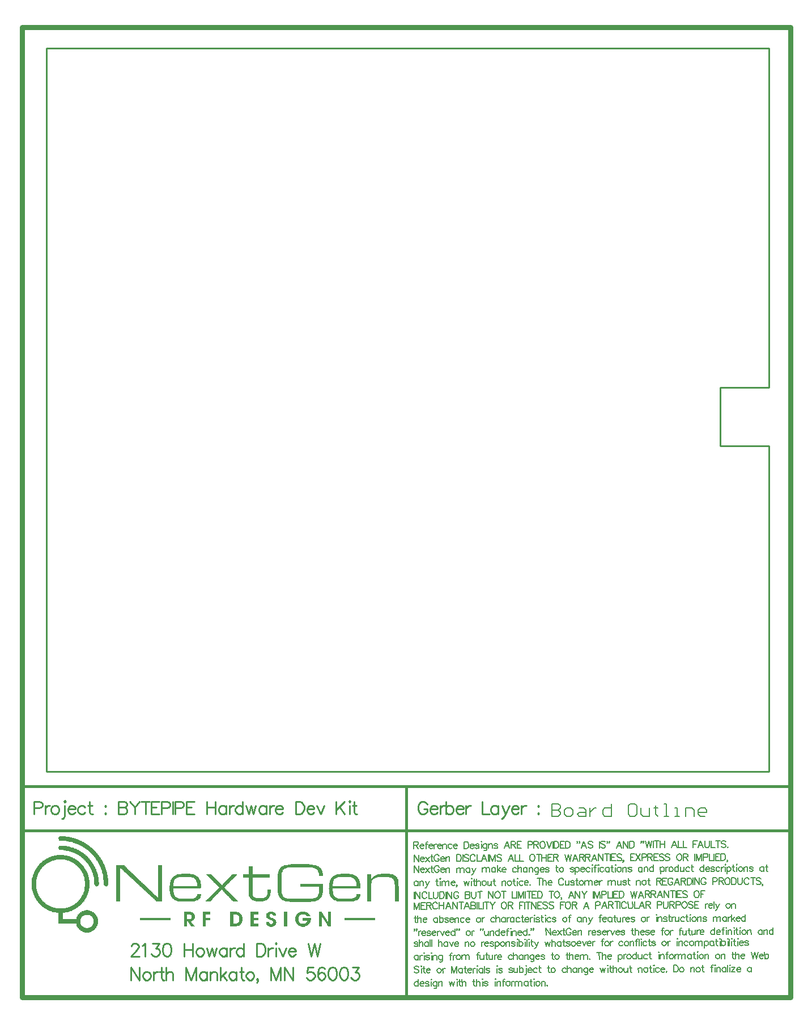
<source format=gm1>
G04*
G04 #@! TF.GenerationSoftware,Altium Limited,Altium Designer,21.2.2 (38)*
G04*
G04 Layer_Color=16711935*
%FSLAX25Y25*%
%MOIN*%
G70*
G04*
G04 #@! TF.SameCoordinates,2E860D41-E7DC-41A5-80A1-EBEBF1B55734*
G04*
G04*
G04 #@! TF.FilePolarity,Positive*
G04*
G01*
G75*
%ADD10C,0.01000*%
%ADD15C,0.00800*%
%ADD21C,0.00600*%
%ADD26C,0.01500*%
%ADD27C,0.03000*%
%ADD28C,0.00900*%
%ADD240C,0.00000*%
G36*
X98721Y-73986D02*
X98584D01*
Y-74124D01*
X98446D01*
Y-74262D01*
Y-74400D01*
X98308D01*
Y-74537D01*
X98033D01*
Y-74675D01*
X97895D01*
Y-74813D01*
X97757D01*
Y-74950D01*
Y-75088D01*
X97619D01*
Y-75226D01*
X97344D01*
Y-75364D01*
X97206D01*
Y-75502D01*
X97069D01*
Y-75639D01*
Y-75777D01*
X96931D01*
Y-75915D01*
X96655D01*
Y-76052D01*
X96518D01*
Y-76190D01*
X96380D01*
Y-76328D01*
Y-76466D01*
X96242D01*
Y-76603D01*
X95967D01*
Y-76741D01*
X95829D01*
Y-76879D01*
X95691D01*
Y-77017D01*
Y-77154D01*
X95554D01*
Y-77292D01*
X95278D01*
Y-77430D01*
X95140D01*
Y-77567D01*
X95003D01*
Y-77705D01*
Y-77843D01*
X94865D01*
Y-77981D01*
X94589D01*
Y-78118D01*
X94452D01*
Y-78256D01*
X94314D01*
Y-78394D01*
Y-78531D01*
X94176D01*
Y-78669D01*
X93901D01*
Y-78807D01*
X93763D01*
Y-78945D01*
X93625D01*
Y-79083D01*
Y-79220D01*
X93488D01*
Y-79358D01*
X93212D01*
Y-79496D01*
X93074D01*
Y-79633D01*
X92937D01*
Y-79771D01*
Y-79909D01*
X92799D01*
Y-80047D01*
X92523D01*
Y-80184D01*
X92386D01*
Y-80322D01*
X92248D01*
Y-80460D01*
Y-80598D01*
X92110D01*
Y-80735D01*
X91835D01*
Y-80873D01*
X91697D01*
Y-81011D01*
X91559D01*
Y-81148D01*
Y-81286D01*
X91422D01*
Y-81424D01*
X91146D01*
Y-81562D01*
Y-81699D01*
Y-81837D01*
Y-81975D01*
X91422D01*
Y-82112D01*
X91559D01*
Y-82250D01*
X91697D01*
Y-82388D01*
X91835D01*
Y-82526D01*
Y-82664D01*
X92110D01*
Y-82801D01*
X92248D01*
Y-82939D01*
X92386D01*
Y-83077D01*
X92523D01*
Y-83214D01*
Y-83352D01*
X92799D01*
Y-83490D01*
X92937D01*
Y-83628D01*
X93074D01*
Y-83765D01*
X93212D01*
Y-83903D01*
X93350D01*
Y-84041D01*
X93488D01*
Y-84179D01*
X93625D01*
Y-84316D01*
X93763D01*
Y-84454D01*
X93901D01*
Y-84592D01*
X94038D01*
Y-84729D01*
X94176D01*
Y-84867D01*
X94314D01*
Y-85005D01*
X94452D01*
Y-85143D01*
X94589D01*
Y-85280D01*
X94727D01*
Y-85418D01*
X94865D01*
Y-85556D01*
X95003D01*
Y-85694D01*
X95140D01*
Y-85831D01*
X95278D01*
Y-85969D01*
X95416D01*
Y-86107D01*
X95554D01*
Y-86244D01*
X95691D01*
Y-86382D01*
X95829D01*
Y-86520D01*
X95967D01*
Y-86658D01*
X96105D01*
Y-86795D01*
X96242D01*
Y-86933D01*
X96380D01*
Y-87071D01*
X96518D01*
Y-87209D01*
X96655D01*
Y-87346D01*
X96793D01*
Y-87484D01*
X96931D01*
Y-87622D01*
X97069D01*
Y-87760D01*
X97206D01*
Y-87897D01*
X97344D01*
Y-88035D01*
X97482D01*
Y-88173D01*
X97619D01*
Y-88310D01*
X97757D01*
Y-88448D01*
X97895D01*
Y-88586D01*
X98033D01*
Y-88724D01*
X98171D01*
Y-88861D01*
X98308D01*
Y-88999D01*
X98446D01*
Y-89137D01*
X98584D01*
Y-89275D01*
X98721D01*
Y-89412D01*
X98859D01*
Y-89550D01*
X98997D01*
Y-89688D01*
X99135D01*
Y-89825D01*
X96242D01*
Y-89688D01*
X95967D01*
Y-89550D01*
X95829D01*
Y-89412D01*
Y-89275D01*
X95691D01*
Y-89137D01*
X95554D01*
Y-88999D01*
X95278D01*
Y-88861D01*
X95140D01*
Y-88724D01*
Y-88586D01*
X95003D01*
Y-88448D01*
X94865D01*
Y-88310D01*
X94589D01*
Y-88173D01*
X94452D01*
Y-88035D01*
Y-87897D01*
X94314D01*
Y-87760D01*
X94176D01*
Y-87622D01*
X94038D01*
Y-87484D01*
X93901D01*
Y-87346D01*
X93763D01*
Y-87209D01*
Y-87071D01*
X93625D01*
Y-86933D01*
X93488D01*
Y-86795D01*
X93212D01*
Y-86658D01*
Y-86520D01*
X93074D01*
Y-86382D01*
X92937D01*
Y-86244D01*
X92799D01*
Y-86107D01*
X92523D01*
Y-85969D01*
Y-85831D01*
X92386D01*
Y-85694D01*
X92248D01*
Y-85556D01*
X92110D01*
Y-85418D01*
X91835D01*
Y-85280D01*
Y-85143D01*
X91697D01*
Y-85005D01*
X91559D01*
Y-84867D01*
X91422D01*
Y-84729D01*
X91146D01*
Y-84592D01*
Y-84454D01*
X91009D01*
Y-84316D01*
X90871D01*
Y-84179D01*
X90733D01*
Y-84041D01*
X90458D01*
Y-83903D01*
Y-83765D01*
X90320D01*
Y-83628D01*
Y-83490D01*
X90182D01*
Y-83352D01*
X90044D01*
Y-83214D01*
X89907D01*
Y-83077D01*
X89769D01*
Y-82939D01*
X89356D01*
Y-83077D01*
X89218D01*
Y-83214D01*
X89080D01*
Y-83352D01*
X88942D01*
Y-83490D01*
X88805D01*
Y-83628D01*
X88667D01*
Y-83765D01*
X88529D01*
Y-83903D01*
X88392D01*
Y-84041D01*
X88254D01*
Y-84179D01*
X88116D01*
Y-84316D01*
X87978D01*
Y-84454D01*
Y-84592D01*
X87841D01*
Y-84729D01*
X87565D01*
Y-84867D01*
Y-85005D01*
X87428D01*
Y-85143D01*
X87290D01*
Y-85280D01*
Y-85418D01*
X87014D01*
Y-85556D01*
X86877D01*
Y-85694D01*
X86739D01*
Y-85831D01*
X86601D01*
Y-85969D01*
Y-86107D01*
X86326D01*
Y-86244D01*
X86188D01*
Y-86382D01*
X86050D01*
Y-86520D01*
X85913D01*
Y-86658D01*
Y-86795D01*
X85637D01*
Y-86933D01*
X85499D01*
Y-87071D01*
X85361D01*
Y-87209D01*
X85224D01*
Y-87346D01*
Y-87484D01*
X84948D01*
Y-87622D01*
X84811D01*
Y-87760D01*
X84673D01*
Y-87897D01*
X84535D01*
Y-88035D01*
Y-88173D01*
X84260D01*
Y-88310D01*
X84122D01*
Y-88448D01*
X83984D01*
Y-88586D01*
Y-88724D01*
X83846D01*
Y-88861D01*
X83709D01*
Y-88999D01*
X83571D01*
Y-89137D01*
X83433D01*
Y-89275D01*
X83296D01*
Y-89412D01*
Y-89550D01*
X83158D01*
Y-89688D01*
X82882D01*
Y-89825D01*
X79990D01*
Y-89688D01*
Y-89550D01*
X80128D01*
Y-89412D01*
X80265D01*
Y-89275D01*
X80403D01*
Y-89137D01*
X80679D01*
Y-88999D01*
X80816D01*
Y-88861D01*
Y-88724D01*
X80954D01*
Y-88586D01*
X81230D01*
Y-88448D01*
X81367D01*
Y-88310D01*
X81505D01*
Y-88173D01*
Y-88035D01*
X81643D01*
Y-87897D01*
X81918D01*
Y-87760D01*
X82056D01*
Y-87622D01*
X82194D01*
Y-87484D01*
Y-87346D01*
X82332D01*
Y-87209D01*
X82607D01*
Y-87071D01*
X82745D01*
Y-86933D01*
X82882D01*
Y-86795D01*
X83020D01*
Y-86658D01*
X83158D01*
Y-86520D01*
X83296D01*
Y-86382D01*
X83433D01*
Y-86244D01*
X83571D01*
Y-86107D01*
X83709D01*
Y-85969D01*
X83846D01*
Y-85831D01*
X83984D01*
Y-85694D01*
X84122D01*
Y-85556D01*
X84260D01*
Y-85418D01*
X84397D01*
Y-85280D01*
X84535D01*
Y-85143D01*
X84673D01*
Y-85005D01*
X84811D01*
Y-84867D01*
X84948D01*
Y-84729D01*
X85086D01*
Y-84592D01*
X85224D01*
Y-84454D01*
X85361D01*
Y-84316D01*
X85499D01*
Y-84179D01*
X85637D01*
Y-84041D01*
X85775D01*
Y-83903D01*
X85913D01*
Y-83765D01*
X86050D01*
Y-83628D01*
X86188D01*
Y-83490D01*
X86326D01*
Y-83352D01*
X86463D01*
Y-83214D01*
X86601D01*
Y-83077D01*
X86739D01*
Y-82939D01*
X86877D01*
Y-82801D01*
X87014D01*
Y-82664D01*
X87152D01*
Y-82526D01*
X87290D01*
Y-82388D01*
X87428D01*
Y-82250D01*
X87565D01*
Y-82112D01*
X87703D01*
Y-81975D01*
X87841D01*
Y-81837D01*
X87978D01*
Y-81699D01*
Y-81562D01*
Y-81424D01*
X87703D01*
Y-81286D01*
X87565D01*
Y-81148D01*
Y-81011D01*
X87428D01*
Y-80873D01*
X87290D01*
Y-80735D01*
X87014D01*
Y-80598D01*
X86877D01*
Y-80460D01*
Y-80322D01*
X86739D01*
Y-80184D01*
X86601D01*
Y-80047D01*
X86326D01*
Y-79909D01*
X86188D01*
Y-79771D01*
Y-79633D01*
X86050D01*
Y-79496D01*
X85913D01*
Y-79358D01*
X85637D01*
Y-79220D01*
X85499D01*
Y-79083D01*
Y-78945D01*
X85361D01*
Y-78807D01*
X85224D01*
Y-78669D01*
X84948D01*
Y-78531D01*
X84811D01*
Y-78394D01*
Y-78256D01*
X84673D01*
Y-78118D01*
X84535D01*
Y-77981D01*
X84260D01*
Y-77843D01*
X84122D01*
Y-77705D01*
Y-77567D01*
X83984D01*
Y-77430D01*
X83846D01*
Y-77292D01*
X83571D01*
Y-77154D01*
X83433D01*
Y-77017D01*
Y-76879D01*
X83296D01*
Y-76741D01*
X83158D01*
Y-76603D01*
X82882D01*
Y-76466D01*
X82745D01*
Y-76328D01*
Y-76190D01*
X82607D01*
Y-76052D01*
X82469D01*
Y-75915D01*
X82194D01*
Y-75777D01*
X82056D01*
Y-75639D01*
Y-75502D01*
X81918D01*
Y-75364D01*
X81780D01*
Y-75226D01*
X81505D01*
Y-75088D01*
X81367D01*
Y-74950D01*
Y-74813D01*
X81230D01*
Y-74675D01*
X81092D01*
Y-74537D01*
X80816D01*
Y-74400D01*
X80679D01*
Y-74262D01*
Y-74124D01*
X80541D01*
Y-73986D01*
X80403D01*
Y-73849D01*
X83296D01*
Y-73986D01*
X83433D01*
Y-74124D01*
X83571D01*
Y-74262D01*
X83709D01*
Y-74400D01*
X83846D01*
Y-74537D01*
X83984D01*
Y-74675D01*
X84122D01*
Y-74813D01*
X84260D01*
Y-74950D01*
X84397D01*
Y-75088D01*
X84535D01*
Y-75226D01*
X84673D01*
Y-75364D01*
X84811D01*
Y-75502D01*
X84948D01*
Y-75639D01*
X85086D01*
Y-75777D01*
X85224D01*
Y-75915D01*
X85361D01*
Y-76052D01*
X85499D01*
Y-76190D01*
X85637D01*
Y-76328D01*
X85775D01*
Y-76466D01*
X85913D01*
Y-76603D01*
X86050D01*
Y-76741D01*
X86188D01*
Y-76879D01*
X86326D01*
Y-77017D01*
Y-77154D01*
X86601D01*
Y-77292D01*
X86739D01*
Y-77430D01*
X86877D01*
Y-77567D01*
X87014D01*
Y-77705D01*
Y-77843D01*
X87290D01*
Y-77981D01*
X87428D01*
Y-78118D01*
X87565D01*
Y-78256D01*
X87703D01*
Y-78394D01*
Y-78531D01*
X87978D01*
Y-78669D01*
X88116D01*
Y-78807D01*
X88254D01*
Y-78945D01*
X88392D01*
Y-79083D01*
Y-79220D01*
X88667D01*
Y-79358D01*
X88805D01*
Y-79496D01*
X88942D01*
Y-79633D01*
X89080D01*
Y-79771D01*
Y-79909D01*
X89356D01*
Y-80047D01*
X89493D01*
Y-80184D01*
X89769D01*
Y-80047D01*
X90044D01*
Y-79909D01*
Y-79771D01*
X90182D01*
Y-79633D01*
X90320D01*
Y-79496D01*
X90458D01*
Y-79358D01*
X90595D01*
Y-79220D01*
X90733D01*
Y-79083D01*
X90871D01*
Y-78945D01*
X91009D01*
Y-78807D01*
X91146D01*
Y-78669D01*
Y-78531D01*
X91422D01*
Y-78394D01*
Y-78256D01*
X91559D01*
Y-78118D01*
X91697D01*
Y-77981D01*
X91835D01*
Y-77843D01*
X92110D01*
Y-77705D01*
Y-77567D01*
X92248D01*
Y-77430D01*
X92386D01*
Y-77292D01*
X92523D01*
Y-77154D01*
X92799D01*
Y-77017D01*
Y-76879D01*
X92937D01*
Y-76741D01*
X93074D01*
Y-76603D01*
X93212D01*
Y-76466D01*
X93488D01*
Y-76328D01*
Y-76190D01*
X93625D01*
Y-76052D01*
X93763D01*
Y-75915D01*
X93901D01*
Y-75777D01*
X94038D01*
Y-75639D01*
X94176D01*
Y-75502D01*
X94314D01*
Y-75364D01*
X94452D01*
Y-75226D01*
X94589D01*
Y-75088D01*
X94727D01*
Y-74950D01*
X94865D01*
Y-74813D01*
X95003D01*
Y-74675D01*
X95140D01*
Y-74537D01*
X95278D01*
Y-74400D01*
Y-74262D01*
X95416D01*
Y-74124D01*
X95691D01*
Y-73986D01*
X95829D01*
Y-73849D01*
X98721D01*
Y-73986D01*
D02*
G37*
G36*
X-2229Y-51668D02*
Y-51806D01*
X-989D01*
Y-51944D01*
X-25D01*
Y-52082D01*
X801D01*
Y-52219D01*
X1490D01*
Y-52357D01*
X1627D01*
Y-52495D01*
X2178D01*
Y-52632D01*
X2867D01*
Y-52770D01*
X3280D01*
Y-52908D01*
X3831D01*
Y-53046D01*
X3969D01*
Y-53183D01*
X4382D01*
Y-53321D01*
X4795D01*
Y-53459D01*
X5208D01*
Y-53597D01*
X5621D01*
Y-53734D01*
X5759D01*
Y-53872D01*
X6035D01*
Y-54010D01*
X6310D01*
Y-54147D01*
X6723D01*
Y-54285D01*
X7136D01*
Y-54423D01*
X7274D01*
Y-54561D01*
X7412D01*
Y-54698D01*
X7825D01*
Y-54836D01*
X8101D01*
Y-54974D01*
X8376D01*
Y-55112D01*
X8514D01*
Y-55249D01*
X8789D01*
Y-55387D01*
X9065D01*
Y-55525D01*
X9340D01*
Y-55663D01*
X9616D01*
Y-55800D01*
Y-55938D01*
X9891D01*
Y-56076D01*
X10167D01*
Y-56213D01*
X10304D01*
Y-56351D01*
X10718D01*
Y-56489D01*
Y-56627D01*
X10855D01*
Y-56764D01*
X11131D01*
Y-56902D01*
X11406D01*
Y-57040D01*
X11544D01*
Y-57178D01*
X11682D01*
Y-57315D01*
X11819D01*
Y-57453D01*
X12095D01*
Y-57591D01*
X12233D01*
Y-57728D01*
X12370D01*
Y-57866D01*
X12508D01*
Y-58004D01*
X12784D01*
Y-58142D01*
X12921D01*
Y-58279D01*
X13059D01*
Y-58417D01*
X13197D01*
Y-58555D01*
X13334D01*
Y-58693D01*
X13472D01*
Y-58830D01*
X13610D01*
Y-58968D01*
X13748D01*
Y-59106D01*
X14023D01*
Y-59244D01*
X14161D01*
Y-59381D01*
X14299D01*
Y-59519D01*
X14436D01*
Y-59657D01*
X14574D01*
Y-59794D01*
X14849D01*
Y-59932D01*
Y-60070D01*
X14987D01*
Y-60208D01*
X15125D01*
Y-60345D01*
Y-60483D01*
X15400D01*
Y-60621D01*
X15538D01*
Y-60759D01*
Y-60896D01*
X15676D01*
Y-61034D01*
X15814D01*
Y-61172D01*
X15951D01*
Y-61309D01*
Y-61447D01*
X16227D01*
Y-61585D01*
X16364D01*
Y-61723D01*
X16502D01*
Y-61860D01*
Y-61998D01*
X16640D01*
Y-62136D01*
Y-62274D01*
X16915D01*
Y-62411D01*
X17053D01*
Y-62549D01*
Y-62687D01*
X17191D01*
Y-62824D01*
Y-62962D01*
X17329D01*
Y-63100D01*
X17604D01*
Y-63238D01*
Y-63375D01*
Y-63513D01*
X17742D01*
Y-63651D01*
X17879D01*
Y-63789D01*
X18017D01*
Y-63926D01*
Y-64064D01*
X18155D01*
Y-64202D01*
X18293D01*
Y-64340D01*
X18430D01*
Y-64477D01*
Y-64615D01*
X18568D01*
Y-64753D01*
Y-64890D01*
Y-65028D01*
X18706D01*
Y-65166D01*
X18981D01*
Y-65304D01*
Y-65441D01*
Y-65579D01*
X19119D01*
Y-65717D01*
Y-65855D01*
X19257D01*
Y-65992D01*
X19395D01*
Y-66130D01*
Y-66268D01*
Y-66405D01*
X19670D01*
Y-66543D01*
Y-66681D01*
X19808D01*
Y-66819D01*
Y-66956D01*
Y-67094D01*
X19945D01*
Y-67232D01*
Y-67370D01*
X20083D01*
Y-67507D01*
Y-67645D01*
Y-67783D01*
X20359D01*
Y-67921D01*
Y-68058D01*
Y-68196D01*
Y-68334D01*
X20496D01*
Y-68471D01*
Y-68609D01*
X20634D01*
Y-68747D01*
Y-68885D01*
Y-69022D01*
X20772D01*
Y-69160D01*
Y-69298D01*
X20910D01*
Y-69436D01*
X21047D01*
Y-69573D01*
Y-69711D01*
Y-69849D01*
Y-69986D01*
X21185D01*
Y-70124D01*
Y-70262D01*
Y-70400D01*
X21323D01*
Y-70537D01*
Y-70675D01*
Y-70813D01*
X21461D01*
Y-70951D01*
Y-71088D01*
Y-71226D01*
Y-71364D01*
X21736D01*
Y-71501D01*
Y-71639D01*
Y-71777D01*
Y-71915D01*
Y-72052D01*
X21874D01*
Y-72190D01*
Y-72328D01*
Y-72466D01*
Y-72603D01*
X22011D01*
Y-72741D01*
Y-72879D01*
Y-73017D01*
Y-73154D01*
Y-73292D01*
Y-73430D01*
X22149D01*
Y-73567D01*
Y-73705D01*
Y-73843D01*
Y-73981D01*
Y-74118D01*
X22425D01*
Y-74256D01*
Y-74394D01*
Y-74532D01*
Y-74669D01*
Y-74807D01*
Y-74945D01*
Y-75082D01*
X22562D01*
Y-75220D01*
Y-75358D01*
Y-75496D01*
Y-75633D01*
Y-75771D01*
Y-75909D01*
Y-76047D01*
Y-76184D01*
Y-76322D01*
X22700D01*
Y-76460D01*
Y-76597D01*
Y-76735D01*
Y-76873D01*
Y-77011D01*
Y-77148D01*
Y-77286D01*
Y-77424D01*
Y-77562D01*
Y-77699D01*
Y-77837D01*
Y-77975D01*
Y-78113D01*
Y-78250D01*
Y-78388D01*
X22838D01*
Y-78526D01*
Y-78663D01*
Y-78801D01*
Y-78939D01*
Y-79077D01*
Y-79214D01*
Y-79352D01*
Y-79490D01*
Y-79628D01*
Y-79765D01*
X22700D01*
Y-79903D01*
Y-80041D01*
Y-80178D01*
X22562D01*
Y-80316D01*
Y-80454D01*
X22425D01*
Y-80592D01*
Y-80729D01*
X22011D01*
Y-80867D01*
X21736D01*
Y-81005D01*
X21323D01*
Y-80867D01*
X20772D01*
Y-80729D01*
X20634D01*
Y-80592D01*
Y-80454D01*
X20496D01*
Y-80316D01*
X20359D01*
Y-80178D01*
Y-80041D01*
X20221D01*
Y-79903D01*
X20083D01*
Y-79765D01*
Y-79628D01*
Y-79490D01*
Y-79352D01*
Y-79214D01*
Y-79077D01*
Y-78939D01*
Y-78801D01*
Y-78663D01*
Y-78526D01*
Y-78388D01*
Y-78250D01*
Y-78113D01*
Y-77975D01*
Y-77837D01*
Y-77699D01*
Y-77562D01*
Y-77424D01*
Y-77286D01*
X19945D01*
Y-77148D01*
Y-77011D01*
Y-76873D01*
Y-76735D01*
Y-76597D01*
Y-76460D01*
Y-76322D01*
Y-76184D01*
Y-76047D01*
Y-75909D01*
Y-75771D01*
X19808D01*
Y-75633D01*
Y-75496D01*
Y-75358D01*
Y-75220D01*
Y-75082D01*
Y-74945D01*
Y-74807D01*
Y-74669D01*
X19670D01*
Y-74532D01*
Y-74394D01*
Y-74256D01*
Y-74118D01*
Y-73981D01*
X19532D01*
Y-73843D01*
X19395D01*
Y-73705D01*
Y-73567D01*
Y-73430D01*
Y-73292D01*
Y-73154D01*
X19257D01*
Y-73017D01*
Y-72879D01*
Y-72741D01*
Y-72603D01*
X19119D01*
Y-72466D01*
Y-72328D01*
Y-72190D01*
Y-72052D01*
Y-71915D01*
X18981D01*
Y-71777D01*
Y-71639D01*
Y-71501D01*
X18844D01*
Y-71364D01*
X18706D01*
Y-71226D01*
Y-71088D01*
Y-70951D01*
Y-70813D01*
X18568D01*
Y-70675D01*
Y-70537D01*
X18430D01*
Y-70400D01*
Y-70262D01*
Y-70124D01*
Y-69986D01*
X18293D01*
Y-69849D01*
Y-69711D01*
X18155D01*
Y-69573D01*
X18017D01*
Y-69436D01*
Y-69298D01*
Y-69160D01*
X17879D01*
Y-69022D01*
Y-68885D01*
Y-68747D01*
X17742D01*
Y-68609D01*
Y-68471D01*
X17604D01*
Y-68334D01*
Y-68196D01*
X17466D01*
Y-68058D01*
X17329D01*
Y-67921D01*
Y-67783D01*
X17191D01*
Y-67645D01*
Y-67507D01*
Y-67370D01*
X17053D01*
Y-67232D01*
Y-67094D01*
X16915D01*
Y-66956D01*
X16778D01*
Y-66819D01*
X16640D01*
Y-66681D01*
Y-66543D01*
X16502D01*
Y-66405D01*
Y-66268D01*
X16364D01*
Y-66130D01*
Y-65992D01*
X16227D01*
Y-65855D01*
Y-65717D01*
X15951D01*
Y-65579D01*
Y-65441D01*
X15814D01*
Y-65304D01*
Y-65166D01*
X15676D01*
Y-65028D01*
X15538D01*
Y-64890D01*
Y-64753D01*
X15400D01*
Y-64615D01*
X15263D01*
Y-64477D01*
X15125D01*
Y-64340D01*
Y-64202D01*
X14987D01*
Y-64064D01*
Y-63926D01*
X14849D01*
Y-63789D01*
X14574D01*
Y-63651D01*
X14436D01*
Y-63513D01*
Y-63375D01*
X14299D01*
Y-63238D01*
Y-63100D01*
X14161D01*
Y-62962D01*
X13885D01*
Y-62824D01*
X13748D01*
Y-62687D01*
Y-62549D01*
X13610D01*
Y-62411D01*
X13472D01*
Y-62274D01*
X13197D01*
Y-62136D01*
Y-61998D01*
X13059D01*
Y-61860D01*
Y-61723D01*
X12921D01*
Y-61585D01*
X12646D01*
Y-61447D01*
X12508D01*
Y-61309D01*
X12370D01*
Y-61172D01*
X12233D01*
Y-61034D01*
X12095D01*
Y-60896D01*
X11819D01*
Y-60759D01*
X11682D01*
Y-60621D01*
Y-60483D01*
X11544D01*
Y-60345D01*
X11406D01*
Y-60208D01*
X11131D01*
Y-60070D01*
X10993D01*
Y-59932D01*
X10855D01*
Y-59794D01*
X10718D01*
Y-59657D01*
X10442D01*
Y-59519D01*
X10304D01*
Y-59381D01*
X10167D01*
Y-59244D01*
X10029D01*
Y-59106D01*
X9753D01*
Y-58968D01*
X9616D01*
Y-58830D01*
X9340D01*
Y-58693D01*
X9065D01*
Y-58555D01*
Y-58417D01*
X8789D01*
Y-58279D01*
X8514D01*
Y-58142D01*
X8238D01*
Y-58004D01*
X8101D01*
Y-57866D01*
X7963D01*
Y-57728D01*
X7688D01*
Y-57591D01*
X7412D01*
Y-57453D01*
X7136D01*
Y-57315D01*
X6861D01*
Y-57178D01*
Y-57040D01*
X6586D01*
Y-56902D01*
X6172D01*
Y-56764D01*
X5897D01*
Y-56627D01*
X5484D01*
Y-56489D01*
Y-56351D01*
X5071D01*
Y-56213D01*
X4657D01*
Y-56076D01*
X4244D01*
Y-55938D01*
X3831D01*
Y-55800D01*
X3693D01*
Y-55663D01*
X3280D01*
Y-55525D01*
X2729D01*
Y-55387D01*
X2178D01*
Y-55249D01*
X1765D01*
Y-55112D01*
X1627D01*
Y-54974D01*
X1076D01*
Y-54836D01*
X388D01*
Y-54698D01*
X-576D01*
Y-54561D01*
X-1541D01*
Y-54423D01*
X-1816D01*
Y-54285D01*
X-3331D01*
Y-54147D01*
X-5672D01*
Y-54010D01*
X-6086D01*
Y-53872D01*
X-6223D01*
Y-53734D01*
Y-53597D01*
X-6361D01*
Y-53459D01*
Y-53321D01*
X-6499D01*
Y-53183D01*
Y-53046D01*
Y-52908D01*
Y-52770D01*
Y-52632D01*
Y-52495D01*
Y-52357D01*
Y-52219D01*
X-6361D01*
Y-52082D01*
X-6223D01*
Y-51944D01*
X-6086D01*
Y-51806D01*
X-5810D01*
Y-51668D01*
Y-51531D01*
X-2229D01*
Y-51668D01*
D02*
G37*
G36*
X-2642Y-57178D02*
X-2505D01*
Y-57315D01*
X-1541D01*
Y-57453D01*
X-576D01*
Y-57591D01*
X250D01*
Y-57728D01*
X801D01*
Y-57866D01*
X939D01*
Y-58004D01*
X1490D01*
Y-58142D01*
X1903D01*
Y-58279D01*
X2454D01*
Y-58417D01*
X2867D01*
Y-58555D01*
Y-58693D01*
X3280D01*
Y-58830D01*
X3693D01*
Y-58968D01*
X4106D01*
Y-59106D01*
X4520D01*
Y-59244D01*
Y-59381D01*
X4795D01*
Y-59519D01*
X5208D01*
Y-59657D01*
X5484D01*
Y-59794D01*
X5759D01*
Y-59932D01*
X5897D01*
Y-60070D01*
X6035D01*
Y-60208D01*
X6310D01*
Y-60345D01*
X6723D01*
Y-60483D01*
X6861D01*
Y-60621D01*
Y-60759D01*
X7274D01*
Y-60896D01*
X7412D01*
Y-61034D01*
X7688D01*
Y-61172D01*
X7963D01*
Y-61309D01*
Y-61447D01*
X8101D01*
Y-61585D01*
X8376D01*
Y-61723D01*
X8652D01*
Y-61860D01*
X8789D01*
Y-61998D01*
Y-62136D01*
X9065D01*
Y-62274D01*
X9340D01*
Y-62411D01*
X9478D01*
Y-62549D01*
X9616D01*
Y-62687D01*
X9753D01*
Y-62824D01*
Y-62962D01*
X10029D01*
Y-63100D01*
X10167D01*
Y-63238D01*
X10304D01*
Y-63375D01*
X10442D01*
Y-63513D01*
X10580D01*
Y-63651D01*
X10718D01*
Y-63789D01*
X10855D01*
Y-63926D01*
X10993D01*
Y-64064D01*
X11131D01*
Y-64202D01*
Y-64340D01*
X11406D01*
Y-64477D01*
X11544D01*
Y-64615D01*
X11682D01*
Y-64753D01*
Y-64890D01*
X11819D01*
Y-65028D01*
X12095D01*
Y-65166D01*
Y-65304D01*
X12233D01*
Y-65441D01*
Y-65579D01*
X12370D01*
Y-65717D01*
X12508D01*
Y-65855D01*
X12784D01*
Y-65992D01*
Y-66130D01*
X12921D01*
Y-66268D01*
Y-66405D01*
X13059D01*
Y-66543D01*
X13197D01*
Y-66681D01*
Y-66819D01*
X13334D01*
Y-66956D01*
X13472D01*
Y-67094D01*
X13610D01*
Y-67232D01*
Y-67370D01*
X13748D01*
Y-67507D01*
Y-67645D01*
X13885D01*
Y-67783D01*
Y-67921D01*
X14161D01*
Y-68058D01*
Y-68196D01*
Y-68334D01*
X14299D01*
Y-68471D01*
X14436D01*
Y-68609D01*
Y-68747D01*
X14574D01*
Y-68885D01*
Y-69022D01*
Y-69160D01*
X14849D01*
Y-69298D01*
Y-69436D01*
X14987D01*
Y-69573D01*
Y-69711D01*
Y-69849D01*
X15125D01*
Y-69986D01*
Y-70124D01*
X15263D01*
Y-70262D01*
Y-70400D01*
Y-70537D01*
X15538D01*
Y-70675D01*
Y-70813D01*
Y-70951D01*
X15676D01*
Y-71088D01*
Y-71226D01*
Y-71364D01*
X15814D01*
Y-71501D01*
Y-71639D01*
Y-71777D01*
Y-71915D01*
X15951D01*
Y-72052D01*
Y-72190D01*
X16089D01*
Y-72328D01*
X16227D01*
Y-72466D01*
Y-72603D01*
Y-72741D01*
Y-72879D01*
X16364D01*
Y-73017D01*
Y-73154D01*
Y-73292D01*
Y-73430D01*
X16502D01*
Y-73567D01*
Y-73705D01*
Y-73843D01*
Y-73981D01*
X16640D01*
Y-74118D01*
Y-74256D01*
Y-74394D01*
Y-74532D01*
Y-74669D01*
X16778D01*
Y-74807D01*
X16915D01*
Y-74945D01*
Y-75082D01*
Y-75220D01*
Y-75358D01*
Y-75496D01*
Y-75633D01*
X17053D01*
Y-75771D01*
Y-75909D01*
Y-76047D01*
Y-76184D01*
Y-76322D01*
Y-76460D01*
Y-76597D01*
Y-76735D01*
X17191D01*
Y-76873D01*
Y-77011D01*
Y-77148D01*
Y-77286D01*
Y-77424D01*
Y-77562D01*
Y-77699D01*
Y-77837D01*
Y-77975D01*
Y-78113D01*
Y-78250D01*
Y-78388D01*
X17329D01*
Y-78526D01*
Y-78663D01*
Y-78801D01*
Y-78939D01*
Y-79077D01*
Y-79214D01*
Y-79352D01*
Y-79490D01*
Y-79628D01*
Y-79765D01*
X17191D01*
Y-79903D01*
Y-80041D01*
Y-80178D01*
X17053D01*
Y-80316D01*
Y-80454D01*
X16915D01*
Y-80592D01*
Y-80729D01*
X16502D01*
Y-80867D01*
X16227D01*
Y-81005D01*
X15814D01*
Y-80867D01*
X15400D01*
Y-80729D01*
X15125D01*
Y-80592D01*
Y-80454D01*
X14987D01*
Y-80316D01*
X14849D01*
Y-80178D01*
Y-80041D01*
X14712D01*
Y-79903D01*
X14574D01*
Y-79765D01*
Y-79628D01*
Y-79490D01*
Y-79352D01*
Y-79214D01*
Y-79077D01*
Y-78939D01*
Y-78801D01*
Y-78663D01*
Y-78526D01*
Y-78388D01*
Y-78250D01*
Y-78113D01*
Y-77975D01*
Y-77837D01*
Y-77699D01*
Y-77562D01*
Y-77424D01*
X14436D01*
Y-77286D01*
Y-77148D01*
Y-77011D01*
Y-76873D01*
Y-76735D01*
Y-76597D01*
Y-76460D01*
Y-76322D01*
Y-76184D01*
X14299D01*
Y-76047D01*
Y-75909D01*
Y-75771D01*
Y-75633D01*
Y-75496D01*
Y-75358D01*
X14161D01*
Y-75220D01*
Y-75082D01*
Y-74945D01*
Y-74807D01*
Y-74669D01*
X14023D01*
Y-74532D01*
X13885D01*
Y-74394D01*
Y-74256D01*
Y-74118D01*
Y-73981D01*
X13748D01*
Y-73843D01*
Y-73705D01*
Y-73567D01*
Y-73430D01*
Y-73292D01*
X13610D01*
Y-73154D01*
Y-73017D01*
Y-72879D01*
X13472D01*
Y-72741D01*
Y-72603D01*
Y-72466D01*
X13197D01*
Y-72328D01*
Y-72190D01*
Y-72052D01*
Y-71915D01*
X13059D01*
Y-71777D01*
Y-71639D01*
Y-71501D01*
X12921D01*
Y-71364D01*
Y-71226D01*
X12784D01*
Y-71088D01*
Y-70951D01*
Y-70813D01*
X12508D01*
Y-70675D01*
Y-70537D01*
X12370D01*
Y-70400D01*
Y-70262D01*
Y-70124D01*
X12233D01*
Y-69986D01*
Y-69849D01*
X12095D01*
Y-69711D01*
Y-69573D01*
X11957D01*
Y-69436D01*
X11819D01*
Y-69298D01*
Y-69160D01*
X11682D01*
Y-69022D01*
X11544D01*
Y-68885D01*
Y-68747D01*
Y-68609D01*
X11406D01*
Y-68471D01*
X11131D01*
Y-68334D01*
Y-68196D01*
Y-68058D01*
X10993D01*
Y-67921D01*
X10855D01*
Y-67783D01*
X10718D01*
Y-67645D01*
Y-67507D01*
X10580D01*
Y-67370D01*
X10442D01*
Y-67232D01*
X10304D01*
Y-67094D01*
X10167D01*
Y-66956D01*
X10029D01*
Y-66819D01*
Y-66681D01*
X9891D01*
Y-66543D01*
X9753D01*
Y-66405D01*
X9616D01*
Y-66268D01*
X9478D01*
Y-66130D01*
Y-65992D01*
X9340D01*
Y-65855D01*
X9065D01*
Y-65717D01*
X8927D01*
Y-65579D01*
X8789D01*
Y-65441D01*
Y-65304D01*
X8652D01*
Y-65166D01*
X8376D01*
Y-65028D01*
X8238D01*
Y-64890D01*
X8101D01*
Y-64753D01*
X7963D01*
Y-64615D01*
Y-64477D01*
X7688D01*
Y-64340D01*
X7550D01*
Y-64202D01*
X7274D01*
Y-64064D01*
Y-63926D01*
X6999D01*
Y-63789D01*
X6861D01*
Y-63651D01*
X6586D01*
Y-63513D01*
X6310D01*
Y-63375D01*
Y-63238D01*
X6172D01*
Y-63100D01*
X5897D01*
Y-62962D01*
X5621D01*
Y-62824D01*
X5346D01*
Y-62687D01*
Y-62549D01*
X5071D01*
Y-62411D01*
X4795D01*
Y-62274D01*
X4520D01*
Y-62136D01*
X4106D01*
Y-61998D01*
Y-61860D01*
X3831D01*
Y-61723D01*
X3418D01*
Y-61585D01*
X3142D01*
Y-61447D01*
X2729D01*
Y-61309D01*
Y-61172D01*
X2178D01*
Y-61034D01*
X1903D01*
Y-60896D01*
X1352D01*
Y-60759D01*
X801D01*
Y-60621D01*
Y-60483D01*
X250D01*
Y-60345D01*
X-301D01*
Y-60208D01*
X-1127D01*
Y-60070D01*
X-2091D01*
Y-59932D01*
Y-59794D01*
X-3606D01*
Y-59657D01*
X-5672D01*
Y-59519D01*
X-6086D01*
Y-59381D01*
X-6223D01*
Y-59244D01*
Y-59106D01*
X-6361D01*
Y-58968D01*
Y-58830D01*
X-6499D01*
Y-58693D01*
Y-58555D01*
Y-58417D01*
Y-58279D01*
Y-58142D01*
Y-58004D01*
Y-57866D01*
Y-57728D01*
X-6361D01*
Y-57591D01*
X-6223D01*
Y-57453D01*
X-6086D01*
Y-57315D01*
X-5810D01*
Y-57178D01*
Y-57040D01*
X-2642D01*
Y-57178D01*
D02*
G37*
G36*
X54510Y-68615D02*
Y-68753D01*
Y-68890D01*
Y-69028D01*
Y-69166D01*
Y-69304D01*
Y-69441D01*
Y-69579D01*
Y-69717D01*
Y-69854D01*
Y-69992D01*
Y-70130D01*
Y-70268D01*
Y-70406D01*
Y-70543D01*
Y-70681D01*
Y-70819D01*
Y-70956D01*
Y-71094D01*
Y-71232D01*
Y-71370D01*
Y-71507D01*
Y-71645D01*
Y-71783D01*
Y-71921D01*
Y-72058D01*
Y-72196D01*
Y-72334D01*
Y-72471D01*
Y-72609D01*
Y-72747D01*
Y-72885D01*
Y-73022D01*
Y-73160D01*
Y-73298D01*
Y-73435D01*
Y-73573D01*
Y-73711D01*
Y-73849D01*
Y-73986D01*
Y-74124D01*
Y-74262D01*
Y-74400D01*
Y-74537D01*
Y-74675D01*
Y-74813D01*
Y-74950D01*
Y-75088D01*
Y-75226D01*
Y-75364D01*
Y-75502D01*
Y-75639D01*
Y-75777D01*
Y-75915D01*
Y-76052D01*
Y-76190D01*
Y-76328D01*
Y-76466D01*
Y-76603D01*
Y-76741D01*
Y-76879D01*
Y-77017D01*
Y-77154D01*
Y-77292D01*
Y-77430D01*
Y-77567D01*
Y-77705D01*
Y-77843D01*
Y-77981D01*
Y-78118D01*
Y-78256D01*
Y-78394D01*
Y-78531D01*
Y-78669D01*
Y-78807D01*
Y-78945D01*
Y-79083D01*
Y-79220D01*
Y-79358D01*
Y-79496D01*
Y-79633D01*
Y-79771D01*
Y-79909D01*
Y-80047D01*
Y-80184D01*
Y-80322D01*
Y-80460D01*
Y-80598D01*
Y-80735D01*
Y-80873D01*
Y-81011D01*
Y-81148D01*
Y-81286D01*
Y-81424D01*
Y-81562D01*
Y-81699D01*
Y-81837D01*
Y-81975D01*
Y-82112D01*
Y-82250D01*
Y-82388D01*
Y-82526D01*
Y-82664D01*
Y-82801D01*
Y-82939D01*
Y-83077D01*
Y-83214D01*
Y-83352D01*
Y-83490D01*
Y-83628D01*
Y-83765D01*
Y-83903D01*
Y-84041D01*
Y-84179D01*
Y-84316D01*
Y-84454D01*
Y-84592D01*
Y-84729D01*
Y-84867D01*
Y-85005D01*
Y-85143D01*
Y-85280D01*
Y-85418D01*
Y-85556D01*
Y-85694D01*
Y-85831D01*
Y-85969D01*
Y-86107D01*
Y-86244D01*
Y-86382D01*
Y-86520D01*
Y-86658D01*
Y-86795D01*
Y-86933D01*
Y-87071D01*
Y-87209D01*
Y-87346D01*
Y-87484D01*
Y-87622D01*
Y-87760D01*
Y-87897D01*
Y-88035D01*
Y-88173D01*
Y-88310D01*
Y-88448D01*
Y-88586D01*
Y-88724D01*
Y-88861D01*
Y-88999D01*
Y-89137D01*
Y-89275D01*
Y-89412D01*
Y-89550D01*
Y-89688D01*
Y-89825D01*
X51204D01*
Y-89688D01*
X50929D01*
Y-89550D01*
X50791D01*
Y-89412D01*
Y-89275D01*
X50516D01*
Y-89137D01*
X50378D01*
Y-88999D01*
X50240D01*
Y-88861D01*
X50103D01*
Y-88724D01*
Y-88586D01*
X49827D01*
Y-88448D01*
X49689D01*
Y-88310D01*
X49552D01*
Y-88173D01*
X49414D01*
Y-88035D01*
X49276D01*
Y-87897D01*
X49139D01*
Y-87760D01*
X49001D01*
Y-87622D01*
X48725D01*
Y-87484D01*
X48450D01*
Y-87346D01*
Y-87209D01*
X48312D01*
Y-87071D01*
X48174D01*
Y-86933D01*
X48037D01*
Y-86795D01*
X47761D01*
Y-86658D01*
Y-86520D01*
X47623D01*
Y-86382D01*
X47486D01*
Y-86244D01*
X47348D01*
Y-86107D01*
X47072D01*
Y-85969D01*
Y-85831D01*
X46935D01*
Y-85694D01*
X46797D01*
Y-85556D01*
X46522D01*
Y-85418D01*
X46246D01*
Y-85280D01*
Y-85143D01*
X46108D01*
Y-85005D01*
X45971D01*
Y-84867D01*
X45695D01*
Y-84729D01*
X45557D01*
Y-84592D01*
Y-84454D01*
X45420D01*
Y-84316D01*
X45282D01*
Y-84179D01*
X45006D01*
Y-84041D01*
X44869D01*
Y-83903D01*
Y-83765D01*
X44731D01*
Y-83628D01*
X44456D01*
Y-83490D01*
X44318D01*
Y-83352D01*
X44043D01*
Y-83214D01*
Y-83077D01*
X43905D01*
Y-82939D01*
X43629D01*
Y-82801D01*
X43492D01*
Y-82664D01*
X43354D01*
Y-82526D01*
Y-82388D01*
X43216D01*
Y-82250D01*
X42941D01*
Y-82112D01*
X42803D01*
Y-81975D01*
X42665D01*
Y-81837D01*
Y-81699D01*
X42390D01*
Y-81562D01*
X42252D01*
Y-81424D01*
X42114D01*
Y-81286D01*
X41839D01*
Y-81148D01*
Y-81011D01*
X41563D01*
Y-80873D01*
X41426D01*
Y-80735D01*
X41288D01*
Y-80598D01*
X41150D01*
Y-80460D01*
Y-80322D01*
X40875D01*
Y-80184D01*
X40737D01*
Y-80047D01*
X40599D01*
Y-79909D01*
X40462D01*
Y-79771D01*
X40324D01*
Y-79633D01*
X40186D01*
Y-79496D01*
X40048D01*
Y-79358D01*
X39773D01*
Y-79220D01*
X39497D01*
Y-79083D01*
Y-78945D01*
X39360D01*
Y-78807D01*
X39222D01*
Y-78669D01*
X39084D01*
Y-78531D01*
X38809D01*
Y-78394D01*
Y-78256D01*
X38671D01*
Y-78118D01*
X38533D01*
Y-77981D01*
X38396D01*
Y-77843D01*
X38120D01*
Y-77705D01*
Y-77567D01*
X37982D01*
Y-77430D01*
X37845D01*
Y-77292D01*
X37569D01*
Y-77154D01*
X37431D01*
Y-77017D01*
X37294D01*
Y-76879D01*
X37156D01*
Y-76741D01*
X37018D01*
Y-76603D01*
X36743D01*
Y-76466D01*
X36605D01*
Y-76328D01*
Y-76190D01*
X36467D01*
Y-76052D01*
X36330D01*
Y-75915D01*
X36054D01*
Y-75777D01*
X35916D01*
Y-75639D01*
Y-75502D01*
X35779D01*
Y-75364D01*
X35503D01*
Y-75226D01*
X35365D01*
Y-75088D01*
X35090D01*
Y-74950D01*
Y-74813D01*
X34952D01*
Y-74675D01*
X34677D01*
Y-74537D01*
X34539D01*
Y-74400D01*
X34401D01*
Y-74262D01*
Y-74124D01*
X34264D01*
Y-73986D01*
X33988D01*
Y-73849D01*
X33850D01*
Y-73711D01*
X33713D01*
Y-73573D01*
Y-73435D01*
X33437D01*
Y-73298D01*
X33299D01*
Y-73160D01*
X33162D01*
Y-73022D01*
X33024D01*
Y-72885D01*
X32886D01*
Y-72747D01*
X32611D01*
Y-72609D01*
X32473D01*
Y-72471D01*
X32335D01*
Y-72334D01*
X32198D01*
Y-72196D01*
Y-72058D01*
X31922D01*
Y-71921D01*
X31784D01*
Y-71783D01*
X31647D01*
Y-71645D01*
X31509D01*
Y-71507D01*
X31371D01*
Y-71370D01*
X31234D01*
Y-71232D01*
X31096D01*
Y-71094D01*
X30958D01*
Y-70956D01*
X30683D01*
Y-70819D01*
X30545D01*
Y-70681D01*
X30407D01*
Y-70543D01*
X30269D01*
Y-70406D01*
X29856D01*
Y-70543D01*
Y-70681D01*
Y-70819D01*
Y-70956D01*
Y-71094D01*
Y-71232D01*
Y-71370D01*
Y-71507D01*
Y-71645D01*
Y-71783D01*
Y-71921D01*
Y-72058D01*
Y-72196D01*
Y-72334D01*
Y-72471D01*
Y-72609D01*
Y-72747D01*
Y-72885D01*
Y-73022D01*
Y-73160D01*
Y-73298D01*
Y-73435D01*
Y-73573D01*
Y-73711D01*
Y-73849D01*
Y-73986D01*
Y-74124D01*
Y-74262D01*
Y-74400D01*
Y-74537D01*
Y-74675D01*
Y-74813D01*
Y-74950D01*
Y-75088D01*
Y-75226D01*
Y-75364D01*
Y-75502D01*
Y-75639D01*
Y-75777D01*
Y-75915D01*
Y-76052D01*
Y-76190D01*
Y-76328D01*
Y-76466D01*
Y-76603D01*
Y-76741D01*
Y-76879D01*
Y-77017D01*
Y-77154D01*
Y-77292D01*
Y-77430D01*
Y-77567D01*
Y-77705D01*
Y-77843D01*
Y-77981D01*
Y-78118D01*
Y-78256D01*
Y-78394D01*
Y-78531D01*
Y-78669D01*
Y-78807D01*
Y-78945D01*
Y-79083D01*
Y-79220D01*
Y-79358D01*
Y-79496D01*
Y-79633D01*
Y-79771D01*
Y-79909D01*
Y-80047D01*
Y-80184D01*
Y-80322D01*
Y-80460D01*
Y-80598D01*
Y-80735D01*
Y-80873D01*
Y-81011D01*
Y-81148D01*
Y-81286D01*
Y-81424D01*
Y-81562D01*
Y-81699D01*
Y-81837D01*
Y-81975D01*
Y-82112D01*
Y-82250D01*
Y-82388D01*
Y-82526D01*
Y-82664D01*
Y-82801D01*
Y-82939D01*
Y-83077D01*
Y-83214D01*
Y-83352D01*
Y-83490D01*
Y-83628D01*
Y-83765D01*
Y-83903D01*
Y-84041D01*
Y-84179D01*
Y-84316D01*
Y-84454D01*
Y-84592D01*
Y-84729D01*
Y-84867D01*
Y-85005D01*
Y-85143D01*
Y-85280D01*
Y-85418D01*
Y-85556D01*
Y-85694D01*
Y-85831D01*
Y-85969D01*
Y-86107D01*
Y-86244D01*
Y-86382D01*
Y-86520D01*
Y-86658D01*
Y-86795D01*
Y-86933D01*
Y-87071D01*
Y-87209D01*
Y-87346D01*
Y-87484D01*
Y-87622D01*
Y-87760D01*
Y-87897D01*
Y-88035D01*
Y-88173D01*
Y-88310D01*
Y-88448D01*
Y-88586D01*
Y-88724D01*
Y-88861D01*
Y-88999D01*
Y-89137D01*
Y-89275D01*
Y-89412D01*
Y-89550D01*
Y-89688D01*
Y-89825D01*
X27515D01*
Y-89688D01*
Y-89550D01*
Y-89412D01*
Y-89275D01*
Y-89137D01*
Y-88999D01*
Y-88861D01*
Y-88724D01*
Y-88586D01*
Y-88448D01*
Y-88310D01*
Y-88173D01*
Y-88035D01*
Y-87897D01*
Y-87760D01*
Y-87622D01*
Y-87484D01*
Y-87346D01*
Y-87209D01*
Y-87071D01*
Y-86933D01*
Y-86795D01*
Y-86658D01*
Y-86520D01*
Y-86382D01*
Y-86244D01*
Y-86107D01*
Y-85969D01*
Y-85831D01*
Y-85694D01*
Y-85556D01*
Y-85418D01*
Y-85280D01*
Y-85143D01*
Y-85005D01*
Y-84867D01*
Y-84729D01*
Y-84592D01*
Y-84454D01*
Y-84316D01*
Y-84179D01*
Y-84041D01*
Y-83903D01*
Y-83765D01*
Y-83628D01*
Y-83490D01*
Y-83352D01*
Y-83214D01*
Y-83077D01*
Y-82939D01*
Y-82801D01*
Y-82664D01*
Y-82526D01*
Y-82388D01*
Y-82250D01*
Y-82112D01*
Y-81975D01*
Y-81837D01*
Y-81699D01*
Y-81562D01*
Y-81424D01*
Y-81286D01*
Y-81148D01*
Y-81011D01*
Y-80873D01*
Y-80735D01*
Y-80598D01*
Y-80460D01*
Y-80322D01*
Y-80184D01*
Y-80047D01*
Y-79909D01*
Y-79771D01*
Y-79633D01*
Y-79496D01*
Y-79358D01*
Y-79220D01*
Y-79083D01*
Y-78945D01*
Y-78807D01*
Y-78669D01*
Y-78531D01*
Y-78394D01*
Y-78256D01*
Y-78118D01*
Y-77981D01*
Y-77843D01*
Y-77705D01*
Y-77567D01*
Y-77430D01*
Y-77292D01*
Y-77154D01*
Y-77017D01*
Y-76879D01*
Y-76741D01*
Y-76603D01*
Y-76466D01*
Y-76328D01*
Y-76190D01*
Y-76052D01*
Y-75915D01*
Y-75777D01*
Y-75639D01*
Y-75502D01*
Y-75364D01*
Y-75226D01*
Y-75088D01*
Y-74950D01*
Y-74813D01*
Y-74675D01*
Y-74537D01*
Y-74400D01*
Y-74262D01*
Y-74124D01*
Y-73986D01*
Y-73849D01*
Y-73711D01*
Y-73573D01*
Y-73435D01*
Y-73298D01*
Y-73160D01*
Y-73022D01*
Y-72885D01*
Y-72747D01*
Y-72609D01*
Y-72471D01*
Y-72334D01*
Y-72196D01*
Y-72058D01*
Y-71921D01*
Y-71783D01*
Y-71645D01*
Y-71507D01*
Y-71370D01*
Y-71232D01*
Y-71094D01*
Y-70956D01*
Y-70819D01*
Y-70681D01*
Y-70543D01*
Y-70406D01*
Y-70268D01*
Y-70130D01*
Y-69992D01*
Y-69854D01*
Y-69717D01*
Y-69579D01*
Y-69441D01*
Y-69304D01*
Y-69166D01*
Y-69028D01*
Y-68890D01*
Y-68753D01*
Y-68615D01*
Y-68477D01*
X32060D01*
Y-68615D01*
X32335D01*
Y-68753D01*
Y-68890D01*
X32473D01*
Y-69028D01*
X32611D01*
Y-69166D01*
X32886D01*
Y-69304D01*
X33024D01*
Y-69441D01*
Y-69579D01*
X33162D01*
Y-69717D01*
X33299D01*
Y-69854D01*
X33575D01*
Y-69992D01*
X33713D01*
Y-70130D01*
Y-70268D01*
X33850D01*
Y-70406D01*
X33988D01*
Y-70543D01*
X34264D01*
Y-70681D01*
X34401D01*
Y-70819D01*
Y-70956D01*
X34539D01*
Y-71094D01*
X34677D01*
Y-71232D01*
X34952D01*
Y-71370D01*
X35090D01*
Y-71507D01*
Y-71645D01*
X35228D01*
Y-71783D01*
X35503D01*
Y-71921D01*
X35641D01*
Y-72058D01*
X35916D01*
Y-72196D01*
Y-72334D01*
X36054D01*
Y-72471D01*
X36330D01*
Y-72609D01*
X36467D01*
Y-72747D01*
X36605D01*
Y-72885D01*
Y-73022D01*
X36743D01*
Y-73160D01*
X37018D01*
Y-73298D01*
X37156D01*
Y-73435D01*
X37294D01*
Y-73573D01*
Y-73711D01*
X37431D01*
Y-73849D01*
X37707D01*
Y-73986D01*
X37845D01*
Y-74124D01*
X37982D01*
Y-74262D01*
Y-74400D01*
X38120D01*
Y-74537D01*
X38396D01*
Y-74675D01*
X38533D01*
Y-74813D01*
X38671D01*
Y-74950D01*
X38809D01*
Y-75088D01*
X38946D01*
Y-75226D01*
X39084D01*
Y-75364D01*
X39222D01*
Y-75502D01*
X39360D01*
Y-75639D01*
X39497D01*
Y-75777D01*
X39773D01*
Y-75915D01*
X39911D01*
Y-76052D01*
X40048D01*
Y-76190D01*
X40186D01*
Y-76328D01*
Y-76466D01*
X40462D01*
Y-76603D01*
X40599D01*
Y-76741D01*
X40737D01*
Y-76879D01*
X40875D01*
Y-77017D01*
Y-77154D01*
X41150D01*
Y-77292D01*
X41288D01*
Y-77430D01*
X41426D01*
Y-77567D01*
X41563D01*
Y-77705D01*
X41701D01*
Y-77843D01*
X41839D01*
Y-77981D01*
X41976D01*
Y-78118D01*
X42114D01*
Y-78256D01*
X42252D01*
Y-78394D01*
X42390D01*
Y-78531D01*
X42527D01*
Y-78669D01*
X42665D01*
Y-78807D01*
X42803D01*
Y-78945D01*
X43078D01*
Y-79083D01*
X43216D01*
Y-79220D01*
Y-79358D01*
X43492D01*
Y-79496D01*
X43629D01*
Y-79633D01*
X43905D01*
Y-79771D01*
Y-79909D01*
X44043D01*
Y-80047D01*
X44180D01*
Y-80184D01*
X44318D01*
Y-80322D01*
X44593D01*
Y-80460D01*
Y-80598D01*
X44731D01*
Y-80735D01*
X44869D01*
Y-80873D01*
X45006D01*
Y-81011D01*
X45282D01*
Y-81148D01*
Y-81286D01*
X45420D01*
Y-81424D01*
X45557D01*
Y-81562D01*
X45695D01*
Y-81699D01*
X45971D01*
Y-81837D01*
Y-81975D01*
X46108D01*
Y-82112D01*
X46246D01*
Y-82250D01*
X46384D01*
Y-82388D01*
X46659D01*
Y-82526D01*
X46797D01*
Y-82664D01*
Y-82801D01*
X47072D01*
Y-82939D01*
X47210D01*
Y-83077D01*
X47486D01*
Y-83214D01*
Y-83352D01*
X47623D01*
Y-83490D01*
X47761D01*
Y-83628D01*
X48037D01*
Y-83765D01*
X48174D01*
Y-83903D01*
Y-84041D01*
X48312D01*
Y-84179D01*
X48450D01*
Y-84316D01*
X48725D01*
Y-84454D01*
X48863D01*
Y-84592D01*
Y-84729D01*
X49001D01*
Y-84867D01*
X49139D01*
Y-85005D01*
X49414D01*
Y-85143D01*
X49552D01*
Y-85280D01*
Y-85418D01*
X49689D01*
Y-85556D01*
X49827D01*
Y-85694D01*
X50103D01*
Y-85831D01*
X50240D01*
Y-85969D01*
Y-86107D01*
X50378D01*
Y-86244D01*
X50653D01*
Y-86382D01*
X50791D01*
Y-86520D01*
X51067D01*
Y-86658D01*
Y-86795D01*
X51204D01*
Y-86933D01*
X51480D01*
Y-87071D01*
X51618D01*
Y-87209D01*
X51755D01*
Y-87346D01*
X51893D01*
Y-87484D01*
X52031D01*
Y-87346D01*
X52169D01*
Y-87209D01*
Y-87071D01*
Y-86933D01*
Y-86795D01*
Y-86658D01*
Y-86520D01*
Y-86382D01*
Y-86244D01*
Y-86107D01*
Y-85969D01*
Y-85831D01*
Y-85694D01*
Y-85556D01*
Y-85418D01*
Y-85280D01*
Y-85143D01*
Y-85005D01*
Y-84867D01*
Y-84729D01*
Y-84592D01*
Y-84454D01*
Y-84316D01*
Y-84179D01*
Y-84041D01*
Y-83903D01*
Y-83765D01*
Y-83628D01*
Y-83490D01*
Y-83352D01*
Y-83214D01*
Y-83077D01*
Y-82939D01*
Y-82801D01*
Y-82664D01*
Y-82526D01*
Y-82388D01*
Y-82250D01*
Y-82112D01*
Y-81975D01*
Y-81837D01*
Y-81699D01*
Y-81562D01*
Y-81424D01*
Y-81286D01*
Y-81148D01*
Y-81011D01*
Y-80873D01*
Y-80735D01*
Y-80598D01*
Y-80460D01*
Y-80322D01*
Y-80184D01*
Y-80047D01*
Y-79909D01*
Y-79771D01*
Y-79633D01*
Y-79496D01*
Y-79358D01*
Y-79220D01*
Y-79083D01*
Y-78945D01*
Y-78807D01*
Y-78669D01*
Y-78531D01*
Y-78394D01*
Y-78256D01*
Y-78118D01*
Y-77981D01*
Y-77843D01*
Y-77705D01*
Y-77567D01*
Y-77430D01*
Y-77292D01*
Y-77154D01*
Y-77017D01*
Y-76879D01*
Y-76741D01*
Y-76603D01*
Y-76466D01*
Y-76328D01*
Y-76190D01*
Y-76052D01*
Y-75915D01*
Y-75777D01*
Y-75639D01*
Y-75502D01*
Y-75364D01*
Y-75226D01*
Y-75088D01*
Y-74950D01*
Y-74813D01*
Y-74675D01*
Y-74537D01*
Y-74400D01*
Y-74262D01*
Y-74124D01*
Y-73986D01*
Y-73849D01*
Y-73711D01*
Y-73573D01*
Y-73435D01*
Y-73298D01*
Y-73160D01*
Y-73022D01*
Y-72885D01*
Y-72747D01*
Y-72609D01*
Y-72471D01*
Y-72334D01*
Y-72196D01*
Y-72058D01*
Y-71921D01*
Y-71783D01*
Y-71645D01*
Y-71507D01*
Y-71370D01*
Y-71232D01*
Y-71094D01*
Y-70956D01*
Y-70819D01*
Y-70681D01*
Y-70543D01*
Y-70406D01*
Y-70268D01*
Y-70130D01*
Y-69992D01*
Y-69854D01*
Y-69717D01*
Y-69579D01*
Y-69441D01*
Y-69304D01*
Y-69166D01*
Y-69028D01*
Y-68890D01*
Y-68753D01*
Y-68615D01*
Y-68477D01*
X54510D01*
Y-68615D01*
D02*
G37*
G36*
X71038Y-73573D02*
Y-73711D01*
X72002D01*
Y-73849D01*
X72690D01*
Y-73986D01*
X73241D01*
Y-74124D01*
X73655D01*
Y-74262D01*
Y-74400D01*
X74068D01*
Y-74537D01*
X74343D01*
Y-74675D01*
X74619D01*
Y-74813D01*
X74894D01*
Y-74950D01*
Y-75088D01*
X75169D01*
Y-75226D01*
X75307D01*
Y-75364D01*
X75583D01*
Y-75502D01*
X75720D01*
Y-75639D01*
Y-75777D01*
X75858D01*
Y-75915D01*
X75996D01*
Y-76052D01*
Y-76190D01*
X76271D01*
Y-76328D01*
Y-76466D01*
X76409D01*
Y-76603D01*
Y-76741D01*
X76547D01*
Y-76879D01*
Y-77017D01*
X76684D01*
Y-77154D01*
Y-77292D01*
Y-77430D01*
X76960D01*
Y-77567D01*
Y-77705D01*
Y-77843D01*
Y-77981D01*
X77098D01*
Y-78118D01*
Y-78256D01*
Y-78394D01*
Y-78531D01*
X77235D01*
Y-78669D01*
Y-78807D01*
Y-78945D01*
Y-79083D01*
Y-79220D01*
Y-79358D01*
Y-79496D01*
Y-79633D01*
X77373D01*
Y-79771D01*
Y-79909D01*
Y-80047D01*
Y-80184D01*
Y-80322D01*
Y-80460D01*
Y-80598D01*
Y-80735D01*
Y-80873D01*
Y-81011D01*
Y-81148D01*
Y-81286D01*
Y-81424D01*
Y-81562D01*
Y-81699D01*
Y-81837D01*
Y-81975D01*
X77235D01*
Y-82112D01*
Y-82250D01*
X61259D01*
Y-82388D01*
Y-82526D01*
Y-82664D01*
Y-82801D01*
Y-82939D01*
Y-83077D01*
Y-83214D01*
Y-83352D01*
Y-83490D01*
Y-83628D01*
Y-83765D01*
Y-83903D01*
Y-84041D01*
Y-84179D01*
Y-84316D01*
Y-84454D01*
X61396D01*
Y-84592D01*
Y-84729D01*
Y-84867D01*
Y-85005D01*
Y-85143D01*
Y-85280D01*
Y-85418D01*
X61534D01*
Y-85556D01*
Y-85694D01*
Y-85831D01*
X61810D01*
Y-85969D01*
Y-86107D01*
Y-86244D01*
Y-86382D01*
X61947D01*
Y-86520D01*
X62085D01*
Y-86658D01*
Y-86795D01*
Y-86933D01*
X62223D01*
Y-87071D01*
X62498D01*
Y-87209D01*
X62636D01*
Y-87346D01*
Y-87484D01*
X62911D01*
Y-87622D01*
X63325D01*
Y-87760D01*
X63600D01*
Y-87897D01*
X64289D01*
Y-88035D01*
X64426D01*
Y-88173D01*
X65804D01*
Y-88310D01*
X71588D01*
Y-88173D01*
X72828D01*
Y-88035D01*
X72966D01*
Y-87897D01*
X73517D01*
Y-87760D01*
X73930D01*
Y-87622D01*
X74205D01*
Y-87484D01*
X74481D01*
Y-87346D01*
Y-87209D01*
X74619D01*
Y-87071D01*
Y-86933D01*
X74894D01*
Y-86795D01*
Y-86658D01*
Y-86520D01*
X75032D01*
Y-86382D01*
Y-86244D01*
Y-86107D01*
Y-85969D01*
Y-85831D01*
Y-85694D01*
Y-85556D01*
X77373D01*
Y-85694D01*
Y-85831D01*
Y-85969D01*
Y-86107D01*
Y-86244D01*
Y-86382D01*
X77235D01*
Y-86520D01*
Y-86658D01*
Y-86795D01*
Y-86933D01*
Y-87071D01*
X77098D01*
Y-87209D01*
Y-87346D01*
Y-87484D01*
X76960D01*
Y-87622D01*
Y-87760D01*
X76684D01*
Y-87897D01*
Y-88035D01*
X76547D01*
Y-88173D01*
Y-88310D01*
X76409D01*
Y-88448D01*
X76134D01*
Y-88586D01*
X75858D01*
Y-88724D01*
Y-88861D01*
X75720D01*
Y-88999D01*
X75307D01*
Y-89137D01*
X75032D01*
Y-89275D01*
X74481D01*
Y-89412D01*
Y-89550D01*
X73792D01*
Y-89688D01*
X72966D01*
Y-89825D01*
X71726D01*
Y-89963D01*
X65666D01*
Y-89825D01*
X64426D01*
Y-89688D01*
X63600D01*
Y-89550D01*
X63049D01*
Y-89412D01*
X62911D01*
Y-89275D01*
X62636D01*
Y-89137D01*
X62223D01*
Y-88999D01*
X61810D01*
Y-88861D01*
X61534D01*
Y-88724D01*
Y-88586D01*
X61259D01*
Y-88448D01*
X61121D01*
Y-88310D01*
X60846D01*
Y-88173D01*
X60708D01*
Y-88035D01*
X60570D01*
Y-87897D01*
Y-87760D01*
X60432D01*
Y-87622D01*
X60157D01*
Y-87484D01*
X60019D01*
Y-87346D01*
Y-87209D01*
Y-87071D01*
X59881D01*
Y-86933D01*
X59744D01*
Y-86795D01*
Y-86658D01*
Y-86520D01*
X59468D01*
Y-86382D01*
Y-86244D01*
Y-86107D01*
X59330D01*
Y-85969D01*
Y-85831D01*
Y-85694D01*
Y-85556D01*
X59193D01*
Y-85418D01*
Y-85280D01*
Y-85143D01*
Y-85005D01*
Y-84867D01*
X59055D01*
Y-84729D01*
Y-84592D01*
Y-84454D01*
Y-84316D01*
Y-84179D01*
Y-84041D01*
Y-83903D01*
Y-83765D01*
X58917D01*
Y-83628D01*
X58780D01*
Y-83490D01*
Y-83352D01*
Y-83214D01*
Y-83077D01*
Y-82939D01*
Y-82801D01*
Y-82664D01*
Y-82526D01*
Y-82388D01*
Y-82250D01*
Y-82112D01*
Y-81975D01*
Y-81837D01*
Y-81699D01*
Y-81562D01*
Y-81424D01*
Y-81286D01*
Y-81148D01*
Y-81011D01*
Y-80873D01*
Y-80735D01*
X58917D01*
Y-80598D01*
X59055D01*
Y-80460D01*
Y-80322D01*
Y-80184D01*
Y-80047D01*
Y-79909D01*
Y-79771D01*
Y-79633D01*
Y-79496D01*
Y-79358D01*
Y-79220D01*
X59193D01*
Y-79083D01*
Y-78945D01*
Y-78807D01*
Y-78669D01*
Y-78531D01*
X59330D01*
Y-78394D01*
Y-78256D01*
Y-78118D01*
Y-77981D01*
Y-77843D01*
X59468D01*
Y-77705D01*
Y-77567D01*
Y-77430D01*
X59606D01*
Y-77292D01*
X59744D01*
Y-77154D01*
Y-77017D01*
Y-76879D01*
X59881D01*
Y-76741D01*
X60019D01*
Y-76603D01*
Y-76466D01*
X60157D01*
Y-76328D01*
Y-76190D01*
Y-76052D01*
X60432D01*
Y-75915D01*
X60570D01*
Y-75777D01*
X60708D01*
Y-75639D01*
Y-75502D01*
X60846D01*
Y-75364D01*
X61121D01*
Y-75226D01*
X61259D01*
Y-75088D01*
X61396D01*
Y-74950D01*
Y-74813D01*
X61810D01*
Y-74675D01*
X62085D01*
Y-74537D01*
X62223D01*
Y-74400D01*
X62636D01*
Y-74262D01*
X62774D01*
Y-74124D01*
X63187D01*
Y-73986D01*
X63876D01*
Y-73849D01*
X64564D01*
Y-73711D01*
X65666D01*
Y-73573D01*
Y-73435D01*
X71038D01*
Y-73573D01*
D02*
G37*
G36*
X59055Y-99467D02*
X59330D01*
Y-99604D01*
Y-99742D01*
X59468D01*
Y-99880D01*
Y-100017D01*
Y-100155D01*
Y-100293D01*
Y-100431D01*
Y-100568D01*
X59330D01*
Y-100706D01*
Y-100844D01*
X59055D01*
Y-100982D01*
X41976D01*
Y-100844D01*
X41839D01*
Y-100706D01*
X41563D01*
Y-100568D01*
X41426D01*
Y-100431D01*
Y-100293D01*
Y-100155D01*
Y-100017D01*
Y-99880D01*
X41563D01*
Y-99742D01*
Y-99604D01*
X41839D01*
Y-99467D01*
X41976D01*
Y-99329D01*
X59055D01*
Y-99467D01*
D02*
G37*
G36*
X98584Y-96023D02*
X99272D01*
Y-96161D01*
X99686D01*
Y-96299D01*
Y-96437D01*
X99961D01*
Y-96574D01*
X100099D01*
Y-96712D01*
X100374D01*
Y-96850D01*
X100512D01*
Y-96987D01*
Y-97125D01*
X100650D01*
Y-97263D01*
X100787D01*
Y-97401D01*
X101063D01*
Y-97538D01*
Y-97676D01*
X101200D01*
Y-97814D01*
Y-97952D01*
X101338D01*
Y-98089D01*
Y-98227D01*
X101476D01*
Y-98365D01*
Y-98502D01*
Y-98640D01*
Y-98778D01*
X101751D01*
Y-98916D01*
Y-99053D01*
Y-99191D01*
Y-99329D01*
Y-99467D01*
Y-99604D01*
Y-99742D01*
Y-99880D01*
Y-100017D01*
X101889D01*
Y-100155D01*
Y-100293D01*
Y-100431D01*
X101751D01*
Y-100568D01*
Y-100706D01*
Y-100844D01*
Y-100982D01*
Y-101119D01*
Y-101257D01*
Y-101395D01*
Y-101532D01*
X101476D01*
Y-101670D01*
Y-101808D01*
Y-101946D01*
Y-102083D01*
X101338D01*
Y-102221D01*
Y-102359D01*
X101200D01*
Y-102497D01*
Y-102634D01*
Y-102772D01*
X101063D01*
Y-102910D01*
X100925D01*
Y-103048D01*
X100787D01*
Y-103185D01*
X100650D01*
Y-103323D01*
Y-103461D01*
X100374D01*
Y-103598D01*
X100099D01*
Y-103736D01*
X99961D01*
Y-103874D01*
Y-104012D01*
X99686D01*
Y-104149D01*
X99135D01*
Y-104287D01*
X98446D01*
Y-104425D01*
X94314D01*
Y-104287D01*
Y-104149D01*
Y-104012D01*
Y-103874D01*
Y-103736D01*
Y-103598D01*
Y-103461D01*
Y-103323D01*
Y-103185D01*
Y-103048D01*
Y-102910D01*
Y-102772D01*
Y-102634D01*
Y-102497D01*
Y-102359D01*
Y-102221D01*
Y-102083D01*
Y-101946D01*
Y-101808D01*
Y-101670D01*
Y-101532D01*
Y-101395D01*
Y-101257D01*
Y-101119D01*
Y-100982D01*
Y-100844D01*
Y-100706D01*
Y-100568D01*
Y-100431D01*
Y-100293D01*
Y-100155D01*
Y-100017D01*
Y-99880D01*
Y-99742D01*
Y-99604D01*
Y-99467D01*
Y-99329D01*
Y-99191D01*
Y-99053D01*
Y-98916D01*
Y-98778D01*
Y-98640D01*
Y-98502D01*
Y-98365D01*
Y-98227D01*
Y-98089D01*
Y-97952D01*
Y-97814D01*
Y-97676D01*
Y-97538D01*
Y-97401D01*
Y-97263D01*
Y-97125D01*
Y-96987D01*
Y-96850D01*
Y-96712D01*
Y-96574D01*
Y-96437D01*
Y-96299D01*
Y-96161D01*
Y-96023D01*
Y-95886D01*
X98584D01*
Y-96023D01*
D02*
G37*
G36*
X82882D02*
Y-96161D01*
Y-96299D01*
Y-96437D01*
Y-96574D01*
Y-96712D01*
Y-96850D01*
Y-96987D01*
Y-97125D01*
Y-97263D01*
Y-97401D01*
Y-97538D01*
X80265D01*
Y-97676D01*
X80128D01*
Y-97814D01*
Y-97952D01*
Y-98089D01*
Y-98227D01*
Y-98365D01*
Y-98502D01*
Y-98640D01*
Y-98778D01*
Y-98916D01*
Y-99053D01*
Y-99191D01*
Y-99329D01*
X82882D01*
Y-99467D01*
Y-99604D01*
Y-99742D01*
Y-99880D01*
Y-100017D01*
Y-100155D01*
Y-100293D01*
Y-100431D01*
Y-100568D01*
Y-100706D01*
Y-100844D01*
Y-100982D01*
X80265D01*
Y-101119D01*
X80128D01*
Y-101257D01*
Y-101395D01*
Y-101532D01*
Y-101670D01*
Y-101808D01*
Y-101946D01*
Y-102083D01*
Y-102221D01*
Y-102359D01*
Y-102497D01*
Y-102634D01*
Y-102772D01*
Y-102910D01*
Y-103048D01*
Y-103185D01*
Y-103323D01*
Y-103461D01*
Y-103598D01*
Y-103736D01*
Y-103874D01*
Y-104012D01*
Y-104149D01*
Y-104287D01*
Y-104425D01*
X78475D01*
Y-104287D01*
Y-104149D01*
Y-104012D01*
Y-103874D01*
Y-103736D01*
Y-103598D01*
Y-103461D01*
Y-103323D01*
Y-103185D01*
Y-103048D01*
Y-102910D01*
Y-102772D01*
Y-102634D01*
Y-102497D01*
Y-102359D01*
Y-102221D01*
Y-102083D01*
Y-101946D01*
Y-101808D01*
Y-101670D01*
Y-101532D01*
Y-101395D01*
Y-101257D01*
Y-101119D01*
Y-100982D01*
Y-100844D01*
Y-100706D01*
Y-100568D01*
Y-100431D01*
Y-100293D01*
Y-100155D01*
Y-100017D01*
Y-99880D01*
Y-99742D01*
Y-99604D01*
Y-99467D01*
Y-99329D01*
Y-99191D01*
Y-99053D01*
Y-98916D01*
Y-98778D01*
Y-98640D01*
Y-98502D01*
Y-98365D01*
Y-98227D01*
Y-98089D01*
Y-97952D01*
Y-97814D01*
Y-97676D01*
Y-97538D01*
Y-97401D01*
Y-97263D01*
Y-97125D01*
Y-96987D01*
Y-96850D01*
Y-96712D01*
Y-96574D01*
Y-96437D01*
Y-96299D01*
Y-96161D01*
Y-96023D01*
Y-95886D01*
X82882D01*
Y-96023D01*
D02*
G37*
G36*
X71588D02*
X72139D01*
Y-96161D01*
X72415D01*
Y-96299D01*
Y-96437D01*
X72690D01*
Y-96574D01*
X72828D01*
Y-96712D01*
X72966D01*
Y-96850D01*
X73103D01*
Y-96987D01*
Y-97125D01*
X73241D01*
Y-97263D01*
X73379D01*
Y-97401D01*
X73517D01*
Y-97538D01*
Y-97676D01*
Y-97814D01*
X73655D01*
Y-97952D01*
Y-98089D01*
Y-98227D01*
Y-98365D01*
X73792D01*
Y-98502D01*
Y-98640D01*
Y-98778D01*
Y-98916D01*
Y-99053D01*
Y-99191D01*
X73655D01*
Y-99329D01*
Y-99467D01*
Y-99604D01*
Y-99742D01*
Y-99880D01*
X73517D01*
Y-100017D01*
Y-100155D01*
X73241D01*
Y-100293D01*
Y-100431D01*
X73103D01*
Y-100568D01*
Y-100706D01*
X72966D01*
Y-100844D01*
X72690D01*
Y-100982D01*
X72415D01*
Y-101119D01*
Y-101257D01*
X72139D01*
Y-101395D01*
X71588D01*
Y-101532D01*
Y-101670D01*
Y-101808D01*
Y-101946D01*
X71726D01*
Y-102083D01*
X71864D01*
Y-102221D01*
Y-102359D01*
X72139D01*
Y-102497D01*
Y-102634D01*
X72277D01*
Y-102772D01*
X72415D01*
Y-102910D01*
X72553D01*
Y-103048D01*
Y-103185D01*
X72690D01*
Y-103323D01*
X72828D01*
Y-103461D01*
X72966D01*
Y-103598D01*
X73103D01*
Y-103736D01*
X73241D01*
Y-103874D01*
Y-104012D01*
X73379D01*
Y-104149D01*
X73517D01*
Y-104287D01*
X73655D01*
Y-104425D01*
X71588D01*
Y-104287D01*
X71451D01*
Y-104149D01*
Y-104012D01*
X71175D01*
Y-103874D01*
Y-103736D01*
X71038D01*
Y-103598D01*
Y-103461D01*
X70900D01*
Y-103323D01*
X70762D01*
Y-103185D01*
Y-103048D01*
X70487D01*
Y-102910D01*
Y-102772D01*
X70349D01*
Y-102634D01*
X70211D01*
Y-102497D01*
Y-102359D01*
X70073D01*
Y-102221D01*
Y-102083D01*
X69798D01*
Y-101946D01*
X69660D01*
Y-101808D01*
Y-101670D01*
Y-101532D01*
X69247D01*
Y-101670D01*
X69109D01*
Y-101808D01*
Y-101946D01*
Y-102083D01*
Y-102221D01*
Y-102359D01*
Y-102497D01*
Y-102634D01*
Y-102772D01*
Y-102910D01*
Y-103048D01*
Y-103185D01*
Y-103323D01*
Y-103461D01*
Y-103598D01*
Y-103736D01*
Y-103874D01*
Y-104012D01*
Y-104149D01*
Y-104287D01*
Y-104425D01*
X67457D01*
Y-104287D01*
Y-104149D01*
Y-104012D01*
Y-103874D01*
Y-103736D01*
Y-103598D01*
Y-103461D01*
Y-103323D01*
Y-103185D01*
Y-103048D01*
Y-102910D01*
Y-102772D01*
Y-102634D01*
Y-102497D01*
Y-102359D01*
Y-102221D01*
Y-102083D01*
Y-101946D01*
Y-101808D01*
Y-101670D01*
Y-101532D01*
Y-101395D01*
Y-101257D01*
Y-101119D01*
Y-100982D01*
Y-100844D01*
Y-100706D01*
Y-100568D01*
Y-100431D01*
Y-100293D01*
Y-100155D01*
Y-100017D01*
Y-99880D01*
Y-99742D01*
Y-99604D01*
Y-99467D01*
Y-99329D01*
Y-99191D01*
Y-99053D01*
Y-98916D01*
Y-98778D01*
Y-98640D01*
Y-98502D01*
Y-98365D01*
Y-98227D01*
Y-98089D01*
Y-97952D01*
Y-97814D01*
Y-97676D01*
Y-97538D01*
Y-97401D01*
Y-97263D01*
Y-97125D01*
Y-96987D01*
Y-96850D01*
Y-96712D01*
Y-96574D01*
Y-96437D01*
Y-96299D01*
Y-96161D01*
Y-96023D01*
Y-95886D01*
X71588D01*
Y-96023D01*
D02*
G37*
G36*
X-3056Y-62687D02*
X-2918D01*
Y-62824D01*
X-1954D01*
Y-62962D01*
X-1265D01*
Y-63100D01*
X-576D01*
Y-63238D01*
X-25D01*
Y-63375D01*
Y-63513D01*
X526D01*
Y-63651D01*
X939D01*
Y-63789D01*
X1352D01*
Y-63926D01*
X1765D01*
Y-64064D01*
Y-64202D01*
X2041D01*
Y-64340D01*
X2454D01*
Y-64477D01*
X2729D01*
Y-64615D01*
X3142D01*
Y-64753D01*
Y-64890D01*
X3418D01*
Y-65028D01*
X3556D01*
Y-65166D01*
X3969D01*
Y-65304D01*
X4106D01*
Y-65441D01*
X4244D01*
Y-65579D01*
X4520D01*
Y-65717D01*
X4657D01*
Y-65855D01*
X4933D01*
Y-65992D01*
X5208D01*
Y-66130D01*
Y-66268D01*
X5346D01*
Y-66405D01*
X5621D01*
Y-66543D01*
X5897D01*
Y-66681D01*
X6035D01*
Y-66819D01*
Y-66956D01*
X6172D01*
Y-67094D01*
X6310D01*
Y-67232D01*
X6586D01*
Y-67370D01*
X6723D01*
Y-67507D01*
Y-67645D01*
X6861D01*
Y-67783D01*
X6999D01*
Y-67921D01*
X7274D01*
Y-68058D01*
X7412D01*
Y-68196D01*
Y-68334D01*
X7550D01*
Y-68471D01*
X7688D01*
Y-68609D01*
X7825D01*
Y-68747D01*
X7963D01*
Y-68885D01*
Y-69022D01*
X8101D01*
Y-69160D01*
X8238D01*
Y-69298D01*
X8376D01*
Y-69436D01*
Y-69573D01*
X8514D01*
Y-69711D01*
X8652D01*
Y-69849D01*
X8789D01*
Y-69986D01*
Y-70124D01*
X8927D01*
Y-70262D01*
Y-70400D01*
X9065D01*
Y-70537D01*
X9202D01*
Y-70675D01*
X9340D01*
Y-70813D01*
X9478D01*
Y-70951D01*
Y-71088D01*
Y-71226D01*
X9616D01*
Y-71364D01*
Y-71501D01*
X9753D01*
Y-71639D01*
Y-71777D01*
X9891D01*
Y-71915D01*
X10029D01*
Y-72052D01*
Y-72190D01*
X10167D01*
Y-72328D01*
Y-72466D01*
Y-72603D01*
X10304D01*
Y-72741D01*
Y-72879D01*
X10442D01*
Y-73017D01*
Y-73154D01*
Y-73292D01*
X10718D01*
Y-73430D01*
Y-73567D01*
Y-73705D01*
Y-73843D01*
X10855D01*
Y-73981D01*
Y-74118D01*
Y-74256D01*
X10993D01*
Y-74394D01*
Y-74532D01*
Y-74669D01*
Y-74807D01*
X11131D01*
Y-74945D01*
Y-75082D01*
Y-75220D01*
Y-75358D01*
X11269D01*
Y-75496D01*
X11406D01*
Y-75633D01*
Y-75771D01*
Y-75909D01*
Y-76047D01*
Y-76184D01*
X11544D01*
Y-76322D01*
Y-76460D01*
Y-76597D01*
Y-76735D01*
Y-76873D01*
Y-77011D01*
X11682D01*
Y-77148D01*
Y-77286D01*
Y-77424D01*
Y-77562D01*
Y-77699D01*
Y-77837D01*
Y-77975D01*
Y-78113D01*
Y-78250D01*
Y-78388D01*
Y-78526D01*
Y-78663D01*
Y-78801D01*
X11819D01*
Y-78939D01*
Y-79077D01*
Y-79214D01*
Y-79352D01*
Y-79490D01*
Y-79628D01*
Y-79765D01*
Y-79903D01*
Y-80041D01*
Y-80178D01*
Y-80316D01*
X11682D01*
Y-80454D01*
Y-80592D01*
Y-80729D01*
Y-80867D01*
Y-81005D01*
Y-81143D01*
Y-81280D01*
Y-81418D01*
Y-81556D01*
Y-81694D01*
Y-81831D01*
Y-81969D01*
Y-82107D01*
X11544D01*
Y-82244D01*
Y-82382D01*
Y-82520D01*
Y-82658D01*
Y-82795D01*
Y-82933D01*
X11406D01*
Y-83071D01*
Y-83209D01*
Y-83346D01*
Y-83484D01*
Y-83622D01*
Y-83759D01*
X11131D01*
Y-83897D01*
Y-84035D01*
Y-84173D01*
Y-84310D01*
X10993D01*
Y-84448D01*
Y-84586D01*
Y-84724D01*
Y-84861D01*
X10855D01*
Y-84999D01*
Y-85137D01*
Y-85274D01*
Y-85412D01*
X10718D01*
Y-85550D01*
Y-85688D01*
Y-85825D01*
X10442D01*
Y-85963D01*
Y-86101D01*
Y-86239D01*
X10304D01*
Y-86376D01*
Y-86514D01*
Y-86652D01*
X10167D01*
Y-86790D01*
Y-86927D01*
Y-87065D01*
X10029D01*
Y-87203D01*
Y-87340D01*
X9753D01*
Y-87478D01*
Y-87616D01*
Y-87754D01*
X9616D01*
Y-87891D01*
X9478D01*
Y-88029D01*
Y-88167D01*
Y-88305D01*
X9340D01*
Y-88442D01*
Y-88580D01*
X9065D01*
Y-88718D01*
Y-88855D01*
X8927D01*
Y-88993D01*
Y-89131D01*
X8789D01*
Y-89269D01*
X8652D01*
Y-89406D01*
Y-89544D01*
Y-89682D01*
X8376D01*
Y-89820D01*
X8238D01*
Y-89957D01*
X8101D01*
Y-90095D01*
Y-90233D01*
X7963D01*
Y-90371D01*
Y-90508D01*
X7688D01*
Y-90646D01*
X7550D01*
Y-90784D01*
X7412D01*
Y-90921D01*
Y-91059D01*
X7274D01*
Y-91197D01*
X6999D01*
Y-91335D01*
X6861D01*
Y-91472D01*
Y-91610D01*
X6723D01*
Y-91748D01*
X6586D01*
Y-91886D01*
X6310D01*
Y-92023D01*
X6172D01*
Y-92161D01*
X6035D01*
Y-92299D01*
Y-92436D01*
X5897D01*
Y-92574D01*
X5621D01*
Y-92712D01*
X5484D01*
Y-92850D01*
X5208D01*
Y-92987D01*
Y-93125D01*
X4933D01*
Y-93263D01*
X4795D01*
Y-93401D01*
X4520D01*
Y-93538D01*
X4244D01*
Y-93676D01*
Y-93814D01*
X3969D01*
Y-93951D01*
X3831D01*
Y-94089D01*
X3418D01*
Y-94227D01*
X3280D01*
Y-94365D01*
X3142D01*
Y-94502D01*
X2867D01*
Y-94640D01*
X2592D01*
Y-94778D01*
X2178D01*
Y-94916D01*
X1903D01*
Y-95053D01*
Y-95191D01*
X1352D01*
Y-95329D01*
X1076D01*
Y-95467D01*
X663D01*
Y-95604D01*
X250D01*
Y-95742D01*
X112D01*
Y-95880D01*
X-439D01*
Y-96017D01*
X-989D01*
Y-96155D01*
X-1678D01*
Y-96293D01*
X-2642D01*
Y-96431D01*
X-2780D01*
Y-96568D01*
X-3882D01*
Y-96706D01*
X-4020D01*
Y-96844D01*
Y-96982D01*
Y-97119D01*
Y-97257D01*
Y-97395D01*
Y-97532D01*
Y-97670D01*
Y-97808D01*
Y-97946D01*
Y-98083D01*
Y-98221D01*
Y-98359D01*
Y-98497D01*
Y-98634D01*
Y-98772D01*
Y-98910D01*
Y-99047D01*
Y-99185D01*
Y-99323D01*
Y-99461D01*
Y-99598D01*
Y-99736D01*
Y-99874D01*
Y-100012D01*
Y-100149D01*
X3969D01*
Y-100012D01*
Y-99874D01*
Y-99736D01*
Y-99598D01*
X4106D01*
Y-99461D01*
Y-99323D01*
Y-99185D01*
Y-99047D01*
X4244D01*
Y-98910D01*
Y-98772D01*
X4520D01*
Y-98634D01*
Y-98497D01*
Y-98359D01*
X4657D01*
Y-98221D01*
Y-98083D01*
X4795D01*
Y-97946D01*
X4933D01*
Y-97808D01*
Y-97670D01*
Y-97532D01*
X5208D01*
Y-97395D01*
X5346D01*
Y-97257D01*
X5484D01*
Y-97119D01*
Y-96982D01*
X5621D01*
Y-96844D01*
X5897D01*
Y-96706D01*
X6035D01*
Y-96568D01*
X6172D01*
Y-96431D01*
Y-96293D01*
X6448D01*
Y-96155D01*
X6723D01*
Y-96017D01*
X6999D01*
Y-95880D01*
X7274D01*
Y-95742D01*
Y-95604D01*
X7550D01*
Y-95467D01*
X8101D01*
Y-95329D01*
X8514D01*
Y-95191D01*
X9202D01*
Y-95053D01*
X9340D01*
Y-94916D01*
X11269D01*
Y-95053D01*
X11406D01*
Y-95191D01*
X12095D01*
Y-95329D01*
X12508D01*
Y-95467D01*
X12921D01*
Y-95604D01*
X13197D01*
Y-95742D01*
X13334D01*
Y-95880D01*
X13610D01*
Y-96017D01*
X13885D01*
Y-96155D01*
X14161D01*
Y-96293D01*
X14299D01*
Y-96431D01*
X14436D01*
Y-96568D01*
X14574D01*
Y-96706D01*
X14849D01*
Y-96844D01*
X14987D01*
Y-96982D01*
X15125D01*
Y-97119D01*
Y-97257D01*
X15263D01*
Y-97395D01*
X15400D01*
Y-97532D01*
X15538D01*
Y-97670D01*
X15676D01*
Y-97808D01*
Y-97946D01*
X15814D01*
Y-98083D01*
Y-98221D01*
X15951D01*
Y-98359D01*
Y-98497D01*
X16089D01*
Y-98634D01*
X16227D01*
Y-98772D01*
Y-98910D01*
X16364D01*
Y-99047D01*
Y-99185D01*
Y-99323D01*
X16502D01*
Y-99461D01*
Y-99598D01*
Y-99736D01*
X16640D01*
Y-99874D01*
Y-100012D01*
Y-100149D01*
Y-100287D01*
Y-100425D01*
X16778D01*
Y-100563D01*
X16915D01*
Y-100700D01*
Y-100838D01*
Y-100976D01*
Y-101113D01*
Y-101251D01*
Y-101389D01*
Y-101527D01*
Y-101664D01*
Y-101802D01*
Y-101940D01*
Y-102078D01*
Y-102215D01*
Y-102353D01*
Y-102491D01*
X16778D01*
Y-102629D01*
X16640D01*
Y-102766D01*
Y-102904D01*
Y-103042D01*
Y-103179D01*
Y-103317D01*
X16502D01*
Y-103455D01*
Y-103593D01*
Y-103730D01*
X16364D01*
Y-103868D01*
Y-104006D01*
Y-104144D01*
Y-104281D01*
X16227D01*
Y-104419D01*
Y-104557D01*
X15951D01*
Y-104694D01*
Y-104832D01*
X15814D01*
Y-104970D01*
Y-105108D01*
X15676D01*
Y-105245D01*
Y-105383D01*
X15538D01*
Y-105521D01*
Y-105659D01*
X15263D01*
Y-105796D01*
X15125D01*
Y-105934D01*
X14987D01*
Y-106072D01*
Y-106210D01*
X14849D01*
Y-106347D01*
X14574D01*
Y-106485D01*
X14436D01*
Y-106623D01*
X14299D01*
Y-106760D01*
Y-106898D01*
X13885D01*
Y-107036D01*
X13748D01*
Y-107174D01*
X13472D01*
Y-107311D01*
X13059D01*
Y-107449D01*
Y-107587D01*
X12784D01*
Y-107724D01*
X12233D01*
Y-107862D01*
X11682D01*
Y-108000D01*
X8927D01*
Y-107862D01*
X8238D01*
Y-107724D01*
X7825D01*
Y-107587D01*
X7550D01*
Y-107449D01*
X7412D01*
Y-107311D01*
X7136D01*
Y-107174D01*
X6861D01*
Y-107036D01*
X6586D01*
Y-106898D01*
X6310D01*
Y-106760D01*
Y-106623D01*
X6172D01*
Y-106485D01*
X6035D01*
Y-106347D01*
X5759D01*
Y-106210D01*
X5621D01*
Y-106072D01*
X5484D01*
Y-105934D01*
X5346D01*
Y-105796D01*
Y-105659D01*
X5208D01*
Y-105521D01*
X4933D01*
Y-105383D01*
Y-105245D01*
X4795D01*
Y-105108D01*
Y-104970D01*
X4657D01*
Y-104832D01*
Y-104694D01*
X4520D01*
Y-104557D01*
Y-104419D01*
X4244D01*
Y-104281D01*
Y-104144D01*
Y-104006D01*
Y-103868D01*
X4106D01*
Y-103730D01*
Y-103593D01*
X3969D01*
Y-103455D01*
Y-103317D01*
Y-103179D01*
Y-103042D01*
Y-102904D01*
X-6499D01*
Y-102766D01*
Y-102629D01*
Y-102491D01*
Y-102353D01*
Y-102215D01*
Y-102078D01*
Y-101940D01*
Y-101802D01*
Y-101664D01*
Y-101527D01*
Y-101389D01*
Y-101251D01*
Y-101113D01*
Y-100976D01*
Y-100838D01*
Y-100700D01*
Y-100563D01*
Y-100425D01*
Y-100287D01*
Y-100149D01*
Y-100012D01*
Y-99874D01*
Y-99736D01*
Y-99598D01*
Y-99461D01*
Y-99323D01*
Y-99185D01*
Y-99047D01*
Y-98910D01*
Y-98772D01*
Y-98634D01*
Y-98497D01*
Y-98359D01*
Y-98221D01*
Y-98083D01*
Y-97946D01*
Y-97808D01*
Y-97670D01*
Y-97532D01*
Y-97395D01*
Y-97257D01*
Y-97119D01*
Y-96982D01*
Y-96844D01*
Y-96706D01*
Y-96568D01*
X-7738D01*
Y-96431D01*
X-7876D01*
Y-96293D01*
X-8840D01*
Y-96155D01*
X-9529D01*
Y-96017D01*
X-10080D01*
Y-95880D01*
X-10493D01*
Y-95742D01*
X-10631D01*
Y-95604D01*
X-11044D01*
Y-95467D01*
X-11595D01*
Y-95329D01*
X-11870D01*
Y-95191D01*
X-12283D01*
Y-95053D01*
X-12421D01*
Y-94916D01*
X-12697D01*
Y-94778D01*
X-13110D01*
Y-94640D01*
X-13248D01*
Y-94502D01*
X-13661D01*
Y-94365D01*
Y-94227D01*
X-13936D01*
Y-94089D01*
X-14349D01*
Y-93951D01*
X-14487D01*
Y-93814D01*
X-14763D01*
Y-93676D01*
Y-93538D01*
X-15038D01*
Y-93401D01*
X-15314D01*
Y-93263D01*
X-15451D01*
Y-93125D01*
X-15727D01*
Y-92987D01*
Y-92850D01*
X-15864D01*
Y-92712D01*
X-16140D01*
Y-92574D01*
X-16415D01*
Y-92436D01*
X-16553D01*
Y-92299D01*
Y-92161D01*
X-16691D01*
Y-92023D01*
X-16828D01*
Y-91886D01*
X-17104D01*
Y-91748D01*
X-17242D01*
Y-91610D01*
Y-91472D01*
X-17379D01*
Y-91335D01*
X-17517D01*
Y-91197D01*
X-17793D01*
Y-91059D01*
X-17930D01*
Y-90921D01*
Y-90784D01*
X-18068D01*
Y-90646D01*
X-18206D01*
Y-90508D01*
X-18481D01*
Y-90371D01*
Y-90233D01*
Y-90095D01*
X-18619D01*
Y-89957D01*
X-18757D01*
Y-89820D01*
X-18894D01*
Y-89682D01*
X-19032D01*
Y-89544D01*
X-19170D01*
Y-89406D01*
Y-89269D01*
X-19308D01*
Y-89131D01*
X-19445D01*
Y-88993D01*
Y-88855D01*
Y-88718D01*
X-19583D01*
Y-88580D01*
X-19721D01*
Y-88442D01*
X-19859D01*
Y-88305D01*
X-19996D01*
Y-88167D01*
Y-88029D01*
Y-87891D01*
X-20134D01*
Y-87754D01*
Y-87616D01*
X-20272D01*
Y-87478D01*
Y-87340D01*
X-20410D01*
Y-87203D01*
X-20547D01*
Y-87065D01*
Y-86927D01*
X-20685D01*
Y-86790D01*
Y-86652D01*
Y-86514D01*
X-20823D01*
Y-86376D01*
Y-86239D01*
X-20960D01*
Y-86101D01*
Y-85963D01*
Y-85825D01*
X-21236D01*
Y-85688D01*
Y-85550D01*
Y-85412D01*
Y-85274D01*
X-21374D01*
Y-85137D01*
Y-84999D01*
Y-84861D01*
X-21511D01*
Y-84724D01*
Y-84586D01*
Y-84448D01*
Y-84310D01*
X-21649D01*
Y-84173D01*
Y-84035D01*
Y-83897D01*
Y-83759D01*
X-21787D01*
Y-83622D01*
X-21925D01*
Y-83484D01*
Y-83346D01*
Y-83209D01*
Y-83071D01*
Y-82933D01*
X-22062D01*
Y-82795D01*
Y-82658D01*
Y-82520D01*
Y-82382D01*
Y-82244D01*
Y-82107D01*
Y-81969D01*
Y-81831D01*
X-22200D01*
Y-81694D01*
Y-81556D01*
Y-81418D01*
Y-81280D01*
Y-81143D01*
Y-81005D01*
Y-80867D01*
Y-80729D01*
Y-80592D01*
Y-80454D01*
Y-80316D01*
Y-80178D01*
Y-80041D01*
Y-79903D01*
Y-79765D01*
Y-79628D01*
Y-79490D01*
Y-79352D01*
Y-79214D01*
Y-79077D01*
Y-78939D01*
Y-78801D01*
Y-78663D01*
Y-78526D01*
Y-78388D01*
Y-78250D01*
Y-78113D01*
Y-77975D01*
Y-77837D01*
Y-77699D01*
Y-77562D01*
Y-77424D01*
Y-77286D01*
X-22062D01*
Y-77148D01*
Y-77011D01*
Y-76873D01*
Y-76735D01*
Y-76597D01*
Y-76460D01*
Y-76322D01*
Y-76184D01*
X-21925D01*
Y-76047D01*
Y-75909D01*
Y-75771D01*
Y-75633D01*
Y-75496D01*
X-21649D01*
Y-75358D01*
Y-75220D01*
Y-75082D01*
Y-74945D01*
Y-74807D01*
X-21511D01*
Y-74669D01*
Y-74532D01*
Y-74394D01*
Y-74256D01*
X-21374D01*
Y-74118D01*
Y-73981D01*
Y-73843D01*
X-21236D01*
Y-73705D01*
Y-73567D01*
Y-73430D01*
X-20960D01*
Y-73292D01*
Y-73154D01*
Y-73017D01*
Y-72879D01*
X-20823D01*
Y-72741D01*
Y-72603D01*
X-20685D01*
Y-72466D01*
Y-72328D01*
Y-72190D01*
X-20547D01*
Y-72052D01*
Y-71915D01*
X-20272D01*
Y-71777D01*
Y-71639D01*
Y-71501D01*
X-20134D01*
Y-71364D01*
Y-71226D01*
X-19996D01*
Y-71088D01*
Y-70951D01*
X-19859D01*
Y-70813D01*
Y-70675D01*
X-19583D01*
Y-70537D01*
Y-70400D01*
X-19445D01*
Y-70262D01*
Y-70124D01*
X-19308D01*
Y-69986D01*
Y-69849D01*
X-19170D01*
Y-69711D01*
X-19032D01*
Y-69573D01*
X-18894D01*
Y-69436D01*
Y-69298D01*
X-18757D01*
Y-69160D01*
X-18619D01*
Y-69022D01*
X-18481D01*
Y-68885D01*
Y-68747D01*
X-18206D01*
Y-68609D01*
X-18068D01*
Y-68471D01*
Y-68334D01*
X-17930D01*
Y-68196D01*
Y-68058D01*
X-17793D01*
Y-67921D01*
X-17517D01*
Y-67783D01*
X-17379D01*
Y-67645D01*
X-17242D01*
Y-67507D01*
Y-67370D01*
X-17104D01*
Y-67232D01*
X-16828D01*
Y-67094D01*
X-16691D01*
Y-66956D01*
X-16553D01*
Y-66819D01*
Y-66681D01*
X-16278D01*
Y-66543D01*
X-16002D01*
Y-66405D01*
X-15864D01*
Y-66268D01*
X-15727D01*
Y-66130D01*
Y-65992D01*
X-15451D01*
Y-65855D01*
X-15176D01*
Y-65717D01*
X-15038D01*
Y-65579D01*
X-14763D01*
Y-65441D01*
X-14625D01*
Y-65304D01*
X-14487D01*
Y-65166D01*
X-14074D01*
Y-65028D01*
X-13936D01*
Y-64890D01*
X-13661D01*
Y-64753D01*
Y-64615D01*
X-13248D01*
Y-64477D01*
X-12972D01*
Y-64340D01*
X-12559D01*
Y-64202D01*
X-12283D01*
Y-64064D01*
Y-63926D01*
X-11870D01*
Y-63789D01*
X-11319D01*
Y-63651D01*
X-11044D01*
Y-63513D01*
X-10493D01*
Y-63375D01*
Y-63238D01*
X-9804D01*
Y-63100D01*
X-9253D01*
Y-62962D01*
X-8565D01*
Y-62824D01*
X-7601D01*
Y-62687D01*
X-7463D01*
Y-62549D01*
X-3056D01*
Y-62687D01*
D02*
G37*
G36*
X141142Y-68064D02*
X141280D01*
Y-68202D01*
X143070D01*
Y-68340D01*
X144035D01*
Y-68477D01*
X144723D01*
Y-68615D01*
X145274D01*
Y-68753D01*
Y-68890D01*
X145825D01*
Y-69028D01*
X146101D01*
Y-69166D01*
X146514D01*
Y-69304D01*
X146789D01*
Y-69441D01*
Y-69579D01*
X146927D01*
Y-69717D01*
X147202D01*
Y-69854D01*
X147340D01*
Y-69992D01*
X147478D01*
Y-70130D01*
X147616D01*
Y-70268D01*
X147753D01*
Y-70406D01*
X147891D01*
Y-70543D01*
X148029D01*
Y-70681D01*
X148167D01*
Y-70819D01*
Y-70956D01*
Y-71094D01*
X148304D01*
Y-71232D01*
Y-71370D01*
X148580D01*
Y-71507D01*
Y-71645D01*
Y-71783D01*
X148717D01*
Y-71921D01*
Y-72058D01*
Y-72196D01*
Y-72334D01*
X148855D01*
Y-72471D01*
Y-72609D01*
Y-72747D01*
Y-72885D01*
Y-73022D01*
Y-73160D01*
Y-73298D01*
X148993D01*
Y-73435D01*
Y-73573D01*
Y-73711D01*
Y-73849D01*
Y-73986D01*
Y-74124D01*
Y-74262D01*
Y-74400D01*
Y-74537D01*
Y-74675D01*
Y-74813D01*
X146651D01*
Y-74675D01*
Y-74537D01*
Y-74400D01*
Y-74262D01*
Y-74124D01*
Y-73986D01*
Y-73849D01*
Y-73711D01*
Y-73573D01*
Y-73435D01*
Y-73298D01*
Y-73160D01*
Y-73022D01*
X146514D01*
Y-72885D01*
Y-72747D01*
Y-72609D01*
Y-72471D01*
Y-72334D01*
X146238D01*
Y-72196D01*
Y-72058D01*
Y-71921D01*
X146101D01*
Y-71783D01*
Y-71645D01*
X145963D01*
Y-71507D01*
Y-71370D01*
X145825D01*
Y-71232D01*
X145550D01*
Y-71094D01*
X145412D01*
Y-70956D01*
X145274D01*
Y-70819D01*
Y-70681D01*
X144861D01*
Y-70543D01*
X144586D01*
Y-70406D01*
X144172D01*
Y-70268D01*
X143346D01*
Y-70130D01*
X143208D01*
Y-69992D01*
X141142D01*
Y-69854D01*
X130262D01*
Y-69992D01*
X128196D01*
Y-70130D01*
Y-70268D01*
X127369D01*
Y-70406D01*
X126818D01*
Y-70543D01*
X126543D01*
Y-70681D01*
X126267D01*
Y-70819D01*
X126130D01*
Y-70956D01*
X125992D01*
Y-71094D01*
X125854D01*
Y-71232D01*
X125579D01*
Y-71370D01*
Y-71507D01*
Y-71645D01*
X125441D01*
Y-71783D01*
X125303D01*
Y-71921D01*
Y-72058D01*
Y-72196D01*
Y-72334D01*
X125166D01*
Y-72471D01*
Y-72609D01*
Y-72747D01*
X125028D01*
Y-72885D01*
X124890D01*
Y-73022D01*
Y-73160D01*
Y-73298D01*
Y-73435D01*
Y-73573D01*
Y-73711D01*
Y-73849D01*
X124752D01*
Y-73986D01*
Y-74124D01*
Y-74262D01*
Y-74400D01*
Y-74537D01*
Y-74675D01*
Y-74813D01*
Y-74950D01*
Y-75088D01*
Y-75226D01*
Y-75364D01*
Y-75502D01*
Y-75639D01*
Y-75777D01*
Y-75915D01*
Y-76052D01*
Y-76190D01*
Y-76328D01*
Y-76466D01*
Y-76603D01*
Y-76741D01*
Y-76879D01*
Y-77017D01*
Y-77154D01*
Y-77292D01*
Y-77430D01*
Y-77567D01*
Y-77705D01*
Y-77843D01*
Y-77981D01*
Y-78118D01*
Y-78256D01*
Y-78394D01*
Y-78531D01*
Y-78669D01*
Y-78807D01*
Y-78945D01*
Y-79083D01*
Y-79220D01*
Y-79358D01*
Y-79496D01*
Y-79633D01*
Y-79771D01*
Y-79909D01*
Y-80047D01*
Y-80184D01*
Y-80322D01*
Y-80460D01*
Y-80598D01*
Y-80735D01*
Y-80873D01*
Y-81011D01*
Y-81148D01*
Y-81286D01*
Y-81424D01*
Y-81562D01*
Y-81699D01*
Y-81837D01*
Y-81975D01*
Y-82112D01*
Y-82250D01*
Y-82388D01*
Y-82526D01*
Y-82664D01*
Y-82801D01*
Y-82939D01*
Y-83077D01*
Y-83214D01*
Y-83352D01*
Y-83490D01*
Y-83628D01*
Y-83765D01*
Y-83903D01*
Y-84041D01*
Y-84179D01*
X124890D01*
Y-84316D01*
Y-84454D01*
Y-84592D01*
Y-84729D01*
Y-84867D01*
Y-85005D01*
Y-85143D01*
Y-85280D01*
X125028D01*
Y-85418D01*
X125166D01*
Y-85556D01*
Y-85694D01*
Y-85831D01*
Y-85969D01*
X125303D01*
Y-86107D01*
Y-86244D01*
Y-86382D01*
X125441D01*
Y-86520D01*
Y-86658D01*
X125579D01*
Y-86795D01*
Y-86933D01*
X125854D01*
Y-87071D01*
X125992D01*
Y-87209D01*
X126130D01*
Y-87346D01*
Y-87484D01*
X126405D01*
Y-87622D01*
X126681D01*
Y-87760D01*
X127232D01*
Y-87897D01*
X127920D01*
Y-88035D01*
Y-88173D01*
X129160D01*
Y-88310D01*
X142244D01*
Y-88173D01*
X143484D01*
Y-88035D01*
Y-87897D01*
X144172D01*
Y-87760D01*
X144723D01*
Y-87622D01*
X145136D01*
Y-87484D01*
X145274D01*
Y-87346D01*
X145412D01*
Y-87209D01*
X145550D01*
Y-87071D01*
X145825D01*
Y-86933D01*
X145963D01*
Y-86795D01*
Y-86658D01*
Y-86520D01*
X146101D01*
Y-86382D01*
X146238D01*
Y-86244D01*
Y-86107D01*
Y-85969D01*
Y-85831D01*
X146514D01*
Y-85694D01*
Y-85556D01*
Y-85418D01*
Y-85280D01*
X146651D01*
Y-85143D01*
Y-85005D01*
Y-84867D01*
Y-84729D01*
Y-84592D01*
Y-84454D01*
Y-84316D01*
Y-84179D01*
Y-84041D01*
Y-83903D01*
Y-83765D01*
Y-83628D01*
Y-83490D01*
Y-83352D01*
Y-83214D01*
Y-83077D01*
Y-82939D01*
X146789D01*
Y-82801D01*
Y-82664D01*
Y-82526D01*
Y-82388D01*
Y-82250D01*
Y-82112D01*
Y-81975D01*
Y-81837D01*
Y-81699D01*
Y-81562D01*
Y-81424D01*
Y-81286D01*
X135908D01*
Y-81148D01*
Y-81011D01*
Y-80873D01*
Y-80735D01*
Y-80598D01*
Y-80460D01*
Y-80322D01*
Y-80184D01*
Y-80047D01*
Y-79909D01*
Y-79771D01*
Y-79633D01*
Y-79496D01*
Y-79358D01*
X148993D01*
Y-79496D01*
Y-79633D01*
Y-79771D01*
Y-79909D01*
Y-80047D01*
Y-80184D01*
Y-80322D01*
Y-80460D01*
Y-80598D01*
Y-80735D01*
Y-80873D01*
Y-81011D01*
Y-81148D01*
Y-81286D01*
Y-81424D01*
Y-81562D01*
Y-81699D01*
Y-81837D01*
Y-81975D01*
Y-82112D01*
Y-82250D01*
Y-82388D01*
Y-82526D01*
Y-82664D01*
Y-82801D01*
Y-82939D01*
Y-83077D01*
Y-83214D01*
Y-83352D01*
Y-83490D01*
Y-83628D01*
Y-83765D01*
Y-83903D01*
Y-84041D01*
Y-84179D01*
Y-84316D01*
Y-84454D01*
Y-84592D01*
Y-84729D01*
X148855D01*
Y-84867D01*
Y-85005D01*
Y-85143D01*
Y-85280D01*
Y-85418D01*
Y-85556D01*
Y-85694D01*
X148717D01*
Y-85831D01*
Y-85969D01*
Y-86107D01*
Y-86244D01*
X148580D01*
Y-86382D01*
Y-86520D01*
Y-86658D01*
Y-86795D01*
X148304D01*
Y-86933D01*
Y-87071D01*
X148167D01*
Y-87209D01*
Y-87346D01*
X148029D01*
Y-87484D01*
Y-87622D01*
X147891D01*
Y-87760D01*
X147753D01*
Y-87897D01*
X147616D01*
Y-88035D01*
X147478D01*
Y-88173D01*
X147340D01*
Y-88310D01*
X147202D01*
Y-88448D01*
X146927D01*
Y-88586D01*
X146789D01*
Y-88724D01*
Y-88861D01*
X146514D01*
Y-88999D01*
X146238D01*
Y-89137D01*
X145963D01*
Y-89275D01*
X145412D01*
Y-89412D01*
Y-89550D01*
X144861D01*
Y-89688D01*
X144310D01*
Y-89825D01*
X143346D01*
Y-89963D01*
X142106D01*
Y-90101D01*
X141969D01*
Y-90239D01*
X129573D01*
Y-90101D01*
X129435D01*
Y-89963D01*
X128196D01*
Y-89825D01*
X127369D01*
Y-89688D01*
X126681D01*
Y-89550D01*
X126130D01*
Y-89412D01*
Y-89275D01*
X125716D01*
Y-89137D01*
X125441D01*
Y-88999D01*
X125166D01*
Y-88861D01*
X124752D01*
Y-88724D01*
Y-88586D01*
X124615D01*
Y-88448D01*
X124477D01*
Y-88310D01*
X124202D01*
Y-88173D01*
X124064D01*
Y-88035D01*
Y-87897D01*
X123926D01*
Y-87760D01*
X123788D01*
Y-87622D01*
X123513D01*
Y-87484D01*
Y-87346D01*
Y-87209D01*
X123375D01*
Y-87071D01*
Y-86933D01*
X123237D01*
Y-86795D01*
Y-86658D01*
X123100D01*
Y-86520D01*
Y-86382D01*
Y-86244D01*
X122962D01*
Y-86107D01*
X122824D01*
Y-85969D01*
Y-85831D01*
Y-85694D01*
Y-85556D01*
X122686D01*
Y-85418D01*
Y-85280D01*
Y-85143D01*
Y-85005D01*
Y-84867D01*
X122549D01*
Y-84729D01*
Y-84592D01*
Y-84454D01*
Y-84316D01*
Y-84179D01*
Y-84041D01*
Y-83903D01*
Y-83765D01*
Y-83628D01*
Y-83490D01*
Y-83352D01*
X122411D01*
Y-83214D01*
Y-83077D01*
Y-82939D01*
Y-82801D01*
Y-82664D01*
Y-82526D01*
Y-82388D01*
Y-82250D01*
Y-82112D01*
Y-81975D01*
Y-81837D01*
Y-81699D01*
Y-81562D01*
Y-81424D01*
Y-81286D01*
Y-81148D01*
Y-81011D01*
Y-80873D01*
Y-80735D01*
Y-80598D01*
Y-80460D01*
Y-80322D01*
Y-80184D01*
Y-80047D01*
Y-79909D01*
Y-79771D01*
Y-79633D01*
Y-79496D01*
Y-79358D01*
Y-79220D01*
Y-79083D01*
Y-78945D01*
Y-78807D01*
Y-78669D01*
Y-78531D01*
Y-78394D01*
Y-78256D01*
Y-78118D01*
Y-77981D01*
Y-77843D01*
Y-77705D01*
Y-77567D01*
Y-77430D01*
Y-77292D01*
Y-77154D01*
Y-77017D01*
Y-76879D01*
Y-76741D01*
Y-76603D01*
Y-76466D01*
Y-76328D01*
Y-76190D01*
Y-76052D01*
Y-75915D01*
Y-75777D01*
Y-75639D01*
Y-75502D01*
Y-75364D01*
Y-75226D01*
Y-75088D01*
Y-74950D01*
Y-74813D01*
X122549D01*
Y-74675D01*
Y-74537D01*
Y-74400D01*
Y-74262D01*
Y-74124D01*
Y-73986D01*
Y-73849D01*
Y-73711D01*
Y-73573D01*
Y-73435D01*
X122686D01*
Y-73298D01*
Y-73160D01*
Y-73022D01*
Y-72885D01*
Y-72747D01*
Y-72609D01*
X122824D01*
Y-72471D01*
Y-72334D01*
Y-72196D01*
Y-72058D01*
X123100D01*
Y-71921D01*
Y-71783D01*
Y-71645D01*
X123237D01*
Y-71507D01*
Y-71370D01*
Y-71232D01*
X123375D01*
Y-71094D01*
Y-70956D01*
X123513D01*
Y-70819D01*
Y-70681D01*
X123651D01*
Y-70543D01*
X123788D01*
Y-70406D01*
X123926D01*
Y-70268D01*
X124064D01*
Y-70130D01*
Y-69992D01*
X124202D01*
Y-69854D01*
X124477D01*
Y-69717D01*
X124615D01*
Y-69579D01*
X124890D01*
Y-69441D01*
Y-69304D01*
X125303D01*
Y-69166D01*
X125579D01*
Y-69028D01*
X125854D01*
Y-68890D01*
X126267D01*
Y-68753D01*
Y-68615D01*
X126818D01*
Y-68477D01*
X127645D01*
Y-68340D01*
X128609D01*
Y-68202D01*
X130262D01*
Y-68064D01*
Y-67926D01*
X141142D01*
Y-68064D01*
D02*
G37*
G36*
X188246Y-73573D02*
X188384D01*
Y-73711D01*
X189210D01*
Y-73849D01*
X189899D01*
Y-73986D01*
X190450D01*
Y-74124D01*
X190863D01*
Y-74262D01*
Y-74400D01*
X191276D01*
Y-74537D01*
X191414D01*
Y-74675D01*
X191689D01*
Y-74813D01*
X191965D01*
Y-74950D01*
Y-75088D01*
X192103D01*
Y-75226D01*
X192240D01*
Y-75364D01*
X192378D01*
Y-75502D01*
X192653D01*
Y-75639D01*
Y-75777D01*
X192791D01*
Y-75915D01*
Y-76052D01*
X192929D01*
Y-76190D01*
Y-76328D01*
Y-76466D01*
X193067D01*
Y-76603D01*
Y-76741D01*
X193204D01*
Y-76879D01*
X193342D01*
Y-77017D01*
Y-77154D01*
Y-77292D01*
Y-77430D01*
X193480D01*
Y-77567D01*
Y-77705D01*
Y-77843D01*
Y-77981D01*
Y-78118D01*
X193617D01*
Y-78256D01*
Y-78394D01*
Y-78531D01*
Y-78669D01*
Y-78807D01*
Y-78945D01*
Y-79083D01*
Y-79220D01*
Y-79358D01*
Y-79496D01*
Y-79633D01*
Y-79771D01*
Y-79909D01*
Y-80047D01*
Y-80184D01*
Y-80322D01*
Y-80460D01*
Y-80598D01*
Y-80735D01*
Y-80873D01*
X193755D01*
Y-81011D01*
Y-81148D01*
Y-81286D01*
Y-81424D01*
Y-81562D01*
Y-81699D01*
Y-81837D01*
Y-81975D01*
Y-82112D01*
Y-82250D01*
Y-82388D01*
Y-82526D01*
Y-82664D01*
Y-82801D01*
Y-82939D01*
Y-83077D01*
Y-83214D01*
Y-83352D01*
Y-83490D01*
Y-83628D01*
Y-83765D01*
Y-83903D01*
Y-84041D01*
Y-84179D01*
Y-84316D01*
Y-84454D01*
Y-84592D01*
Y-84729D01*
Y-84867D01*
Y-85005D01*
Y-85143D01*
Y-85280D01*
Y-85418D01*
Y-85556D01*
Y-85694D01*
Y-85831D01*
Y-85969D01*
Y-86107D01*
Y-86244D01*
Y-86382D01*
Y-86520D01*
Y-86658D01*
Y-86795D01*
Y-86933D01*
Y-87071D01*
Y-87209D01*
Y-87346D01*
Y-87484D01*
Y-87622D01*
Y-87760D01*
Y-87897D01*
Y-88035D01*
Y-88173D01*
Y-88310D01*
Y-88448D01*
Y-88586D01*
Y-88724D01*
Y-88861D01*
Y-88999D01*
Y-89137D01*
Y-89275D01*
Y-89412D01*
Y-89550D01*
Y-89688D01*
Y-89825D01*
X191414D01*
Y-89688D01*
Y-89550D01*
Y-89412D01*
Y-89275D01*
Y-89137D01*
Y-88999D01*
Y-88861D01*
Y-88724D01*
Y-88586D01*
Y-88448D01*
Y-88310D01*
Y-88173D01*
Y-88035D01*
Y-87897D01*
Y-87760D01*
Y-87622D01*
Y-87484D01*
Y-87346D01*
Y-87209D01*
Y-87071D01*
Y-86933D01*
Y-86795D01*
Y-86658D01*
Y-86520D01*
Y-86382D01*
Y-86244D01*
Y-86107D01*
Y-85969D01*
Y-85831D01*
Y-85694D01*
Y-85556D01*
Y-85418D01*
Y-85280D01*
Y-85143D01*
Y-85005D01*
Y-84867D01*
Y-84729D01*
Y-84592D01*
Y-84454D01*
Y-84316D01*
Y-84179D01*
Y-84041D01*
Y-83903D01*
Y-83765D01*
Y-83628D01*
Y-83490D01*
Y-83352D01*
Y-83214D01*
Y-83077D01*
Y-82939D01*
Y-82801D01*
Y-82664D01*
Y-82526D01*
Y-82388D01*
Y-82250D01*
Y-82112D01*
Y-81975D01*
Y-81837D01*
Y-81699D01*
Y-81562D01*
Y-81424D01*
Y-81286D01*
Y-81148D01*
Y-81011D01*
Y-80873D01*
Y-80735D01*
Y-80598D01*
Y-80460D01*
Y-80322D01*
Y-80184D01*
Y-80047D01*
Y-79909D01*
Y-79771D01*
X191276D01*
Y-79633D01*
Y-79496D01*
Y-79358D01*
Y-79220D01*
Y-79083D01*
Y-78945D01*
Y-78807D01*
Y-78669D01*
Y-78531D01*
Y-78394D01*
X191138D01*
Y-78256D01*
X191001D01*
Y-78118D01*
Y-77981D01*
Y-77843D01*
Y-77705D01*
X190863D01*
Y-77567D01*
Y-77430D01*
Y-77292D01*
X190725D01*
Y-77154D01*
X190587D01*
Y-77017D01*
Y-76879D01*
X190450D01*
Y-76741D01*
X190312D01*
Y-76603D01*
X190174D01*
Y-76466D01*
X190036D01*
Y-76328D01*
X189899D01*
Y-76190D01*
X189623D01*
Y-76052D01*
X189348D01*
Y-75915D01*
X188935D01*
Y-75777D01*
X188246D01*
Y-75639D01*
Y-75502D01*
X187420D01*
Y-75364D01*
X182324D01*
Y-75502D01*
X181222D01*
Y-75639D01*
Y-75777D01*
X180533D01*
Y-75915D01*
X179982D01*
Y-76052D01*
X179707D01*
Y-76190D01*
X179294D01*
Y-76328D01*
Y-76466D01*
X179018D01*
Y-76603D01*
X178880D01*
Y-76741D01*
X178605D01*
Y-76879D01*
X178467D01*
Y-77017D01*
Y-77154D01*
X178330D01*
Y-77292D01*
X178192D01*
Y-77430D01*
X177916D01*
Y-77567D01*
Y-77705D01*
Y-77843D01*
X177778D01*
Y-77981D01*
Y-78118D01*
Y-78256D01*
X177641D01*
Y-78394D01*
Y-78531D01*
Y-78669D01*
Y-78807D01*
Y-78945D01*
Y-79083D01*
X177503D01*
Y-79220D01*
Y-79358D01*
Y-79496D01*
Y-79633D01*
Y-79771D01*
Y-79909D01*
Y-80047D01*
Y-80184D01*
Y-80322D01*
Y-80460D01*
Y-80598D01*
Y-80735D01*
Y-80873D01*
Y-81011D01*
Y-81148D01*
Y-81286D01*
Y-81424D01*
Y-81562D01*
Y-81699D01*
Y-81837D01*
Y-81975D01*
Y-82112D01*
Y-82250D01*
Y-82388D01*
Y-82526D01*
Y-82664D01*
Y-82801D01*
Y-82939D01*
Y-83077D01*
Y-83214D01*
Y-83352D01*
Y-83490D01*
Y-83628D01*
Y-83765D01*
Y-83903D01*
Y-84041D01*
Y-84179D01*
Y-84316D01*
Y-84454D01*
Y-84592D01*
Y-84729D01*
Y-84867D01*
Y-85005D01*
Y-85143D01*
Y-85280D01*
Y-85418D01*
Y-85556D01*
Y-85694D01*
Y-85831D01*
Y-85969D01*
Y-86107D01*
Y-86244D01*
Y-86382D01*
Y-86520D01*
Y-86658D01*
Y-86795D01*
Y-86933D01*
Y-87071D01*
Y-87209D01*
Y-87346D01*
Y-87484D01*
Y-87622D01*
Y-87760D01*
Y-87897D01*
Y-88035D01*
Y-88173D01*
Y-88310D01*
Y-88448D01*
Y-88586D01*
Y-88724D01*
Y-88861D01*
Y-88999D01*
Y-89137D01*
Y-89275D01*
Y-89412D01*
Y-89550D01*
Y-89688D01*
Y-89825D01*
X175024D01*
Y-89688D01*
Y-89550D01*
Y-89412D01*
Y-89275D01*
Y-89137D01*
Y-88999D01*
Y-88861D01*
Y-88724D01*
Y-88586D01*
Y-88448D01*
Y-88310D01*
Y-88173D01*
Y-88035D01*
Y-87897D01*
Y-87760D01*
Y-87622D01*
Y-87484D01*
Y-87346D01*
Y-87209D01*
Y-87071D01*
Y-86933D01*
Y-86795D01*
Y-86658D01*
Y-86520D01*
Y-86382D01*
Y-86244D01*
Y-86107D01*
Y-85969D01*
Y-85831D01*
Y-85694D01*
Y-85556D01*
Y-85418D01*
Y-85280D01*
Y-85143D01*
Y-85005D01*
Y-84867D01*
Y-84729D01*
Y-84592D01*
Y-84454D01*
Y-84316D01*
Y-84179D01*
Y-84041D01*
Y-83903D01*
Y-83765D01*
Y-83628D01*
Y-83490D01*
Y-83352D01*
Y-83214D01*
Y-83077D01*
Y-82939D01*
Y-82801D01*
Y-82664D01*
Y-82526D01*
Y-82388D01*
Y-82250D01*
Y-82112D01*
Y-81975D01*
Y-81837D01*
Y-81699D01*
Y-81562D01*
Y-81424D01*
Y-81286D01*
Y-81148D01*
Y-81011D01*
Y-80873D01*
Y-80735D01*
Y-80598D01*
Y-80460D01*
Y-80322D01*
Y-80184D01*
Y-80047D01*
Y-79909D01*
Y-79771D01*
Y-79633D01*
Y-79496D01*
Y-79358D01*
Y-79220D01*
Y-79083D01*
Y-78945D01*
Y-78807D01*
Y-78669D01*
Y-78531D01*
Y-78394D01*
Y-78256D01*
Y-78118D01*
Y-77981D01*
Y-77843D01*
Y-77705D01*
Y-77567D01*
Y-77430D01*
Y-77292D01*
Y-77154D01*
Y-77017D01*
Y-76879D01*
Y-76741D01*
Y-76603D01*
Y-76466D01*
Y-76328D01*
Y-76190D01*
Y-76052D01*
Y-75915D01*
Y-75777D01*
Y-75639D01*
Y-75502D01*
Y-75364D01*
Y-75226D01*
Y-75088D01*
Y-74950D01*
Y-74813D01*
Y-74675D01*
Y-74537D01*
Y-74400D01*
Y-74262D01*
Y-74124D01*
Y-73986D01*
Y-73849D01*
X177503D01*
Y-73986D01*
Y-74124D01*
Y-74262D01*
Y-74400D01*
Y-74537D01*
Y-74675D01*
Y-74813D01*
Y-74950D01*
Y-75088D01*
Y-75226D01*
Y-75364D01*
Y-75502D01*
Y-75639D01*
Y-75777D01*
Y-75915D01*
Y-76052D01*
Y-76190D01*
Y-76328D01*
Y-76466D01*
Y-76603D01*
X177778D01*
Y-76466D01*
X177916D01*
Y-76328D01*
Y-76190D01*
Y-76052D01*
X178192D01*
Y-75915D01*
X178330D01*
Y-75777D01*
Y-75639D01*
X178467D01*
Y-75502D01*
X178605D01*
Y-75364D01*
X178743D01*
Y-75226D01*
X179018D01*
Y-75088D01*
X179156D01*
Y-74950D01*
Y-74813D01*
X179569D01*
Y-74675D01*
X179707D01*
Y-74537D01*
X179982D01*
Y-74400D01*
X180395D01*
Y-74262D01*
X180533D01*
Y-74124D01*
X181084D01*
Y-73986D01*
X181635D01*
Y-73849D01*
X182324D01*
Y-73711D01*
X183288D01*
Y-73573D01*
X183425D01*
Y-73435D01*
X188246D01*
Y-73573D01*
D02*
G37*
G36*
X107674Y-69441D02*
Y-69579D01*
Y-69717D01*
Y-69854D01*
Y-69992D01*
Y-70130D01*
Y-70268D01*
Y-70406D01*
Y-70543D01*
Y-70681D01*
Y-70819D01*
Y-70956D01*
Y-71094D01*
Y-71232D01*
Y-71370D01*
Y-71507D01*
Y-71645D01*
Y-71783D01*
Y-71921D01*
Y-72058D01*
Y-72196D01*
Y-72334D01*
Y-72471D01*
Y-72609D01*
Y-72747D01*
Y-72885D01*
Y-73022D01*
Y-73160D01*
Y-73298D01*
Y-73435D01*
Y-73573D01*
Y-73711D01*
Y-73849D01*
X117866D01*
Y-73986D01*
Y-74124D01*
Y-74262D01*
Y-74400D01*
Y-74537D01*
Y-74675D01*
Y-74813D01*
Y-74950D01*
Y-75088D01*
Y-75226D01*
Y-75364D01*
Y-75502D01*
Y-75639D01*
Y-75777D01*
X107674D01*
Y-75915D01*
Y-76052D01*
Y-76190D01*
Y-76328D01*
Y-76466D01*
Y-76603D01*
Y-76741D01*
Y-76879D01*
Y-77017D01*
Y-77154D01*
Y-77292D01*
Y-77430D01*
Y-77567D01*
Y-77705D01*
Y-77843D01*
Y-77981D01*
Y-78118D01*
Y-78256D01*
Y-78394D01*
Y-78531D01*
Y-78669D01*
Y-78807D01*
Y-78945D01*
Y-79083D01*
Y-79220D01*
Y-79358D01*
Y-79496D01*
Y-79633D01*
Y-79771D01*
Y-79909D01*
Y-80047D01*
Y-80184D01*
Y-80322D01*
Y-80460D01*
Y-80598D01*
Y-80735D01*
Y-80873D01*
Y-81011D01*
Y-81148D01*
Y-81286D01*
Y-81424D01*
Y-81562D01*
Y-81699D01*
Y-81837D01*
Y-81975D01*
Y-82112D01*
Y-82250D01*
Y-82388D01*
Y-82526D01*
Y-82664D01*
Y-82801D01*
Y-82939D01*
Y-83077D01*
Y-83214D01*
Y-83352D01*
Y-83490D01*
Y-83628D01*
Y-83765D01*
Y-83903D01*
Y-84041D01*
Y-84179D01*
Y-84316D01*
Y-84454D01*
Y-84592D01*
Y-84729D01*
Y-84867D01*
Y-85005D01*
X107812D01*
Y-85143D01*
X107949D01*
Y-85280D01*
Y-85418D01*
Y-85556D01*
Y-85694D01*
Y-85831D01*
Y-85969D01*
Y-86107D01*
Y-86244D01*
Y-86382D01*
X108087D01*
Y-86520D01*
Y-86658D01*
Y-86795D01*
X108225D01*
Y-86933D01*
Y-87071D01*
X108362D01*
Y-87209D01*
X108638D01*
Y-87346D01*
Y-87484D01*
X108913D01*
Y-87622D01*
X109327D01*
Y-87760D01*
X114423D01*
Y-87622D01*
X114973D01*
Y-87484D01*
X115249D01*
Y-87346D01*
Y-87209D01*
X115524D01*
Y-87071D01*
X115662D01*
Y-86933D01*
X115800D01*
Y-86795D01*
Y-86658D01*
X115938D01*
Y-86520D01*
Y-86382D01*
X116075D01*
Y-86244D01*
X116213D01*
Y-86107D01*
Y-85969D01*
Y-85831D01*
Y-85694D01*
X116351D01*
Y-85556D01*
Y-85418D01*
Y-85280D01*
Y-85143D01*
Y-85005D01*
Y-84867D01*
Y-84729D01*
Y-84592D01*
X116489D01*
Y-84454D01*
Y-84316D01*
Y-84179D01*
Y-84041D01*
Y-83903D01*
Y-83765D01*
Y-83628D01*
Y-83490D01*
Y-83352D01*
Y-83214D01*
Y-83077D01*
Y-82939D01*
X118417D01*
Y-83077D01*
Y-83214D01*
Y-83352D01*
Y-83490D01*
Y-83628D01*
Y-83765D01*
Y-83903D01*
Y-84041D01*
Y-84179D01*
Y-84316D01*
Y-84454D01*
Y-84592D01*
Y-84729D01*
X118279D01*
Y-84867D01*
Y-85005D01*
Y-85143D01*
Y-85280D01*
Y-85418D01*
Y-85556D01*
Y-85694D01*
X118141D01*
Y-85831D01*
X118004D01*
Y-85969D01*
Y-86107D01*
Y-86244D01*
Y-86382D01*
X117866D01*
Y-86520D01*
Y-86658D01*
Y-86795D01*
Y-86933D01*
X117728D01*
Y-87071D01*
Y-87209D01*
X117590D01*
Y-87346D01*
Y-87484D01*
Y-87622D01*
X117315D01*
Y-87760D01*
X117177D01*
Y-87897D01*
Y-88035D01*
Y-88173D01*
X117040D01*
Y-88310D01*
X116902D01*
Y-88448D01*
X116626D01*
Y-88586D01*
X116351D01*
Y-88724D01*
Y-88861D01*
X116213D01*
Y-88999D01*
X115800D01*
Y-89137D01*
X115387D01*
Y-89275D01*
X114973D01*
Y-89412D01*
X114836D01*
Y-89550D01*
X114147D01*
Y-89688D01*
X112081D01*
Y-89825D01*
X111530D01*
Y-89688D01*
X109464D01*
Y-89550D01*
X108638D01*
Y-89412D01*
X108500D01*
Y-89275D01*
X108087D01*
Y-89137D01*
X107674D01*
Y-88999D01*
X107398D01*
Y-88861D01*
X107123D01*
Y-88724D01*
X106985D01*
Y-88586D01*
X106848D01*
Y-88448D01*
X106710D01*
Y-88310D01*
X106572D01*
Y-88173D01*
X106297D01*
Y-88035D01*
Y-87897D01*
Y-87760D01*
X106159D01*
Y-87622D01*
X106021D01*
Y-87484D01*
Y-87346D01*
Y-87209D01*
X105883D01*
Y-87071D01*
Y-86933D01*
Y-86795D01*
X105608D01*
Y-86658D01*
Y-86520D01*
Y-86382D01*
Y-86244D01*
Y-86107D01*
Y-85969D01*
X105470D01*
Y-85831D01*
Y-85694D01*
Y-85556D01*
Y-85418D01*
Y-85280D01*
Y-85143D01*
Y-85005D01*
Y-84867D01*
Y-84729D01*
Y-84592D01*
Y-84454D01*
Y-84316D01*
Y-84179D01*
Y-84041D01*
Y-83903D01*
Y-83765D01*
Y-83628D01*
Y-83490D01*
Y-83352D01*
Y-83214D01*
Y-83077D01*
Y-82939D01*
Y-82801D01*
Y-82664D01*
Y-82526D01*
Y-82388D01*
Y-82250D01*
Y-82112D01*
Y-81975D01*
Y-81837D01*
Y-81699D01*
Y-81562D01*
Y-81424D01*
Y-81286D01*
Y-81148D01*
Y-81011D01*
Y-80873D01*
Y-80735D01*
Y-80598D01*
Y-80460D01*
Y-80322D01*
Y-80184D01*
Y-80047D01*
Y-79909D01*
Y-79771D01*
Y-79633D01*
Y-79496D01*
Y-79358D01*
Y-79220D01*
Y-79083D01*
Y-78945D01*
Y-78807D01*
Y-78669D01*
Y-78531D01*
Y-78394D01*
Y-78256D01*
Y-78118D01*
Y-77981D01*
Y-77843D01*
Y-77705D01*
Y-77567D01*
Y-77430D01*
Y-77292D01*
Y-77154D01*
Y-77017D01*
Y-76879D01*
Y-76741D01*
Y-76603D01*
Y-76466D01*
Y-76328D01*
Y-76190D01*
Y-76052D01*
Y-75915D01*
Y-75777D01*
X102027D01*
Y-75639D01*
Y-75502D01*
Y-75364D01*
Y-75226D01*
Y-75088D01*
Y-74950D01*
Y-74813D01*
Y-74675D01*
Y-74537D01*
Y-74400D01*
Y-74262D01*
Y-74124D01*
Y-73986D01*
Y-73849D01*
X105470D01*
Y-73711D01*
Y-73573D01*
Y-73435D01*
Y-73298D01*
Y-73160D01*
Y-73022D01*
Y-72885D01*
Y-72747D01*
Y-72609D01*
Y-72471D01*
Y-72334D01*
Y-72196D01*
Y-72058D01*
Y-71921D01*
Y-71783D01*
Y-71645D01*
Y-71507D01*
Y-71370D01*
Y-71232D01*
Y-71094D01*
Y-70956D01*
Y-70819D01*
Y-70681D01*
Y-70543D01*
Y-70406D01*
Y-70268D01*
Y-70130D01*
Y-69992D01*
Y-69854D01*
Y-69717D01*
Y-69579D01*
Y-69441D01*
Y-69304D01*
X107674D01*
Y-69441D01*
D02*
G37*
G36*
X164694Y-73573D02*
X164832D01*
Y-73711D01*
X165796D01*
Y-73849D01*
X166485D01*
Y-73986D01*
X166898D01*
Y-74124D01*
X167449D01*
Y-74262D01*
Y-74400D01*
X167862D01*
Y-74537D01*
X168137D01*
Y-74675D01*
X168275D01*
Y-74813D01*
X168688D01*
Y-74950D01*
Y-75088D01*
X168826D01*
Y-75226D01*
X168964D01*
Y-75364D01*
X169239D01*
Y-75502D01*
X169377D01*
Y-75639D01*
Y-75777D01*
X169515D01*
Y-75915D01*
X169652D01*
Y-76052D01*
X169928D01*
Y-76190D01*
Y-76328D01*
Y-76466D01*
X170066D01*
Y-76603D01*
X170203D01*
Y-76741D01*
Y-76879D01*
X170341D01*
Y-77017D01*
Y-77154D01*
Y-77292D01*
X170617D01*
Y-77430D01*
Y-77567D01*
Y-77705D01*
X170754D01*
Y-77843D01*
Y-77981D01*
Y-78118D01*
Y-78256D01*
X170892D01*
Y-78394D01*
Y-78531D01*
Y-78669D01*
Y-78807D01*
Y-78945D01*
Y-79083D01*
X171030D01*
Y-79220D01*
Y-79358D01*
Y-79496D01*
Y-79633D01*
Y-79771D01*
Y-79909D01*
Y-80047D01*
Y-80184D01*
Y-80322D01*
Y-80460D01*
Y-80598D01*
Y-80735D01*
Y-80873D01*
Y-81011D01*
Y-81148D01*
Y-81286D01*
Y-81424D01*
Y-81562D01*
Y-81699D01*
Y-81837D01*
Y-81975D01*
Y-82112D01*
X170892D01*
Y-82250D01*
X154915D01*
Y-82388D01*
Y-82526D01*
Y-82664D01*
Y-82801D01*
Y-82939D01*
Y-83077D01*
Y-83214D01*
Y-83352D01*
Y-83490D01*
Y-83628D01*
Y-83765D01*
X155053D01*
Y-83903D01*
Y-84041D01*
Y-84179D01*
Y-84316D01*
Y-84454D01*
Y-84592D01*
Y-84729D01*
Y-84867D01*
Y-85005D01*
X155191D01*
Y-85143D01*
Y-85280D01*
Y-85418D01*
Y-85556D01*
Y-85694D01*
X155466D01*
Y-85831D01*
Y-85969D01*
Y-86107D01*
Y-86244D01*
X155604D01*
Y-86382D01*
Y-86520D01*
X155742D01*
Y-86658D01*
Y-86795D01*
X155879D01*
Y-86933D01*
X156155D01*
Y-87071D01*
Y-87209D01*
X156430D01*
Y-87346D01*
Y-87484D01*
X156706D01*
Y-87622D01*
X156981D01*
Y-87760D01*
X157532D01*
Y-87897D01*
X157945D01*
Y-88035D01*
X158083D01*
Y-88173D01*
X159598D01*
Y-88310D01*
X165383D01*
Y-88173D01*
X166622D01*
Y-88035D01*
Y-87897D01*
X167311D01*
Y-87760D01*
X167587D01*
Y-87622D01*
X168000D01*
Y-87484D01*
X168137D01*
Y-87346D01*
Y-87209D01*
X168275D01*
Y-87071D01*
X168551D01*
Y-86933D01*
Y-86795D01*
X168688D01*
Y-86658D01*
Y-86520D01*
Y-86382D01*
Y-86244D01*
Y-86107D01*
X168826D01*
Y-85969D01*
Y-85831D01*
Y-85694D01*
Y-85556D01*
X171030D01*
Y-85694D01*
Y-85831D01*
Y-85969D01*
Y-86107D01*
Y-86244D01*
Y-86382D01*
Y-86520D01*
Y-86658D01*
Y-86795D01*
X170892D01*
Y-86933D01*
Y-87071D01*
Y-87209D01*
X170754D01*
Y-87346D01*
Y-87484D01*
Y-87622D01*
X170617D01*
Y-87760D01*
Y-87897D01*
X170341D01*
Y-88035D01*
Y-88173D01*
X170203D01*
Y-88310D01*
X170066D01*
Y-88448D01*
X169928D01*
Y-88586D01*
X169652D01*
Y-88724D01*
Y-88861D01*
X169377D01*
Y-88999D01*
X168964D01*
Y-89137D01*
X168688D01*
Y-89275D01*
X168275D01*
Y-89412D01*
X168137D01*
Y-89550D01*
X167587D01*
Y-89688D01*
X166760D01*
Y-89825D01*
X165521D01*
Y-89963D01*
X159323D01*
Y-89825D01*
X158221D01*
Y-89688D01*
X157257D01*
Y-89550D01*
X156843D01*
Y-89412D01*
X156706D01*
Y-89275D01*
X156293D01*
Y-89137D01*
X155879D01*
Y-88999D01*
X155604D01*
Y-88861D01*
X155191D01*
Y-88724D01*
Y-88586D01*
X155053D01*
Y-88448D01*
X154778D01*
Y-88310D01*
X154502D01*
Y-88173D01*
X154364D01*
Y-88035D01*
Y-87897D01*
X154227D01*
Y-87760D01*
X154089D01*
Y-87622D01*
X153814D01*
Y-87484D01*
Y-87346D01*
X153676D01*
Y-87209D01*
Y-87071D01*
X153538D01*
Y-86933D01*
Y-86795D01*
X153400D01*
Y-86658D01*
Y-86520D01*
Y-86382D01*
X153125D01*
Y-86244D01*
Y-86107D01*
Y-85969D01*
X152987D01*
Y-85831D01*
Y-85694D01*
Y-85556D01*
Y-85418D01*
X152849D01*
Y-85280D01*
Y-85143D01*
Y-85005D01*
Y-84867D01*
Y-84729D01*
Y-84592D01*
Y-84454D01*
X152712D01*
Y-84316D01*
Y-84179D01*
Y-84041D01*
Y-83903D01*
Y-83765D01*
Y-83628D01*
Y-83490D01*
Y-83352D01*
Y-83214D01*
Y-83077D01*
Y-82939D01*
Y-82801D01*
Y-82664D01*
Y-82526D01*
Y-82388D01*
X152574D01*
Y-82250D01*
Y-82112D01*
X152712D01*
Y-81975D01*
Y-81837D01*
Y-81699D01*
Y-81562D01*
Y-81424D01*
Y-81286D01*
Y-81148D01*
Y-81011D01*
Y-80873D01*
Y-80735D01*
Y-80598D01*
Y-80460D01*
Y-80322D01*
Y-80184D01*
Y-80047D01*
Y-79909D01*
Y-79771D01*
Y-79633D01*
X152849D01*
Y-79496D01*
Y-79358D01*
Y-79220D01*
Y-79083D01*
Y-78945D01*
Y-78807D01*
X152987D01*
Y-78669D01*
Y-78531D01*
Y-78394D01*
Y-78256D01*
Y-78118D01*
X153125D01*
Y-77981D01*
Y-77843D01*
Y-77705D01*
Y-77567D01*
X153263D01*
Y-77430D01*
X153400D01*
Y-77292D01*
Y-77154D01*
X153538D01*
Y-77017D01*
Y-76879D01*
Y-76741D01*
X153676D01*
Y-76603D01*
Y-76466D01*
X153814D01*
Y-76328D01*
Y-76190D01*
X154089D01*
Y-76052D01*
X154227D01*
Y-75915D01*
Y-75777D01*
X154364D01*
Y-75639D01*
Y-75502D01*
X154502D01*
Y-75364D01*
X154778D01*
Y-75226D01*
X154915D01*
Y-75088D01*
X155191D01*
Y-74950D01*
Y-74813D01*
X155466D01*
Y-74675D01*
X155742D01*
Y-74537D01*
X156155D01*
Y-74400D01*
X156430D01*
Y-74262D01*
Y-74124D01*
X156981D01*
Y-73986D01*
X157532D01*
Y-73849D01*
X158359D01*
Y-73711D01*
X159323D01*
Y-73573D01*
X159460D01*
Y-73435D01*
X164694D01*
Y-73573D01*
D02*
G37*
G36*
X119656Y-95886D02*
X119932D01*
Y-96023D01*
X120345D01*
Y-96161D01*
X120621D01*
Y-96299D01*
Y-96437D01*
X120758D01*
Y-96574D01*
X121034D01*
Y-96712D01*
Y-96850D01*
X121171D01*
Y-96987D01*
Y-97125D01*
X121309D01*
Y-97263D01*
Y-97401D01*
X121447D01*
Y-97538D01*
Y-97676D01*
Y-97814D01*
Y-97952D01*
Y-98089D01*
X119656D01*
Y-97952D01*
Y-97814D01*
X119381D01*
Y-97676D01*
Y-97538D01*
Y-97401D01*
X119243D01*
Y-97263D01*
X118004D01*
Y-97401D01*
X117866D01*
Y-97538D01*
X117728D01*
Y-97676D01*
Y-97814D01*
Y-97952D01*
Y-98089D01*
Y-98227D01*
Y-98365D01*
Y-98502D01*
Y-98640D01*
Y-98778D01*
X118004D01*
Y-98916D01*
X118279D01*
Y-99053D01*
Y-99191D01*
X118554D01*
Y-99329D01*
X118968D01*
Y-99467D01*
X119243D01*
Y-99604D01*
X119794D01*
Y-99742D01*
Y-99880D01*
X120070D01*
Y-100017D01*
X120345D01*
Y-100155D01*
X120621D01*
Y-100293D01*
X120758D01*
Y-100431D01*
X120896D01*
Y-100568D01*
X121034D01*
Y-100706D01*
X121171D01*
Y-100844D01*
X121309D01*
Y-100982D01*
Y-101119D01*
Y-101257D01*
X121447D01*
Y-101395D01*
Y-101532D01*
Y-101670D01*
X121722D01*
Y-101808D01*
Y-101946D01*
Y-102083D01*
Y-102221D01*
Y-102359D01*
Y-102497D01*
X121585D01*
Y-102634D01*
X121447D01*
Y-102772D01*
Y-102910D01*
Y-103048D01*
X121309D01*
Y-103185D01*
Y-103323D01*
Y-103461D01*
X121171D01*
Y-103598D01*
X121034D01*
Y-103736D01*
X120896D01*
Y-103874D01*
X120758D01*
Y-104012D01*
X120621D01*
Y-104149D01*
X120483D01*
Y-104287D01*
X120070D01*
Y-104425D01*
X119656D01*
Y-104563D01*
X119519D01*
Y-104700D01*
X117866D01*
Y-104563D01*
X117728D01*
Y-104425D01*
X117177D01*
Y-104287D01*
X116902D01*
Y-104149D01*
X116626D01*
Y-104012D01*
X116351D01*
Y-103874D01*
Y-103736D01*
X116213D01*
Y-103598D01*
X116075D01*
Y-103461D01*
X115938D01*
Y-103323D01*
X115800D01*
Y-103185D01*
Y-103048D01*
Y-102910D01*
X115662D01*
Y-102772D01*
Y-102634D01*
Y-102497D01*
Y-102359D01*
Y-102221D01*
Y-102083D01*
Y-101946D01*
X117590D01*
Y-102083D01*
Y-102221D01*
Y-102359D01*
X117728D01*
Y-102497D01*
Y-102634D01*
Y-102772D01*
X117866D01*
Y-102910D01*
X118141D01*
Y-103048D01*
X119105D01*
Y-102910D01*
X119381D01*
Y-102772D01*
X119519D01*
Y-102634D01*
X119656D01*
Y-102497D01*
Y-102359D01*
Y-102221D01*
Y-102083D01*
Y-101946D01*
Y-101808D01*
Y-101670D01*
Y-101532D01*
Y-101395D01*
X119381D01*
Y-101257D01*
X119105D01*
Y-101119D01*
Y-100982D01*
X118692D01*
Y-100844D01*
X118417D01*
Y-100706D01*
X118004D01*
Y-100568D01*
X117590D01*
Y-100431D01*
Y-100293D01*
X117177D01*
Y-100155D01*
X117040D01*
Y-100017D01*
X116626D01*
Y-99880D01*
X116489D01*
Y-99742D01*
Y-99604D01*
X116351D01*
Y-99467D01*
X116213D01*
Y-99329D01*
X115938D01*
Y-99191D01*
Y-99053D01*
Y-98916D01*
X115800D01*
Y-98778D01*
Y-98640D01*
Y-98502D01*
Y-98365D01*
X115662D01*
Y-98227D01*
Y-98089D01*
Y-97952D01*
X115800D01*
Y-97814D01*
Y-97676D01*
Y-97538D01*
Y-97401D01*
Y-97263D01*
X115938D01*
Y-97125D01*
Y-96987D01*
X116075D01*
Y-96850D01*
X116213D01*
Y-96712D01*
X116351D01*
Y-96574D01*
X116489D01*
Y-96437D01*
X116626D01*
Y-96299D01*
X116764D01*
Y-96161D01*
X117040D01*
Y-96023D01*
X117315D01*
Y-95886D01*
X117866D01*
Y-95748D01*
X119656D01*
Y-95886D01*
D02*
G37*
G36*
X138388D02*
X138939D01*
Y-96023D01*
X139352D01*
Y-96161D01*
X139765D01*
Y-96299D01*
Y-96437D01*
X139903D01*
Y-96574D01*
X140316D01*
Y-96712D01*
X140454D01*
Y-96850D01*
X140591D01*
Y-96987D01*
Y-97125D01*
X140729D01*
Y-97263D01*
X141005D01*
Y-97401D01*
X141142D01*
Y-97538D01*
Y-97676D01*
X141280D01*
Y-97814D01*
Y-97952D01*
X141418D01*
Y-98089D01*
Y-98227D01*
X141693D01*
Y-98365D01*
Y-98502D01*
X139352D01*
Y-98365D01*
Y-98227D01*
X139214D01*
Y-98089D01*
X139076D01*
Y-97952D01*
X138939D01*
Y-97814D01*
X138663D01*
Y-97676D01*
Y-97538D01*
X138388D01*
Y-97401D01*
X136322D01*
Y-97538D01*
X136046D01*
Y-97676D01*
X135908D01*
Y-97814D01*
X135633D01*
Y-97952D01*
X135495D01*
Y-98089D01*
X135358D01*
Y-98227D01*
X135220D01*
Y-98365D01*
Y-98502D01*
X135082D01*
Y-98640D01*
Y-98778D01*
X134944D01*
Y-98916D01*
Y-99053D01*
Y-99191D01*
X134807D01*
Y-99329D01*
Y-99467D01*
Y-99604D01*
Y-99742D01*
Y-99880D01*
Y-100017D01*
Y-100155D01*
Y-100293D01*
Y-100431D01*
Y-100568D01*
Y-100706D01*
X134944D01*
Y-100844D01*
X134807D01*
Y-100982D01*
Y-101119D01*
X134944D01*
Y-101257D01*
Y-101395D01*
Y-101532D01*
X135082D01*
Y-101670D01*
Y-101808D01*
Y-101946D01*
X135220D01*
Y-102083D01*
X135358D01*
Y-102221D01*
X135495D01*
Y-102359D01*
X135633D01*
Y-102497D01*
X135771D01*
Y-102634D01*
X135908D01*
Y-102772D01*
X136322D01*
Y-102910D01*
X138388D01*
Y-102772D01*
X138801D01*
Y-102634D01*
X139076D01*
Y-102497D01*
Y-102359D01*
X139214D01*
Y-102221D01*
X139352D01*
Y-102083D01*
X139489D01*
Y-101946D01*
X139627D01*
Y-101808D01*
Y-101670D01*
Y-101532D01*
X139765D01*
Y-101395D01*
Y-101257D01*
X137010D01*
Y-101119D01*
Y-100982D01*
Y-100844D01*
Y-100706D01*
Y-100568D01*
Y-100431D01*
Y-100293D01*
Y-100155D01*
Y-100017D01*
Y-99880D01*
Y-99742D01*
Y-99604D01*
X141969D01*
Y-99742D01*
Y-99880D01*
Y-100017D01*
Y-100155D01*
Y-100293D01*
Y-100431D01*
Y-100568D01*
Y-100706D01*
Y-100844D01*
Y-100982D01*
X141831D01*
Y-101119D01*
Y-101257D01*
Y-101395D01*
Y-101532D01*
X141693D01*
Y-101670D01*
Y-101808D01*
Y-101946D01*
Y-102083D01*
X141418D01*
Y-102221D01*
Y-102359D01*
X141280D01*
Y-102497D01*
Y-102634D01*
X141142D01*
Y-102772D01*
Y-102910D01*
X141005D01*
Y-103048D01*
X140729D01*
Y-103185D01*
Y-103323D01*
X140591D01*
Y-103461D01*
X140454D01*
Y-103598D01*
X140316D01*
Y-103736D01*
X140040D01*
Y-103874D01*
X139903D01*
Y-104012D01*
X139765D01*
Y-104149D01*
X139352D01*
Y-104287D01*
X138939D01*
Y-104425D01*
X138388D01*
Y-104563D01*
Y-104700D01*
X136460D01*
Y-104563D01*
X136322D01*
Y-104425D01*
X135771D01*
Y-104287D01*
X135495D01*
Y-104149D01*
X135082D01*
Y-104012D01*
X134807D01*
Y-103874D01*
Y-103736D01*
X134531D01*
Y-103598D01*
X134394D01*
Y-103461D01*
X134256D01*
Y-103323D01*
X134118D01*
Y-103185D01*
X133980D01*
Y-103048D01*
X133843D01*
Y-102910D01*
X133705D01*
Y-102772D01*
X133567D01*
Y-102634D01*
Y-102497D01*
X133429D01*
Y-102359D01*
Y-102221D01*
X133154D01*
Y-102083D01*
Y-101946D01*
X133016D01*
Y-101808D01*
Y-101670D01*
Y-101532D01*
Y-101395D01*
X132878D01*
Y-101257D01*
Y-101119D01*
Y-100982D01*
Y-100844D01*
Y-100706D01*
Y-100568D01*
X132741D01*
Y-100431D01*
Y-100293D01*
Y-100155D01*
Y-100017D01*
Y-99880D01*
Y-99742D01*
X132878D01*
Y-99604D01*
Y-99467D01*
Y-99329D01*
Y-99191D01*
Y-99053D01*
Y-98916D01*
X133016D01*
Y-98778D01*
Y-98640D01*
Y-98502D01*
X133154D01*
Y-98365D01*
Y-98227D01*
Y-98089D01*
X133429D01*
Y-97952D01*
Y-97814D01*
X133567D01*
Y-97676D01*
Y-97538D01*
X133705D01*
Y-97401D01*
Y-97263D01*
X133843D01*
Y-97125D01*
X134118D01*
Y-96987D01*
Y-96850D01*
X134256D01*
Y-96712D01*
X134531D01*
Y-96574D01*
X134807D01*
Y-96437D01*
X135082D01*
Y-96299D01*
Y-96161D01*
X135358D01*
Y-96023D01*
X135771D01*
Y-95886D01*
X136322D01*
Y-95748D01*
X138388D01*
Y-95886D01*
D02*
G37*
G36*
X179294Y-99467D02*
X179569D01*
Y-99604D01*
X179707D01*
Y-99742D01*
Y-99880D01*
Y-100017D01*
Y-100155D01*
Y-100293D01*
Y-100431D01*
Y-100568D01*
Y-100706D01*
X179569D01*
Y-100844D01*
X179294D01*
Y-100982D01*
X162077D01*
Y-100844D01*
X161940D01*
Y-100706D01*
X161802D01*
Y-100568D01*
Y-100431D01*
Y-100293D01*
X161664D01*
Y-100155D01*
Y-100017D01*
X161802D01*
Y-99880D01*
Y-99742D01*
Y-99604D01*
X161940D01*
Y-99467D01*
X162077D01*
Y-99329D01*
X179294D01*
Y-99467D01*
D02*
G37*
G36*
X153814Y-96023D02*
Y-96161D01*
Y-96299D01*
Y-96437D01*
Y-96574D01*
Y-96712D01*
Y-96850D01*
Y-96987D01*
Y-97125D01*
Y-97263D01*
Y-97401D01*
Y-97538D01*
Y-97676D01*
Y-97814D01*
Y-97952D01*
Y-98089D01*
Y-98227D01*
Y-98365D01*
Y-98502D01*
Y-98640D01*
Y-98778D01*
Y-98916D01*
Y-99053D01*
Y-99191D01*
Y-99329D01*
Y-99467D01*
Y-99604D01*
Y-99742D01*
Y-99880D01*
Y-100017D01*
Y-100155D01*
Y-100293D01*
Y-100431D01*
Y-100568D01*
Y-100706D01*
Y-100844D01*
Y-100982D01*
Y-101119D01*
Y-101257D01*
Y-101395D01*
Y-101532D01*
Y-101670D01*
Y-101808D01*
Y-101946D01*
Y-102083D01*
Y-102221D01*
Y-102359D01*
Y-102497D01*
Y-102634D01*
Y-102772D01*
Y-102910D01*
Y-103048D01*
Y-103185D01*
Y-103323D01*
Y-103461D01*
Y-103598D01*
Y-103736D01*
Y-103874D01*
Y-104012D01*
Y-104149D01*
Y-104287D01*
Y-104425D01*
X152161D01*
Y-104287D01*
X152023D01*
Y-104149D01*
Y-104012D01*
X151748D01*
Y-103874D01*
Y-103736D01*
X151610D01*
Y-103598D01*
Y-103461D01*
X151472D01*
Y-103323D01*
Y-103185D01*
X151334D01*
Y-103048D01*
Y-102910D01*
X151059D01*
Y-102772D01*
Y-102634D01*
X150921D01*
Y-102497D01*
Y-102359D01*
X150783D01*
Y-102221D01*
Y-102083D01*
X150646D01*
Y-101946D01*
X150508D01*
Y-101808D01*
X150370D01*
Y-101670D01*
Y-101532D01*
X150233D01*
Y-101395D01*
Y-101257D01*
X150095D01*
Y-101119D01*
Y-100982D01*
X149957D01*
Y-100844D01*
Y-100706D01*
X149682D01*
Y-100568D01*
Y-100431D01*
X149544D01*
Y-100293D01*
Y-100155D01*
X149406D01*
Y-100017D01*
Y-99880D01*
X149268D01*
Y-99742D01*
Y-99604D01*
X148993D01*
Y-99467D01*
Y-99329D01*
X148855D01*
Y-99191D01*
Y-99053D01*
X148580D01*
Y-98916D01*
X148442D01*
Y-99053D01*
X148304D01*
Y-99191D01*
Y-99329D01*
Y-99467D01*
Y-99604D01*
Y-99742D01*
Y-99880D01*
Y-100017D01*
Y-100155D01*
Y-100293D01*
Y-100431D01*
Y-100568D01*
Y-100706D01*
Y-100844D01*
Y-100982D01*
Y-101119D01*
Y-101257D01*
Y-101395D01*
Y-101532D01*
Y-101670D01*
Y-101808D01*
Y-101946D01*
Y-102083D01*
Y-102221D01*
Y-102359D01*
X148442D01*
Y-102497D01*
Y-102634D01*
X148580D01*
Y-102772D01*
Y-102910D01*
Y-103048D01*
Y-103185D01*
Y-103323D01*
Y-103461D01*
Y-103598D01*
Y-103736D01*
Y-103874D01*
Y-104012D01*
Y-104149D01*
Y-104287D01*
Y-104425D01*
X146651D01*
Y-104287D01*
Y-104149D01*
Y-104012D01*
Y-103874D01*
Y-103736D01*
Y-103598D01*
Y-103461D01*
Y-103323D01*
Y-103185D01*
Y-103048D01*
Y-102910D01*
Y-102772D01*
Y-102634D01*
Y-102497D01*
Y-102359D01*
Y-102221D01*
Y-102083D01*
Y-101946D01*
Y-101808D01*
Y-101670D01*
Y-101532D01*
Y-101395D01*
Y-101257D01*
Y-101119D01*
Y-100982D01*
Y-100844D01*
Y-100706D01*
Y-100568D01*
Y-100431D01*
Y-100293D01*
Y-100155D01*
Y-100017D01*
Y-99880D01*
Y-99742D01*
Y-99604D01*
Y-99467D01*
Y-99329D01*
Y-99191D01*
Y-99053D01*
Y-98916D01*
Y-98778D01*
Y-98640D01*
Y-98502D01*
Y-98365D01*
Y-98227D01*
Y-98089D01*
Y-97952D01*
Y-97814D01*
Y-97676D01*
Y-97538D01*
Y-97401D01*
Y-97263D01*
Y-97125D01*
Y-96987D01*
Y-96850D01*
Y-96712D01*
Y-96574D01*
Y-96437D01*
Y-96299D01*
Y-96161D01*
Y-96023D01*
Y-95886D01*
X148304D01*
Y-96023D01*
X148580D01*
Y-96161D01*
Y-96299D01*
Y-96437D01*
X148717D01*
Y-96574D01*
Y-96712D01*
X148855D01*
Y-96850D01*
X148993D01*
Y-96987D01*
Y-97125D01*
Y-97263D01*
X149268D01*
Y-97401D01*
Y-97538D01*
X149406D01*
Y-97676D01*
Y-97814D01*
X149544D01*
Y-97952D01*
Y-98089D01*
X149682D01*
Y-98227D01*
X149819D01*
Y-98365D01*
X149957D01*
Y-98502D01*
Y-98640D01*
X150095D01*
Y-98778D01*
Y-98916D01*
X150233D01*
Y-99053D01*
Y-99191D01*
X150370D01*
Y-99329D01*
Y-99467D01*
X150646D01*
Y-99604D01*
Y-99742D01*
X150783D01*
Y-99880D01*
Y-100017D01*
X150921D01*
Y-100155D01*
Y-100293D01*
X151059D01*
Y-100431D01*
Y-100568D01*
X151334D01*
Y-100706D01*
Y-100844D01*
X151472D01*
Y-100982D01*
Y-101119D01*
X151610D01*
Y-101257D01*
Y-101395D01*
X151885D01*
Y-101532D01*
X152161D01*
Y-101395D01*
Y-101257D01*
Y-101119D01*
Y-100982D01*
Y-100844D01*
Y-100706D01*
Y-100568D01*
Y-100431D01*
Y-100293D01*
Y-100155D01*
Y-100017D01*
Y-99880D01*
Y-99742D01*
Y-99604D01*
Y-99467D01*
Y-99329D01*
Y-99191D01*
Y-99053D01*
Y-98916D01*
Y-98778D01*
Y-98640D01*
Y-98502D01*
Y-98365D01*
X152023D01*
Y-98227D01*
Y-98089D01*
Y-97952D01*
Y-97814D01*
Y-97676D01*
Y-97538D01*
Y-97401D01*
Y-97263D01*
Y-97125D01*
Y-96987D01*
Y-96850D01*
Y-96712D01*
Y-96574D01*
Y-96437D01*
Y-96299D01*
Y-96161D01*
Y-96023D01*
Y-95886D01*
X153814D01*
Y-96023D01*
D02*
G37*
G36*
X128058D02*
Y-96161D01*
Y-96299D01*
Y-96437D01*
Y-96574D01*
Y-96712D01*
Y-96850D01*
Y-96987D01*
Y-97125D01*
Y-97263D01*
Y-97401D01*
Y-97538D01*
Y-97676D01*
Y-97814D01*
Y-97952D01*
Y-98089D01*
Y-98227D01*
Y-98365D01*
Y-98502D01*
Y-98640D01*
Y-98778D01*
Y-98916D01*
Y-99053D01*
Y-99191D01*
Y-99329D01*
Y-99467D01*
Y-99604D01*
Y-99742D01*
Y-99880D01*
Y-100017D01*
Y-100155D01*
Y-100293D01*
Y-100431D01*
Y-100568D01*
Y-100706D01*
Y-100844D01*
Y-100982D01*
Y-101119D01*
Y-101257D01*
Y-101395D01*
Y-101532D01*
Y-101670D01*
Y-101808D01*
Y-101946D01*
Y-102083D01*
Y-102221D01*
Y-102359D01*
Y-102497D01*
Y-102634D01*
Y-102772D01*
Y-102910D01*
Y-103048D01*
Y-103185D01*
Y-103323D01*
Y-103461D01*
Y-103598D01*
Y-103736D01*
Y-103874D01*
Y-104012D01*
Y-104149D01*
Y-104287D01*
Y-104425D01*
X126130D01*
Y-104287D01*
Y-104149D01*
Y-104012D01*
Y-103874D01*
Y-103736D01*
Y-103598D01*
Y-103461D01*
Y-103323D01*
Y-103185D01*
Y-103048D01*
Y-102910D01*
Y-102772D01*
Y-102634D01*
Y-102497D01*
Y-102359D01*
Y-102221D01*
Y-102083D01*
Y-101946D01*
Y-101808D01*
Y-101670D01*
Y-101532D01*
Y-101395D01*
Y-101257D01*
Y-101119D01*
Y-100982D01*
Y-100844D01*
Y-100706D01*
Y-100568D01*
Y-100431D01*
Y-100293D01*
Y-100155D01*
Y-100017D01*
Y-99880D01*
Y-99742D01*
Y-99604D01*
Y-99467D01*
Y-99329D01*
Y-99191D01*
Y-99053D01*
Y-98916D01*
Y-98778D01*
Y-98640D01*
Y-98502D01*
Y-98365D01*
Y-98227D01*
Y-98089D01*
Y-97952D01*
Y-97814D01*
Y-97676D01*
Y-97538D01*
Y-97401D01*
Y-97263D01*
Y-97125D01*
Y-96987D01*
Y-96850D01*
Y-96712D01*
Y-96574D01*
Y-96437D01*
Y-96299D01*
Y-96161D01*
Y-96023D01*
Y-95886D01*
X128058D01*
Y-96023D01*
D02*
G37*
G36*
X111117D02*
Y-96161D01*
Y-96299D01*
Y-96437D01*
Y-96574D01*
Y-96712D01*
Y-96850D01*
Y-96987D01*
Y-97125D01*
Y-97263D01*
Y-97401D01*
Y-97538D01*
X108362D01*
Y-97676D01*
Y-97814D01*
Y-97952D01*
Y-98089D01*
Y-98227D01*
Y-98365D01*
Y-98502D01*
Y-98640D01*
Y-98778D01*
Y-98916D01*
Y-99053D01*
Y-99191D01*
X108500D01*
Y-99329D01*
X111117D01*
Y-99467D01*
Y-99604D01*
Y-99742D01*
Y-99880D01*
Y-100017D01*
Y-100155D01*
Y-100293D01*
Y-100431D01*
Y-100568D01*
Y-100706D01*
Y-100844D01*
X108500D01*
Y-100982D01*
X108362D01*
Y-101119D01*
Y-101257D01*
Y-101395D01*
Y-101532D01*
Y-101670D01*
Y-101808D01*
Y-101946D01*
Y-102083D01*
Y-102221D01*
Y-102359D01*
Y-102497D01*
Y-102634D01*
Y-102772D01*
X111117D01*
Y-102910D01*
Y-103048D01*
Y-103185D01*
Y-103323D01*
Y-103461D01*
Y-103598D01*
Y-103736D01*
Y-103874D01*
Y-104012D01*
Y-104149D01*
Y-104287D01*
Y-104425D01*
X106572D01*
Y-104287D01*
Y-104149D01*
Y-104012D01*
Y-103874D01*
Y-103736D01*
Y-103598D01*
Y-103461D01*
Y-103323D01*
Y-103185D01*
Y-103048D01*
Y-102910D01*
Y-102772D01*
Y-102634D01*
Y-102497D01*
Y-102359D01*
Y-102221D01*
Y-102083D01*
Y-101946D01*
Y-101808D01*
Y-101670D01*
Y-101532D01*
Y-101395D01*
Y-101257D01*
Y-101119D01*
Y-100982D01*
Y-100844D01*
Y-100706D01*
Y-100568D01*
Y-100431D01*
Y-100293D01*
Y-100155D01*
Y-100017D01*
Y-99880D01*
Y-99742D01*
Y-99604D01*
Y-99467D01*
Y-99329D01*
Y-99191D01*
Y-99053D01*
Y-98916D01*
Y-98778D01*
Y-98640D01*
Y-98502D01*
Y-98365D01*
Y-98227D01*
Y-98089D01*
Y-97952D01*
Y-97814D01*
Y-97676D01*
Y-97538D01*
Y-97401D01*
Y-97263D01*
Y-97125D01*
Y-96987D01*
Y-96850D01*
Y-96712D01*
Y-96574D01*
Y-96437D01*
Y-96299D01*
Y-96161D01*
Y-96023D01*
Y-95886D01*
X111117D01*
Y-96023D01*
D02*
G37*
%LPC*%
G36*
X71038Y-75364D02*
X65253D01*
Y-75502D01*
X64289D01*
Y-75639D01*
X64151D01*
Y-75777D01*
X63600D01*
Y-75915D01*
X63187D01*
Y-76052D01*
X62911D01*
Y-76190D01*
X62636D01*
Y-76328D01*
Y-76466D01*
X62498D01*
Y-76603D01*
X62223D01*
Y-76741D01*
X62085D01*
Y-76879D01*
X61947D01*
Y-77017D01*
Y-77154D01*
X61810D01*
Y-77292D01*
Y-77430D01*
X61534D01*
Y-77567D01*
Y-77705D01*
Y-77843D01*
Y-77981D01*
X61396D01*
Y-78118D01*
Y-78256D01*
Y-78394D01*
Y-78531D01*
Y-78669D01*
Y-78807D01*
X61259D01*
Y-78945D01*
Y-79083D01*
Y-79220D01*
Y-79358D01*
Y-79496D01*
Y-79633D01*
Y-79771D01*
Y-79909D01*
Y-80047D01*
Y-80184D01*
Y-80322D01*
Y-80460D01*
Y-80598D01*
Y-80735D01*
Y-80873D01*
X75032D01*
Y-80735D01*
Y-80598D01*
Y-80460D01*
Y-80322D01*
Y-80184D01*
Y-80047D01*
Y-79909D01*
Y-79771D01*
Y-79633D01*
Y-79496D01*
Y-79358D01*
Y-79220D01*
Y-79083D01*
Y-78945D01*
Y-78807D01*
X74894D01*
Y-78669D01*
Y-78531D01*
Y-78394D01*
Y-78256D01*
Y-78118D01*
X74619D01*
Y-77981D01*
Y-77843D01*
Y-77705D01*
Y-77567D01*
X74481D01*
Y-77430D01*
Y-77292D01*
X74343D01*
Y-77154D01*
X74205D01*
Y-77017D01*
Y-76879D01*
X73930D01*
Y-76741D01*
Y-76603D01*
X73655D01*
Y-76466D01*
X73517D01*
Y-76328D01*
Y-76190D01*
X73241D01*
Y-76052D01*
X72966D01*
Y-75915D01*
X72553D01*
Y-75777D01*
X71864D01*
Y-75639D01*
Y-75502D01*
X71038D01*
Y-75364D01*
D02*
G37*
G36*
X98446Y-97538D02*
X96380D01*
Y-97676D01*
Y-97814D01*
Y-97952D01*
Y-98089D01*
Y-98227D01*
Y-98365D01*
Y-98502D01*
Y-98640D01*
Y-98778D01*
Y-98916D01*
Y-99053D01*
Y-99191D01*
Y-99329D01*
Y-99467D01*
Y-99604D01*
Y-99742D01*
Y-99880D01*
Y-100017D01*
Y-100155D01*
Y-100293D01*
Y-100431D01*
Y-100568D01*
Y-100706D01*
Y-100844D01*
Y-100982D01*
Y-101119D01*
Y-101257D01*
Y-101395D01*
Y-101532D01*
Y-101670D01*
Y-101808D01*
Y-101946D01*
Y-102083D01*
Y-102221D01*
Y-102359D01*
Y-102497D01*
Y-102634D01*
Y-102772D01*
X98446D01*
Y-102634D01*
X98859D01*
Y-102497D01*
X98997D01*
Y-102359D01*
X99135D01*
Y-102221D01*
X99272D01*
Y-102083D01*
X99410D01*
Y-101946D01*
Y-101808D01*
Y-101670D01*
X99686D01*
Y-101532D01*
Y-101395D01*
Y-101257D01*
X99823D01*
Y-101119D01*
Y-100982D01*
Y-100844D01*
Y-100706D01*
Y-100568D01*
Y-100431D01*
Y-100293D01*
Y-100155D01*
Y-100017D01*
Y-99880D01*
Y-99742D01*
Y-99604D01*
Y-99467D01*
Y-99329D01*
Y-99191D01*
X99686D01*
Y-99053D01*
Y-98916D01*
Y-98778D01*
Y-98640D01*
X99410D01*
Y-98502D01*
Y-98365D01*
Y-98227D01*
X99272D01*
Y-98089D01*
X99135D01*
Y-97952D01*
X98997D01*
Y-97814D01*
X98584D01*
Y-97676D01*
X98446D01*
Y-97538D01*
D02*
G37*
G36*
X71175D02*
X69247D01*
Y-97676D01*
X69109D01*
Y-97814D01*
Y-97952D01*
Y-98089D01*
Y-98227D01*
Y-98365D01*
Y-98502D01*
Y-98640D01*
Y-98778D01*
Y-98916D01*
Y-99053D01*
Y-99191D01*
Y-99329D01*
Y-99467D01*
Y-99604D01*
Y-99742D01*
Y-99880D01*
Y-100017D01*
Y-100155D01*
Y-100293D01*
X71038D01*
Y-100155D01*
X71451D01*
Y-100017D01*
X71588D01*
Y-99880D01*
X71726D01*
Y-99742D01*
Y-99604D01*
Y-99467D01*
X71864D01*
Y-99329D01*
Y-99191D01*
Y-99053D01*
Y-98916D01*
Y-98778D01*
Y-98640D01*
Y-98502D01*
Y-98365D01*
X71726D01*
Y-98227D01*
Y-98089D01*
Y-97952D01*
X71588D01*
Y-97814D01*
X71175D01*
Y-97676D01*
Y-97538D01*
D02*
G37*
G36*
X-4020Y-65166D02*
X-6499D01*
Y-65304D01*
X-7876D01*
Y-65441D01*
Y-65579D01*
X-8840D01*
Y-65717D01*
X-9391D01*
Y-65855D01*
X-9942D01*
Y-65992D01*
X-10355D01*
Y-66130D01*
X-10493D01*
Y-66268D01*
X-10906D01*
Y-66405D01*
X-11182D01*
Y-66543D01*
X-11595D01*
Y-66681D01*
X-11870D01*
Y-66819D01*
X-12008D01*
Y-66956D01*
X-12283D01*
Y-67094D01*
X-12559D01*
Y-67232D01*
X-12834D01*
Y-67370D01*
X-13110D01*
Y-67507D01*
Y-67645D01*
X-13385D01*
Y-67783D01*
X-13661D01*
Y-67921D01*
X-13936D01*
Y-68058D01*
X-14074D01*
Y-68196D01*
Y-68334D01*
X-14349D01*
Y-68471D01*
X-14487D01*
Y-68609D01*
X-14763D01*
Y-68747D01*
X-14900D01*
Y-68885D01*
X-15038D01*
Y-69022D01*
X-15176D01*
Y-69160D01*
X-15314D01*
Y-69298D01*
X-15451D01*
Y-69436D01*
X-15589D01*
Y-69573D01*
X-15727D01*
Y-69711D01*
X-15864D01*
Y-69849D01*
X-16002D01*
Y-69986D01*
X-16140D01*
Y-70124D01*
Y-70262D01*
Y-70400D01*
X-16415D01*
Y-70537D01*
X-16553D01*
Y-70675D01*
X-16691D01*
Y-70813D01*
X-16828D01*
Y-70951D01*
Y-71088D01*
Y-71226D01*
X-17104D01*
Y-71364D01*
X-17242D01*
Y-71501D01*
Y-71639D01*
Y-71777D01*
X-17379D01*
Y-71915D01*
X-17517D01*
Y-72052D01*
Y-72190D01*
X-17655D01*
Y-72328D01*
X-17793D01*
Y-72466D01*
Y-72603D01*
X-17930D01*
Y-72741D01*
Y-72879D01*
X-18068D01*
Y-73017D01*
Y-73154D01*
X-18206D01*
Y-73292D01*
Y-73430D01*
Y-73567D01*
X-18481D01*
Y-73705D01*
Y-73843D01*
Y-73981D01*
X-18619D01*
Y-74118D01*
Y-74256D01*
Y-74394D01*
X-18757D01*
Y-74532D01*
Y-74669D01*
Y-74807D01*
X-18894D01*
Y-74945D01*
Y-75082D01*
Y-75220D01*
Y-75358D01*
X-19032D01*
Y-75496D01*
X-19170D01*
Y-75633D01*
Y-75771D01*
Y-75909D01*
Y-76047D01*
X-19308D01*
Y-76184D01*
Y-76322D01*
Y-76460D01*
Y-76597D01*
Y-76735D01*
Y-76873D01*
X-19445D01*
Y-77011D01*
Y-77148D01*
Y-77286D01*
Y-77424D01*
Y-77562D01*
Y-77699D01*
Y-77837D01*
Y-77975D01*
Y-78113D01*
X-19583D01*
Y-78250D01*
Y-78388D01*
Y-78526D01*
Y-78663D01*
Y-78801D01*
Y-78939D01*
Y-79077D01*
Y-79214D01*
Y-79352D01*
Y-79490D01*
Y-79628D01*
Y-79765D01*
Y-79903D01*
Y-80041D01*
Y-80178D01*
Y-80316D01*
Y-80454D01*
Y-80592D01*
Y-80729D01*
Y-80867D01*
Y-81005D01*
Y-81143D01*
X-19445D01*
Y-81280D01*
Y-81418D01*
Y-81556D01*
Y-81694D01*
Y-81831D01*
Y-81969D01*
Y-82107D01*
Y-82244D01*
Y-82382D01*
X-19308D01*
Y-82520D01*
Y-82658D01*
Y-82795D01*
Y-82933D01*
Y-83071D01*
X-19170D01*
Y-83209D01*
Y-83346D01*
Y-83484D01*
Y-83622D01*
Y-83759D01*
X-18894D01*
Y-83897D01*
Y-84035D01*
Y-84173D01*
Y-84310D01*
X-18757D01*
Y-84448D01*
Y-84586D01*
Y-84724D01*
Y-84861D01*
X-18619D01*
Y-84999D01*
Y-85137D01*
X-18481D01*
Y-85274D01*
Y-85412D01*
Y-85550D01*
X-18343D01*
Y-85688D01*
X-18206D01*
Y-85825D01*
Y-85963D01*
X-18068D01*
Y-86101D01*
Y-86239D01*
Y-86376D01*
X-17930D01*
Y-86514D01*
Y-86652D01*
X-17793D01*
Y-86790D01*
Y-86927D01*
X-17517D01*
Y-87065D01*
Y-87203D01*
X-17379D01*
Y-87340D01*
Y-87478D01*
X-17242D01*
Y-87616D01*
Y-87754D01*
X-17104D01*
Y-87891D01*
X-16966D01*
Y-88029D01*
X-16828D01*
Y-88167D01*
Y-88305D01*
X-16691D01*
Y-88442D01*
X-16553D01*
Y-88580D01*
X-16415D01*
Y-88718D01*
Y-88855D01*
X-16278D01*
Y-88993D01*
X-16140D01*
Y-89131D01*
X-16002D01*
Y-89269D01*
X-15864D01*
Y-89406D01*
X-15727D01*
Y-89544D01*
Y-89682D01*
X-15451D01*
Y-89820D01*
X-15314D01*
Y-89957D01*
X-15176D01*
Y-90095D01*
X-15038D01*
Y-90233D01*
X-14900D01*
Y-90371D01*
X-14763D01*
Y-90508D01*
X-14625D01*
Y-90646D01*
X-14349D01*
Y-90784D01*
X-14074D01*
Y-90921D01*
Y-91059D01*
X-13936D01*
Y-91197D01*
X-13799D01*
Y-91335D01*
X-13385D01*
Y-91472D01*
X-13248D01*
Y-91610D01*
X-13110D01*
Y-91748D01*
X-12972D01*
Y-91886D01*
X-12559D01*
Y-92023D01*
X-12421D01*
Y-92161D01*
X-12008D01*
Y-92299D01*
Y-92436D01*
X-11733D01*
Y-92574D01*
X-11319D01*
Y-92712D01*
X-11044D01*
Y-92850D01*
X-10493D01*
Y-92987D01*
Y-93125D01*
X-9942D01*
Y-93263D01*
X-9529D01*
Y-93401D01*
X-8978D01*
Y-93538D01*
X-8151D01*
Y-93676D01*
X-8014D01*
Y-93814D01*
X-7050D01*
Y-93951D01*
X-3469D01*
Y-93814D01*
X-2367D01*
Y-93676D01*
X-2229D01*
Y-93538D01*
X-1541D01*
Y-93401D01*
X-989D01*
Y-93263D01*
X-439D01*
Y-93125D01*
X-25D01*
Y-92987D01*
Y-92850D01*
X526D01*
Y-92712D01*
X801D01*
Y-92574D01*
X1214D01*
Y-92436D01*
X1490D01*
Y-92299D01*
Y-92161D01*
X1903D01*
Y-92023D01*
X2178D01*
Y-91886D01*
X2454D01*
Y-91748D01*
X2729D01*
Y-91610D01*
Y-91472D01*
X2867D01*
Y-91335D01*
X3280D01*
Y-91197D01*
X3418D01*
Y-91059D01*
X3556D01*
Y-90921D01*
Y-90784D01*
X3969D01*
Y-90646D01*
X4106D01*
Y-90508D01*
X4244D01*
Y-90371D01*
X4520D01*
Y-90233D01*
Y-90095D01*
X4657D01*
Y-89957D01*
X4795D01*
Y-89820D01*
X4933D01*
Y-89682D01*
X5208D01*
Y-89544D01*
Y-89406D01*
X5346D01*
Y-89269D01*
X5484D01*
Y-89131D01*
X5621D01*
Y-88993D01*
X5759D01*
Y-88855D01*
X5897D01*
Y-88718D01*
X6035D01*
Y-88580D01*
Y-88442D01*
X6172D01*
Y-88305D01*
X6310D01*
Y-88167D01*
Y-88029D01*
X6586D01*
Y-87891D01*
Y-87754D01*
X6723D01*
Y-87616D01*
X6861D01*
Y-87478D01*
Y-87340D01*
Y-87203D01*
X6999D01*
Y-87065D01*
X7136D01*
Y-86927D01*
X7274D01*
Y-86790D01*
Y-86652D01*
X7412D01*
Y-86514D01*
Y-86376D01*
X7550D01*
Y-86239D01*
Y-86101D01*
Y-85963D01*
X7688D01*
Y-85825D01*
Y-85688D01*
X7963D01*
Y-85550D01*
Y-85412D01*
Y-85274D01*
X8101D01*
Y-85137D01*
Y-84999D01*
Y-84861D01*
X8238D01*
Y-84724D01*
Y-84586D01*
Y-84448D01*
X8376D01*
Y-84310D01*
Y-84173D01*
Y-84035D01*
Y-83897D01*
X8514D01*
Y-83759D01*
X8652D01*
Y-83622D01*
Y-83484D01*
Y-83346D01*
Y-83209D01*
X8789D01*
Y-83071D01*
Y-82933D01*
Y-82795D01*
Y-82658D01*
Y-82520D01*
Y-82382D01*
X8927D01*
Y-82244D01*
Y-82107D01*
Y-81969D01*
Y-81831D01*
Y-81694D01*
Y-81556D01*
Y-81418D01*
Y-81280D01*
X9065D01*
Y-81143D01*
Y-81005D01*
Y-80867D01*
Y-80729D01*
Y-80592D01*
Y-80454D01*
Y-80316D01*
Y-80178D01*
Y-80041D01*
Y-79903D01*
Y-79765D01*
Y-79628D01*
Y-79490D01*
Y-79352D01*
Y-79214D01*
Y-79077D01*
Y-78939D01*
Y-78801D01*
Y-78663D01*
Y-78526D01*
Y-78388D01*
Y-78250D01*
Y-78113D01*
Y-77975D01*
Y-77837D01*
X8927D01*
Y-77699D01*
Y-77562D01*
Y-77424D01*
Y-77286D01*
Y-77148D01*
Y-77011D01*
Y-76873D01*
Y-76735D01*
X8789D01*
Y-76597D01*
Y-76460D01*
Y-76322D01*
Y-76184D01*
Y-76047D01*
Y-75909D01*
X8652D01*
Y-75771D01*
Y-75633D01*
Y-75496D01*
Y-75358D01*
X8376D01*
Y-75220D01*
Y-75082D01*
Y-74945D01*
Y-74807D01*
X8238D01*
Y-74669D01*
Y-74532D01*
Y-74394D01*
Y-74256D01*
X8101D01*
Y-74118D01*
Y-73981D01*
X7963D01*
Y-73843D01*
Y-73705D01*
Y-73567D01*
X7825D01*
Y-73430D01*
X7688D01*
Y-73292D01*
Y-73154D01*
X7550D01*
Y-73017D01*
Y-72879D01*
Y-72741D01*
X7412D01*
Y-72603D01*
Y-72466D01*
X7274D01*
Y-72328D01*
Y-72190D01*
X6999D01*
Y-72052D01*
Y-71915D01*
X6861D01*
Y-71777D01*
Y-71639D01*
X6723D01*
Y-71501D01*
Y-71364D01*
X6586D01*
Y-71226D01*
X6448D01*
Y-71088D01*
X6310D01*
Y-70951D01*
Y-70813D01*
X6172D01*
Y-70675D01*
X6035D01*
Y-70537D01*
X5897D01*
Y-70400D01*
X5759D01*
Y-70262D01*
X5621D01*
Y-70124D01*
Y-69986D01*
X5484D01*
Y-69849D01*
X5346D01*
Y-69711D01*
X5208D01*
Y-69573D01*
X5071D01*
Y-69436D01*
X4933D01*
Y-69298D01*
X4795D01*
Y-69160D01*
X4657D01*
Y-69022D01*
X4520D01*
Y-68885D01*
X4382D01*
Y-68747D01*
X4244D01*
Y-68609D01*
X4106D01*
Y-68471D01*
X3831D01*
Y-68334D01*
X3556D01*
Y-68196D01*
Y-68058D01*
X3418D01*
Y-67921D01*
X3142D01*
Y-67783D01*
X2867D01*
Y-67645D01*
X2592D01*
Y-67507D01*
Y-67370D01*
X2454D01*
Y-67232D01*
X2041D01*
Y-67094D01*
X1765D01*
Y-66956D01*
X1490D01*
Y-66819D01*
X1352D01*
Y-66681D01*
X1076D01*
Y-66543D01*
X663D01*
Y-66405D01*
X388D01*
Y-66268D01*
X-25D01*
Y-66130D01*
X-163D01*
Y-65992D01*
X-576D01*
Y-65855D01*
X-1127D01*
Y-65717D01*
X-1678D01*
Y-65579D01*
X-2642D01*
Y-65441D01*
Y-65304D01*
X-4020D01*
Y-65166D01*
D02*
G37*
G36*
X11544Y-97670D02*
X9065D01*
Y-97808D01*
X8927D01*
Y-97946D01*
X8652D01*
Y-98083D01*
X8238D01*
Y-98221D01*
X7963D01*
Y-98359D01*
X7825D01*
Y-98497D01*
X7688D01*
Y-98634D01*
X7550D01*
Y-98772D01*
X7412D01*
Y-98910D01*
X7274D01*
Y-99047D01*
X7136D01*
Y-99185D01*
X6999D01*
Y-99323D01*
Y-99461D01*
X6861D01*
Y-99598D01*
Y-99736D01*
X6723D01*
Y-99874D01*
Y-100012D01*
Y-100149D01*
X6586D01*
Y-100287D01*
Y-100425D01*
Y-100563D01*
Y-100700D01*
Y-100838D01*
X6310D01*
Y-100976D01*
Y-101113D01*
Y-101251D01*
Y-101389D01*
Y-101527D01*
Y-101664D01*
Y-101802D01*
Y-101940D01*
Y-102078D01*
Y-102215D01*
X6448D01*
Y-102353D01*
X6586D01*
Y-102491D01*
Y-102629D01*
Y-102766D01*
Y-102904D01*
Y-103042D01*
X6723D01*
Y-103179D01*
Y-103317D01*
Y-103455D01*
X6861D01*
Y-103593D01*
Y-103730D01*
X6999D01*
Y-103868D01*
X7274D01*
Y-104006D01*
Y-104144D01*
X7412D01*
Y-104281D01*
Y-104419D01*
X7688D01*
Y-104557D01*
X7963D01*
Y-104694D01*
Y-104832D01*
X8101D01*
Y-104970D01*
X8376D01*
Y-105108D01*
X8789D01*
Y-105245D01*
X9478D01*
Y-105383D01*
Y-105521D01*
X10993D01*
Y-105383D01*
X11131D01*
Y-105245D01*
X11682D01*
Y-105108D01*
X12095D01*
Y-104970D01*
X12370D01*
Y-104832D01*
X12646D01*
Y-104694D01*
X12784D01*
Y-104557D01*
X12921D01*
Y-104419D01*
X13059D01*
Y-104281D01*
X13197D01*
Y-104144D01*
X13334D01*
Y-104006D01*
X13472D01*
Y-103868D01*
X13610D01*
Y-103730D01*
Y-103593D01*
X13748D01*
Y-103455D01*
Y-103317D01*
Y-103179D01*
X13885D01*
Y-103042D01*
Y-102904D01*
X14023D01*
Y-102766D01*
X14161D01*
Y-102629D01*
Y-102491D01*
Y-102353D01*
Y-102215D01*
Y-102078D01*
Y-101940D01*
Y-101802D01*
Y-101664D01*
Y-101527D01*
Y-101389D01*
Y-101251D01*
Y-101113D01*
Y-100976D01*
Y-100838D01*
Y-100700D01*
Y-100563D01*
Y-100425D01*
Y-100287D01*
X13885D01*
Y-100149D01*
Y-100012D01*
Y-99874D01*
Y-99736D01*
X13748D01*
Y-99598D01*
Y-99461D01*
X13610D01*
Y-99323D01*
X13472D01*
Y-99185D01*
Y-99047D01*
X13334D01*
Y-98910D01*
X13197D01*
Y-98772D01*
X13059D01*
Y-98634D01*
X12921D01*
Y-98497D01*
X12784D01*
Y-98359D01*
X12508D01*
Y-98221D01*
X12370D01*
Y-98083D01*
X11957D01*
Y-97946D01*
X11544D01*
Y-97808D01*
Y-97670D01*
D02*
G37*
G36*
X164694Y-75364D02*
X159047D01*
Y-75502D01*
X158083D01*
Y-75639D01*
X157945D01*
Y-75777D01*
X157257D01*
Y-75915D01*
X156981D01*
Y-76052D01*
X156568D01*
Y-76190D01*
X156430D01*
Y-76328D01*
X156293D01*
Y-76466D01*
X156155D01*
Y-76603D01*
X155879D01*
Y-76741D01*
X155742D01*
Y-76879D01*
X155604D01*
Y-77017D01*
Y-77154D01*
Y-77292D01*
X155466D01*
Y-77430D01*
Y-77567D01*
X155329D01*
Y-77705D01*
X155191D01*
Y-77843D01*
Y-77981D01*
Y-78118D01*
X155053D01*
Y-78256D01*
Y-78394D01*
Y-78531D01*
Y-78669D01*
Y-78807D01*
Y-78945D01*
Y-79083D01*
Y-79220D01*
Y-79358D01*
X154915D01*
Y-79496D01*
Y-79633D01*
Y-79771D01*
Y-79909D01*
Y-80047D01*
Y-80184D01*
Y-80322D01*
Y-80460D01*
Y-80598D01*
Y-80735D01*
Y-80873D01*
X168826D01*
Y-80735D01*
Y-80598D01*
Y-80460D01*
Y-80322D01*
Y-80184D01*
Y-80047D01*
Y-79909D01*
Y-79771D01*
Y-79633D01*
Y-79496D01*
X168688D01*
Y-79358D01*
Y-79220D01*
Y-79083D01*
Y-78945D01*
Y-78807D01*
Y-78669D01*
Y-78531D01*
X168551D01*
Y-78394D01*
Y-78256D01*
Y-78118D01*
Y-77981D01*
X168413D01*
Y-77843D01*
X168275D01*
Y-77705D01*
Y-77567D01*
Y-77430D01*
X168137D01*
Y-77292D01*
X168000D01*
Y-77154D01*
Y-77017D01*
X167862D01*
Y-76879D01*
Y-76741D01*
X167587D01*
Y-76603D01*
X167449D01*
Y-76466D01*
X167311D01*
Y-76328D01*
X167173D01*
Y-76190D01*
X166898D01*
Y-76052D01*
X166622D01*
Y-75915D01*
X166209D01*
Y-75777D01*
X165658D01*
Y-75639D01*
X165521D01*
Y-75502D01*
X164694D01*
Y-75364D01*
D02*
G37*
%LPD*%
D10*
X411500Y-13500D02*
Y177800D01*
X-13500Y-13500D02*
X411500D01*
X411500Y212200D02*
X411500Y411500D01*
X382900Y177800D02*
Y212200D01*
X411500D01*
X382900Y177800D02*
X411500D01*
X-13500Y411500D02*
X-13500Y-13500D01*
X-13500Y411500D02*
X411500D01*
X-21000Y-34930D02*
X-17786D01*
X-16715Y-34573D01*
X-16358Y-34216D01*
X-16001Y-33502D01*
Y-32430D01*
X-16358Y-31716D01*
X-16715Y-31359D01*
X-17786Y-31002D01*
X-21000D01*
Y-38500D01*
X-14323Y-33502D02*
Y-38500D01*
Y-35644D02*
X-13966Y-34573D01*
X-13252Y-33859D01*
X-12538Y-33502D01*
X-11466D01*
X-9003D02*
X-9717Y-33859D01*
X-10431Y-34573D01*
X-10788Y-35644D01*
Y-36358D01*
X-10431Y-37429D01*
X-9717Y-38144D01*
X-9003Y-38500D01*
X-7931D01*
X-7217Y-38144D01*
X-6503Y-37429D01*
X-6146Y-36358D01*
Y-35644D01*
X-6503Y-34573D01*
X-7217Y-33859D01*
X-7931Y-33502D01*
X-9003D01*
X-3075Y-31002D02*
X-2718Y-31359D01*
X-2361Y-31002D01*
X-2718Y-30645D01*
X-3075Y-31002D01*
X-2718Y-33502D02*
Y-39572D01*
X-3075Y-40643D01*
X-3789Y-41000D01*
X-4504D01*
X-969Y-35644D02*
X3316D01*
Y-34930D01*
X2959Y-34216D01*
X2602Y-33859D01*
X1888Y-33502D01*
X817D01*
X103Y-33859D01*
X-612Y-34573D01*
X-969Y-35644D01*
Y-36358D01*
X-612Y-37429D01*
X103Y-38144D01*
X817Y-38500D01*
X1888D01*
X2602Y-38144D01*
X3316Y-37429D01*
X9208Y-34573D02*
X8494Y-33859D01*
X7780Y-33502D01*
X6708D01*
X5994Y-33859D01*
X5280Y-34573D01*
X4923Y-35644D01*
Y-36358D01*
X5280Y-37429D01*
X5994Y-38144D01*
X6708Y-38500D01*
X7780D01*
X8494Y-38144D01*
X9208Y-37429D01*
X11886Y-31002D02*
Y-37072D01*
X12243Y-38144D01*
X12957Y-38500D01*
X13671D01*
X10815Y-33502D02*
X13314D01*
X20991D02*
X20634Y-33859D01*
X20991Y-34216D01*
X21348Y-33859D01*
X20991Y-33502D01*
Y-37786D02*
X20634Y-38144D01*
X20991Y-38500D01*
X21348Y-38144D01*
X20991Y-37786D01*
X28882Y-31002D02*
Y-38500D01*
Y-31002D02*
X32096D01*
X33167Y-31359D01*
X33524Y-31716D01*
X33881Y-32430D01*
Y-33145D01*
X33524Y-33859D01*
X33167Y-34216D01*
X32096Y-34573D01*
X28882D02*
X32096D01*
X33167Y-34930D01*
X33524Y-35287D01*
X33881Y-36001D01*
Y-37072D01*
X33524Y-37786D01*
X33167Y-38144D01*
X32096Y-38500D01*
X28882D01*
X35559Y-31002D02*
X38416Y-34573D01*
Y-38500D01*
X41272Y-31002D02*
X38416Y-34573D01*
X44736Y-31002D02*
Y-38500D01*
X42236Y-31002D02*
X47235D01*
X52770D02*
X48128D01*
Y-38500D01*
X52770D01*
X48128Y-34573D02*
X50985D01*
X54020Y-34930D02*
X57233D01*
X58304Y-34573D01*
X58662Y-34216D01*
X59019Y-33502D01*
Y-32430D01*
X58662Y-31716D01*
X58304Y-31359D01*
X57233Y-31002D01*
X54020D01*
Y-38500D01*
X60697Y-31002D02*
Y-38500D01*
X62268Y-34930D02*
X65481D01*
X66553Y-34573D01*
X66910Y-34216D01*
X67267Y-33502D01*
Y-32430D01*
X66910Y-31716D01*
X66553Y-31359D01*
X65481Y-31002D01*
X62268D01*
Y-38500D01*
X73587Y-31002D02*
X68945D01*
Y-38500D01*
X73587D01*
X68945Y-34573D02*
X71802D01*
X80728Y-31002D02*
Y-38500D01*
X85727Y-31002D02*
Y-38500D01*
X80728Y-34573D02*
X85727D01*
X92083Y-33502D02*
Y-38500D01*
Y-34573D02*
X91369Y-33859D01*
X90655Y-33502D01*
X89583D01*
X88869Y-33859D01*
X88155Y-34573D01*
X87798Y-35644D01*
Y-36358D01*
X88155Y-37429D01*
X88869Y-38144D01*
X89583Y-38500D01*
X90655D01*
X91369Y-38144D01*
X92083Y-37429D01*
X94082Y-33502D02*
Y-38500D01*
Y-35644D02*
X94440Y-34573D01*
X95154Y-33859D01*
X95868Y-33502D01*
X96939D01*
X101902Y-31002D02*
Y-38500D01*
Y-34573D02*
X101188Y-33859D01*
X100474Y-33502D01*
X99403D01*
X98689Y-33859D01*
X97974Y-34573D01*
X97617Y-35644D01*
Y-36358D01*
X97974Y-37429D01*
X98689Y-38144D01*
X99403Y-38500D01*
X100474D01*
X101188Y-38144D01*
X101902Y-37429D01*
X103902Y-33502D02*
X105330Y-38500D01*
X106758Y-33502D02*
X105330Y-38500D01*
X106758Y-33502D02*
X108187Y-38500D01*
X109615Y-33502D02*
X108187Y-38500D01*
X115649Y-33502D02*
Y-38500D01*
Y-34573D02*
X114935Y-33859D01*
X114221Y-33502D01*
X113150D01*
X112436Y-33859D01*
X111722Y-34573D01*
X111364Y-35644D01*
Y-36358D01*
X111722Y-37429D01*
X112436Y-38144D01*
X113150Y-38500D01*
X114221D01*
X114935Y-38144D01*
X115649Y-37429D01*
X117649Y-33502D02*
Y-38500D01*
Y-35644D02*
X118006Y-34573D01*
X118720Y-33859D01*
X119434Y-33502D01*
X120505D01*
X121184Y-35644D02*
X125469D01*
Y-34930D01*
X125111Y-34216D01*
X124755Y-33859D01*
X124040Y-33502D01*
X122969D01*
X122255Y-33859D01*
X121541Y-34573D01*
X121184Y-35644D01*
Y-36358D01*
X121541Y-37429D01*
X122255Y-38144D01*
X122969Y-38500D01*
X124040D01*
X124755Y-38144D01*
X125469Y-37429D01*
X132967Y-31002D02*
Y-38500D01*
Y-31002D02*
X135466D01*
X136538Y-31359D01*
X137252Y-32073D01*
X137609Y-32787D01*
X137966Y-33859D01*
Y-35644D01*
X137609Y-36715D01*
X137252Y-37429D01*
X136538Y-38144D01*
X135466Y-38500D01*
X132967D01*
X139644Y-35644D02*
X143929D01*
Y-34930D01*
X143572Y-34216D01*
X143215Y-33859D01*
X142501Y-33502D01*
X141429D01*
X140715Y-33859D01*
X140001Y-34573D01*
X139644Y-35644D01*
Y-36358D01*
X140001Y-37429D01*
X140715Y-38144D01*
X141429Y-38500D01*
X142501D01*
X143215Y-38144D01*
X143929Y-37429D01*
X145536Y-33502D02*
X147678Y-38500D01*
X149820Y-33502D02*
X147678Y-38500D01*
X156926Y-31002D02*
Y-38500D01*
X161925Y-31002D02*
X156926Y-36001D01*
X158711Y-34216D02*
X161925Y-38500D01*
X164317Y-31002D02*
X164674Y-31359D01*
X165032Y-31002D01*
X164674Y-30645D01*
X164317Y-31002D01*
X164674Y-33502D02*
Y-38500D01*
X167424Y-31002D02*
Y-37072D01*
X167781Y-38144D01*
X168495Y-38500D01*
X169209D01*
X166353Y-33502D02*
X168852D01*
X210356Y-32787D02*
X209999Y-32073D01*
X209285Y-31359D01*
X208571Y-31002D01*
X207142D01*
X206428Y-31359D01*
X205714Y-32073D01*
X205357Y-32787D01*
X205000Y-33859D01*
Y-35644D01*
X205357Y-36715D01*
X205714Y-37429D01*
X206428Y-38144D01*
X207142Y-38500D01*
X208571D01*
X209285Y-38144D01*
X209999Y-37429D01*
X210356Y-36715D01*
Y-35644D01*
X208571D02*
X210356D01*
X212070D02*
X216355D01*
Y-34930D01*
X215998Y-34216D01*
X215641Y-33859D01*
X214926Y-33502D01*
X213855D01*
X213141Y-33859D01*
X212427Y-34573D01*
X212070Y-35644D01*
Y-36358D01*
X212427Y-37429D01*
X213141Y-38144D01*
X213855Y-38500D01*
X214926D01*
X215641Y-38144D01*
X216355Y-37429D01*
X217962Y-33502D02*
Y-38500D01*
Y-35644D02*
X218319Y-34573D01*
X219033Y-33859D01*
X219747Y-33502D01*
X220818D01*
X221497Y-31002D02*
Y-38500D01*
Y-34573D02*
X222211Y-33859D01*
X222925Y-33502D01*
X223996D01*
X224710Y-33859D01*
X225424Y-34573D01*
X225781Y-35644D01*
Y-36358D01*
X225424Y-37429D01*
X224710Y-38144D01*
X223996Y-38500D01*
X222925D01*
X222211Y-38144D01*
X221497Y-37429D01*
X227388Y-35644D02*
X231673D01*
Y-34930D01*
X231316Y-34216D01*
X230959Y-33859D01*
X230245Y-33502D01*
X229173D01*
X228459Y-33859D01*
X227745Y-34573D01*
X227388Y-35644D01*
Y-36358D01*
X227745Y-37429D01*
X228459Y-38144D01*
X229173Y-38500D01*
X230245D01*
X230959Y-38144D01*
X231673Y-37429D01*
X233280Y-33502D02*
Y-38500D01*
Y-35644D02*
X233637Y-34573D01*
X234351Y-33859D01*
X235065Y-33502D01*
X236136D01*
X242706Y-31002D02*
Y-38500D01*
X246991D01*
X252097Y-33502D02*
Y-38500D01*
Y-34573D02*
X251383Y-33859D01*
X250669Y-33502D01*
X249598D01*
X248883Y-33859D01*
X248169Y-34573D01*
X247812Y-35644D01*
Y-36358D01*
X248169Y-37429D01*
X248883Y-38144D01*
X249598Y-38500D01*
X250669D01*
X251383Y-38144D01*
X252097Y-37429D01*
X254454Y-33502D02*
X256596Y-38500D01*
X258738Y-33502D02*
X256596Y-38500D01*
X255882Y-39929D01*
X255168Y-40643D01*
X254454Y-41000D01*
X254097D01*
X259988Y-35644D02*
X264273D01*
Y-34930D01*
X263916Y-34216D01*
X263559Y-33859D01*
X262845Y-33502D01*
X261773D01*
X261059Y-33859D01*
X260345Y-34573D01*
X259988Y-35644D01*
Y-36358D01*
X260345Y-37429D01*
X261059Y-38144D01*
X261773Y-38500D01*
X262845D01*
X263559Y-38144D01*
X264273Y-37429D01*
X265880Y-33502D02*
Y-38500D01*
Y-35644D02*
X266237Y-34573D01*
X266951Y-33859D01*
X267665Y-33502D01*
X268736D01*
X275663D02*
X275306Y-33859D01*
X275663Y-34216D01*
X276021Y-33859D01*
X275663Y-33502D01*
Y-37786D02*
X275306Y-38144D01*
X275663Y-38500D01*
X276021Y-38144D01*
X275663Y-37786D01*
D15*
X283703Y-32390D02*
Y-39888D01*
X287452D01*
X288701Y-38638D01*
Y-37389D01*
X287452Y-36139D01*
X283703D01*
X287452D01*
X288701Y-34890D01*
Y-33640D01*
X287452Y-32390D01*
X283703D01*
X292450Y-39888D02*
X294949D01*
X296199Y-38638D01*
Y-36139D01*
X294949Y-34890D01*
X292450D01*
X291201Y-36139D01*
Y-38638D01*
X292450Y-39888D01*
X299948Y-34890D02*
X302447D01*
X303696Y-36139D01*
Y-39888D01*
X299948D01*
X298698Y-38638D01*
X299948Y-37389D01*
X303696D01*
X306196Y-34890D02*
Y-39888D01*
Y-37389D01*
X307445Y-36139D01*
X308695Y-34890D01*
X309945D01*
X318692Y-32390D02*
Y-39888D01*
X314943D01*
X313693Y-38638D01*
Y-36139D01*
X314943Y-34890D01*
X318692D01*
X332437Y-32390D02*
X329938D01*
X328689Y-33640D01*
Y-38638D01*
X329938Y-39888D01*
X332437D01*
X333687Y-38638D01*
Y-33640D01*
X332437Y-32390D01*
X336186Y-34890D02*
Y-38638D01*
X337436Y-39888D01*
X341184D01*
Y-34890D01*
X344933Y-33640D02*
Y-34890D01*
X343684D01*
X346183D01*
X344933D01*
Y-38638D01*
X346183Y-39888D01*
X349932D02*
X352431D01*
X351181D01*
Y-32390D01*
X349932D01*
X356180Y-39888D02*
X358679D01*
X357429D01*
Y-34890D01*
X356180D01*
X362428Y-39888D02*
Y-34890D01*
X366176D01*
X367426Y-36139D01*
Y-39888D01*
X373674D02*
X371175D01*
X369925Y-38638D01*
Y-36139D01*
X371175Y-34890D01*
X373674D01*
X374923Y-36139D01*
Y-37389D01*
X369925D01*
D21*
X202603Y-54788D02*
X202616Y-58788D01*
X202603Y-54788D02*
X204317Y-54782D01*
X204889Y-54971D01*
X205080Y-55161D01*
X205271Y-55541D01*
X205273Y-55922D01*
X205083Y-56303D01*
X204894Y-56494D01*
X204323Y-56687D01*
X202609Y-56693D01*
X203942Y-56688D02*
X205282Y-58778D01*
X206172Y-57252D02*
X208457Y-57244D01*
X208456Y-56863D01*
X208264Y-56483D01*
X208073Y-56293D01*
X207692Y-56104D01*
X207120Y-56106D01*
X206740Y-56298D01*
X206361Y-56680D01*
X206172Y-57252D01*
X206174Y-57633D01*
X206366Y-58203D01*
X206748Y-58583D01*
X207130Y-58772D01*
X207701Y-58770D01*
X208081Y-58578D01*
X208461Y-58196D01*
X210829Y-54760D02*
X210449Y-54762D01*
X210068Y-54953D01*
X209880Y-55525D01*
X209891Y-58763D01*
X209311Y-56099D02*
X210644Y-56094D01*
X211409Y-57234D02*
X213694Y-57226D01*
X213693Y-56845D01*
X213501Y-56465D01*
X213310Y-56275D01*
X212929Y-56086D01*
X212357Y-56088D01*
X211977Y-56280D01*
X211598Y-56662D01*
X211409Y-57234D01*
X211410Y-57615D01*
X211603Y-58185D01*
X211985Y-58565D01*
X212367Y-58754D01*
X212938Y-58752D01*
X213318Y-58561D01*
X213698Y-58178D01*
X214547Y-56081D02*
X214557Y-58747D01*
X214551Y-57223D02*
X214740Y-56651D01*
X215119Y-56269D01*
X215500Y-56077D01*
X216071Y-56076D01*
X216437Y-57217D02*
X218722Y-57209D01*
X218721Y-56828D01*
X218529Y-56448D01*
X218338Y-56258D01*
X217956Y-56069D01*
X217385Y-56071D01*
X217005Y-56263D01*
X216625Y-56645D01*
X216437Y-57217D01*
X216438Y-57598D01*
X216630Y-58168D01*
X217013Y-58548D01*
X217394Y-58737D01*
X217965Y-58735D01*
X218346Y-58543D01*
X218725Y-58161D01*
X219575Y-56063D02*
X219584Y-58730D01*
X219578Y-56825D02*
X220147Y-56252D01*
X220527Y-56060D01*
X221098Y-56058D01*
X221480Y-56248D01*
X221672Y-56818D01*
X221679Y-58723D01*
X225004Y-56616D02*
X224622Y-56237D01*
X224241Y-56048D01*
X223669Y-56050D01*
X223289Y-56241D01*
X222909Y-56624D01*
X222721Y-57195D01*
X222722Y-57576D01*
X222915Y-58147D01*
X223297Y-58526D01*
X223678Y-58716D01*
X224250Y-58714D01*
X224630Y-58522D01*
X225009Y-58140D01*
X225863Y-57185D02*
X228148Y-57177D01*
X228147Y-56796D01*
X227955Y-56416D01*
X227764Y-56226D01*
X227383Y-56037D01*
X226811Y-56039D01*
X226431Y-56231D01*
X226052Y-56613D01*
X225863Y-57185D01*
X225864Y-57566D01*
X226057Y-58136D01*
X226439Y-58516D01*
X226820Y-58705D01*
X227392Y-58703D01*
X227772Y-58511D01*
X228152Y-58129D01*
X232139Y-54688D02*
X232153Y-58687D01*
X232139Y-54688D02*
X233472Y-54683D01*
X234044Y-54871D01*
X234426Y-55251D01*
X234618Y-55631D01*
X234810Y-56202D01*
X234813Y-57154D01*
X234625Y-57726D01*
X234436Y-58108D01*
X234056Y-58490D01*
X233486Y-58682D01*
X232153Y-58687D01*
X235709Y-57151D02*
X237994Y-57143D01*
X237993Y-56762D01*
X237801Y-56382D01*
X237610Y-56192D01*
X237228Y-56003D01*
X236657Y-56005D01*
X236277Y-56197D01*
X235897Y-56579D01*
X235709Y-57151D01*
X235710Y-57532D01*
X235902Y-58103D01*
X236284Y-58482D01*
X236666Y-58671D01*
X237237Y-58669D01*
X237617Y-58478D01*
X237997Y-58096D01*
X240944Y-56562D02*
X240752Y-56182D01*
X240180Y-55993D01*
X239609Y-55995D01*
X239038Y-56188D01*
X238849Y-56569D01*
X239040Y-56949D01*
X239422Y-57138D01*
X240375Y-57326D01*
X240756Y-57515D01*
X240948Y-57895D01*
X240949Y-58085D01*
X240760Y-58467D01*
X240189Y-58659D01*
X239618Y-58661D01*
X239046Y-58473D01*
X238854Y-58093D01*
X242156Y-54653D02*
X242347Y-54843D01*
X242537Y-54652D01*
X242346Y-54462D01*
X242156Y-54653D01*
X242351Y-55986D02*
X242360Y-58652D01*
X245531Y-55975D02*
X245542Y-59022D01*
X245353Y-59594D01*
X245163Y-59785D01*
X244783Y-59977D01*
X244212Y-59979D01*
X243830Y-59790D01*
X245533Y-56546D02*
X245151Y-56167D01*
X244769Y-55978D01*
X244198Y-55980D01*
X243818Y-56171D01*
X243438Y-56553D01*
X243250Y-57125D01*
X243251Y-57506D01*
X243443Y-58077D01*
X243826Y-58456D01*
X244207Y-58646D01*
X244778Y-58644D01*
X245159Y-58452D01*
X245538Y-58070D01*
X246598Y-55971D02*
X246607Y-58637D01*
X246600Y-56733D02*
X247169Y-56160D01*
X247550Y-55968D01*
X248121Y-55966D01*
X248502Y-56155D01*
X248695Y-56726D01*
X248701Y-58630D01*
X251836Y-56525D02*
X251645Y-56145D01*
X251073Y-55956D01*
X250501Y-55958D01*
X249931Y-56150D01*
X249742Y-56532D01*
X249933Y-56912D01*
X250315Y-57101D01*
X251268Y-57288D01*
X251649Y-57478D01*
X251841Y-57858D01*
X251842Y-58048D01*
X251653Y-58430D01*
X251082Y-58622D01*
X250511Y-58624D01*
X249939Y-58436D01*
X249747Y-58055D01*
X258871Y-58596D02*
X257333Y-54602D01*
X255824Y-58606D01*
X256390Y-57271D02*
X258295Y-57265D01*
X259790Y-54593D02*
X259804Y-58592D01*
X259790Y-54593D02*
X261504Y-54587D01*
X262076Y-54776D01*
X262267Y-54966D01*
X262459Y-55346D01*
X262460Y-55727D01*
X262271Y-56108D01*
X262081Y-56299D01*
X261510Y-56492D01*
X259797Y-56498D01*
X261130Y-56493D02*
X262470Y-58583D01*
X265827Y-54573D02*
X263351Y-54581D01*
X263365Y-58580D01*
X265841Y-58572D01*
X263358Y-56485D02*
X264881Y-56480D01*
X269643Y-56654D02*
X271357Y-56649D01*
X271927Y-56456D01*
X272117Y-56265D01*
X272306Y-55884D01*
X272304Y-55312D01*
X272112Y-54932D01*
X271921Y-54742D01*
X271349Y-54554D01*
X269636Y-54560D01*
X269649Y-58559D01*
X273197Y-54548D02*
X273210Y-58547D01*
X273197Y-54548D02*
X274910Y-54542D01*
X275483Y-54730D01*
X275674Y-54920D01*
X275865Y-55300D01*
X275867Y-55681D01*
X275677Y-56063D01*
X275488Y-56254D01*
X274917Y-56446D01*
X273203Y-56452D01*
X274536Y-56447D02*
X275876Y-58538D01*
X277900Y-54532D02*
X277520Y-54723D01*
X277141Y-55105D01*
X276951Y-55487D01*
X276763Y-56059D01*
X276766Y-57011D01*
X276959Y-57582D01*
X277150Y-57962D01*
X277533Y-58341D01*
X277914Y-58531D01*
X278676Y-58528D01*
X279056Y-58336D01*
X279435Y-57954D01*
X279625Y-57573D01*
X279813Y-57001D01*
X279810Y-56049D01*
X279618Y-55478D01*
X279426Y-55098D01*
X279044Y-54718D01*
X278662Y-54529D01*
X277900Y-54532D01*
X280738Y-54522D02*
X282275Y-58516D01*
X283785Y-54511D02*
X282275Y-58516D01*
X284299Y-54510D02*
X284313Y-58509D01*
X285137Y-54507D02*
X285151Y-58506D01*
X285137Y-54507D02*
X286470Y-54502D01*
X287042Y-54691D01*
X287424Y-55070D01*
X287616Y-55450D01*
X287808Y-56021D01*
X287811Y-56973D01*
X287623Y-57545D01*
X287434Y-57927D01*
X287054Y-58309D01*
X286484Y-58501D01*
X285151Y-58506D01*
X291174Y-54486D02*
X288698Y-54495D01*
X288712Y-58494D01*
X291187Y-58485D01*
X288704Y-56399D02*
X290228Y-56394D01*
X291840Y-54484D02*
X291854Y-58483D01*
X291840Y-54484D02*
X293173Y-54479D01*
X293745Y-54668D01*
X294127Y-55047D01*
X294319Y-55428D01*
X294511Y-55998D01*
X294515Y-56950D01*
X294326Y-57522D01*
X294137Y-57904D01*
X293758Y-58286D01*
X293187Y-58478D01*
X291854Y-58483D01*
X298735Y-54841D02*
X298544Y-54651D01*
X298734Y-54460D01*
X298925Y-54650D01*
X298926Y-55031D01*
X298737Y-55413D01*
X298547Y-55604D01*
X299992Y-54837D02*
X299801Y-54647D01*
X299991Y-54456D01*
X300182Y-54646D01*
X300183Y-55027D01*
X299994Y-55408D01*
X299804Y-55599D01*
X304118Y-58441D02*
X302581Y-54447D01*
X301071Y-58452D01*
X301638Y-57117D02*
X303542Y-57110D01*
X307705Y-55001D02*
X307323Y-54621D01*
X306751Y-54433D01*
X305989Y-54436D01*
X305419Y-54628D01*
X305039Y-55010D01*
X305041Y-55391D01*
X305232Y-55771D01*
X305423Y-55961D01*
X305805Y-56150D01*
X306949Y-56527D01*
X307330Y-56716D01*
X307521Y-56906D01*
X307713Y-57286D01*
X307715Y-57858D01*
X307335Y-58240D01*
X306765Y-58432D01*
X306003Y-58435D01*
X305431Y-58246D01*
X305049Y-57867D01*
X311740Y-54416D02*
X311754Y-58415D01*
X315247Y-54975D02*
X314864Y-54596D01*
X314292Y-54407D01*
X313531Y-54410D01*
X312960Y-54602D01*
X312580Y-54984D01*
X312582Y-55365D01*
X312773Y-55746D01*
X312965Y-55935D01*
X313346Y-56125D01*
X314490Y-56501D01*
X314871Y-56691D01*
X315062Y-56880D01*
X315254Y-57261D01*
X315256Y-57832D01*
X314877Y-58214D01*
X314306Y-58406D01*
X313544Y-58409D01*
X312972Y-58220D01*
X312590Y-57841D01*
X316331Y-54781D02*
X316140Y-54591D01*
X316330Y-54400D01*
X316521Y-54590D01*
X316522Y-54971D01*
X316333Y-55352D01*
X316143Y-55544D01*
X317588Y-54777D02*
X317397Y-54587D01*
X317587Y-54396D01*
X317778Y-54586D01*
X317779Y-54967D01*
X317590Y-55348D01*
X317400Y-55539D01*
X324856Y-58370D02*
X323319Y-54377D01*
X321809Y-58381D01*
X322376Y-57046D02*
X324280Y-57039D01*
X325776Y-54368D02*
X325789Y-58367D01*
X325776Y-54368D02*
X328455Y-58358D01*
X328442Y-54359D02*
X328455Y-58358D01*
X329546Y-54355D02*
X329560Y-58354D01*
X329546Y-54355D02*
X330879Y-54351D01*
X331451Y-54539D01*
X331833Y-54919D01*
X332025Y-55299D01*
X332217Y-55870D01*
X332221Y-56822D01*
X332032Y-57394D01*
X331843Y-57775D01*
X331463Y-58157D01*
X330893Y-58350D01*
X329560Y-58354D01*
X336441Y-54713D02*
X336250Y-54523D01*
X336440Y-54332D01*
X336631Y-54522D01*
X336632Y-54902D01*
X336443Y-55284D01*
X336253Y-55475D01*
X337698Y-54708D02*
X337507Y-54519D01*
X337697Y-54327D01*
X337888Y-54517D01*
X337889Y-54898D01*
X337700Y-55280D01*
X337510Y-55471D01*
X338763Y-54324D02*
X339729Y-58320D01*
X340668Y-54317D02*
X339729Y-58320D01*
X340668Y-54317D02*
X341633Y-58313D01*
X342572Y-54311D02*
X341633Y-58313D01*
X343372Y-54308D02*
X343385Y-58307D01*
X345543Y-54301D02*
X345556Y-58300D01*
X344210Y-54305D02*
X346876Y-54296D01*
X347352Y-54295D02*
X347365Y-58294D01*
X350018Y-54285D02*
X350031Y-58284D01*
X347358Y-56199D02*
X350024Y-56190D01*
X357325Y-58260D02*
X355788Y-54266D01*
X354278Y-58270D01*
X354845Y-56935D02*
X356749Y-56929D01*
X358244Y-54257D02*
X358258Y-58257D01*
X360543Y-58249D01*
X360968Y-54248D02*
X360981Y-58247D01*
X363267Y-58239D01*
X366833Y-54228D02*
X366847Y-58227D01*
X366833Y-54228D02*
X369309Y-54220D01*
X366840Y-56132D02*
X368363Y-56127D01*
X372826Y-58207D02*
X371289Y-54213D01*
X369779Y-58217D01*
X370346Y-56882D02*
X372251Y-56876D01*
X373746Y-54204D02*
X373756Y-57061D01*
X373948Y-57632D01*
X374330Y-58011D01*
X374902Y-58200D01*
X375283Y-58198D01*
X375854Y-58006D01*
X376233Y-57624D01*
X376422Y-57052D01*
X376412Y-54195D01*
X377517Y-54192D02*
X377530Y-58191D01*
X379815Y-58183D01*
X381573Y-54178D02*
X381586Y-58177D01*
X380240Y-54182D02*
X382906Y-54173D01*
X386050Y-54734D02*
X385668Y-54354D01*
X385096Y-54166D01*
X384334Y-54168D01*
X383763Y-54361D01*
X383384Y-54743D01*
X383385Y-55124D01*
X383577Y-55504D01*
X383768Y-55694D01*
X384150Y-55883D01*
X385293Y-56260D01*
X385675Y-56449D01*
X385866Y-56639D01*
X386058Y-57019D01*
X386060Y-57590D01*
X385680Y-57973D01*
X385109Y-58165D01*
X384348Y-58167D01*
X383776Y-57979D01*
X383394Y-57599D01*
X387146Y-57777D02*
X386956Y-57968D01*
X387147Y-58158D01*
X387337Y-57967D01*
X387146Y-57777D01*
X202628Y-62360D02*
X202642Y-66360D01*
X202628Y-62360D02*
X205308Y-66350D01*
X205295Y-62351D02*
X205308Y-66350D01*
X206408Y-64823D02*
X208693Y-64815D01*
X208692Y-64434D01*
X208500Y-64054D01*
X208309Y-63864D01*
X207927Y-63675D01*
X207356Y-63677D01*
X206976Y-63869D01*
X206596Y-64251D01*
X206408Y-64823D01*
X206409Y-65204D01*
X206601Y-65775D01*
X206983Y-66154D01*
X207365Y-66343D01*
X207936Y-66341D01*
X208316Y-66150D01*
X208696Y-65768D01*
X209546Y-63670D02*
X211650Y-66329D01*
X211641Y-63663D02*
X209555Y-66336D01*
X213045Y-62325D02*
X213056Y-65562D01*
X213249Y-66133D01*
X213630Y-66322D01*
X214011Y-66321D01*
X212478Y-63660D02*
X213812Y-63655D01*
X217428Y-63262D02*
X217237Y-62882D01*
X216855Y-62502D01*
X216473Y-62313D01*
X215711Y-62316D01*
X215331Y-62507D01*
X214952Y-62890D01*
X214762Y-63271D01*
X214574Y-63843D01*
X214577Y-64795D01*
X214770Y-65366D01*
X214961Y-65746D01*
X215343Y-66126D01*
X215725Y-66315D01*
X216487Y-66312D01*
X216867Y-66120D01*
X217247Y-65738D01*
X217436Y-65357D01*
X217434Y-64785D01*
X216481Y-64789D02*
X217434Y-64785D01*
X218348Y-64782D02*
X220633Y-64775D01*
X220632Y-64394D01*
X220440Y-64013D01*
X220249Y-63824D01*
X219867Y-63635D01*
X219296Y-63636D01*
X218916Y-63828D01*
X218536Y-64210D01*
X218348Y-64782D01*
X218349Y-65163D01*
X218542Y-65734D01*
X218924Y-66114D01*
X219305Y-66303D01*
X219877Y-66301D01*
X220257Y-66109D01*
X220636Y-65727D01*
X221486Y-63629D02*
X221495Y-66295D01*
X221489Y-64391D02*
X222058Y-63818D01*
X222438Y-63626D01*
X223009Y-63624D01*
X223391Y-63813D01*
X223583Y-64384D01*
X223590Y-66288D01*
X227766Y-62275D02*
X227780Y-66274D01*
X227766Y-62275D02*
X229099Y-62270D01*
X229671Y-62458D01*
X230053Y-62838D01*
X230245Y-63218D01*
X230437Y-63789D01*
X230440Y-64741D01*
X230252Y-65313D01*
X230063Y-65695D01*
X229683Y-66077D01*
X229113Y-66269D01*
X227780Y-66274D01*
X231327Y-62262D02*
X231341Y-66262D01*
X234833Y-62822D02*
X234451Y-62442D01*
X233879Y-62254D01*
X233117Y-62256D01*
X232546Y-62449D01*
X232167Y-62831D01*
X232168Y-63212D01*
X232360Y-63592D01*
X232551Y-63782D01*
X232932Y-63971D01*
X234076Y-64348D01*
X234458Y-64537D01*
X234649Y-64727D01*
X234841Y-65107D01*
X234843Y-65678D01*
X234463Y-66061D01*
X233892Y-66253D01*
X233131Y-66255D01*
X232559Y-66067D01*
X232177Y-65687D01*
X238586Y-63190D02*
X238394Y-62810D01*
X238012Y-62430D01*
X237630Y-62241D01*
X236869Y-62243D01*
X236488Y-62435D01*
X236109Y-62817D01*
X235920Y-63199D01*
X235731Y-63771D01*
X235734Y-64723D01*
X235927Y-65294D01*
X236119Y-65674D01*
X236501Y-66053D01*
X236882Y-66243D01*
X237644Y-66240D01*
X238024Y-66048D01*
X238404Y-65666D01*
X238593Y-65285D01*
X239706Y-62234D02*
X239720Y-66233D01*
X242005Y-66225D01*
X245490Y-66213D02*
X243953Y-62219D01*
X242443Y-66224D01*
X243010Y-64889D02*
X244914Y-64882D01*
X246409Y-62211D02*
X246423Y-66210D01*
X247247Y-62208D02*
X247261Y-66207D01*
X247247Y-62208D02*
X248784Y-66202D01*
X250294Y-62198D02*
X248784Y-66202D01*
X250294Y-62198D02*
X250308Y-66197D01*
X254105Y-62756D02*
X253723Y-62376D01*
X253151Y-62188D01*
X252389Y-62191D01*
X251818Y-62383D01*
X251439Y-62765D01*
X251440Y-63146D01*
X251632Y-63526D01*
X251823Y-63716D01*
X252204Y-63905D01*
X253348Y-64282D01*
X253730Y-64471D01*
X253921Y-64661D01*
X254113Y-65041D01*
X254115Y-65613D01*
X253735Y-65995D01*
X253164Y-66187D01*
X252403Y-66190D01*
X251831Y-66001D01*
X251448Y-65622D01*
X261201Y-66160D02*
X259664Y-62166D01*
X258154Y-66170D01*
X258720Y-64835D02*
X260625Y-64829D01*
X262120Y-62157D02*
X262134Y-66157D01*
X264419Y-66149D01*
X264843Y-62148D02*
X264857Y-66147D01*
X267142Y-66139D01*
X271851Y-62124D02*
X271471Y-62316D01*
X271092Y-62698D01*
X270902Y-63080D01*
X270714Y-63652D01*
X270717Y-64604D01*
X270910Y-65174D01*
X271101Y-65555D01*
X271483Y-65934D01*
X271865Y-66123D01*
X272627Y-66121D01*
X273007Y-65929D01*
X273387Y-65547D01*
X273576Y-65165D01*
X273764Y-64593D01*
X273761Y-63641D01*
X273569Y-63070D01*
X273377Y-62690D01*
X272995Y-62311D01*
X272613Y-62122D01*
X271851Y-62124D01*
X276022Y-62110D02*
X276035Y-66109D01*
X274689Y-62115D02*
X277355Y-62105D01*
X277831Y-62104D02*
X277845Y-66103D01*
X280497Y-62095D02*
X280511Y-66094D01*
X277837Y-64008D02*
X280504Y-63999D01*
X284077Y-62082D02*
X281602Y-62091D01*
X281615Y-66090D01*
X284091Y-66082D01*
X281608Y-63995D02*
X283132Y-63990D01*
X284744Y-62080D02*
X284757Y-66079D01*
X284744Y-62080D02*
X286458Y-62074D01*
X287030Y-62263D01*
X287221Y-62453D01*
X287413Y-62833D01*
X287414Y-63214D01*
X287225Y-63595D01*
X287035Y-63786D01*
X286464Y-63979D01*
X284750Y-63985D01*
X286083Y-63980D02*
X287423Y-66070D01*
X291447Y-62057D02*
X292413Y-66053D01*
X293351Y-62051D02*
X292413Y-66053D01*
X293351Y-62051D02*
X294317Y-66047D01*
X295256Y-62044D02*
X294317Y-66047D01*
X299116Y-66030D02*
X297579Y-62036D01*
X296069Y-66041D01*
X296636Y-64706D02*
X298540Y-64699D01*
X300036Y-62028D02*
X300049Y-66027D01*
X300036Y-62028D02*
X301750Y-62022D01*
X302322Y-62211D01*
X302513Y-62400D01*
X302704Y-62781D01*
X302706Y-63161D01*
X302517Y-63543D01*
X302327Y-63734D01*
X301756Y-63927D01*
X300042Y-63932D01*
X301375Y-63928D02*
X302715Y-66018D01*
X303597Y-62016D02*
X303610Y-66015D01*
X303597Y-62016D02*
X305311Y-62010D01*
X305883Y-62199D01*
X306074Y-62388D01*
X306265Y-62769D01*
X306267Y-63149D01*
X306078Y-63531D01*
X305888Y-63722D01*
X305317Y-63914D01*
X303603Y-63920D01*
X304936Y-63916D02*
X306276Y-66006D01*
X310219Y-65992D02*
X308681Y-61998D01*
X307172Y-66003D01*
X307738Y-64668D02*
X309643Y-64661D01*
X311138Y-61990D02*
X311152Y-65989D01*
X311138Y-61990D02*
X313818Y-65980D01*
X313804Y-61981D02*
X313818Y-65980D01*
X316242Y-61973D02*
X316255Y-65972D01*
X314909Y-61977D02*
X317575Y-61968D01*
X318051Y-61967D02*
X318064Y-65966D01*
X321364Y-61955D02*
X318889Y-61964D01*
X318902Y-65963D01*
X321378Y-65954D01*
X318895Y-63868D02*
X320419Y-63863D01*
X324699Y-62515D02*
X324317Y-62136D01*
X323745Y-61947D01*
X322983Y-61950D01*
X322412Y-62142D01*
X322033Y-62524D01*
X322034Y-62905D01*
X322226Y-63285D01*
X322417Y-63475D01*
X322798Y-63664D01*
X323942Y-64041D01*
X324324Y-64230D01*
X324515Y-64420D01*
X324707Y-64800D01*
X324709Y-65372D01*
X324329Y-65754D01*
X323758Y-65946D01*
X322997Y-65949D01*
X322425Y-65760D01*
X322042Y-65381D01*
X325986Y-65748D02*
X325796Y-65939D01*
X325605Y-65750D01*
X325795Y-65558D01*
X325986Y-65748D01*
X325987Y-66129D01*
X325798Y-66511D01*
X325608Y-66702D01*
X332467Y-61917D02*
X329991Y-61926D01*
X330005Y-65925D01*
X332480Y-65917D01*
X329997Y-63830D02*
X331521Y-63825D01*
X333133Y-61915D02*
X335813Y-65905D01*
X335799Y-61906D02*
X333147Y-65914D01*
X336701Y-63998D02*
X338415Y-63992D01*
X338986Y-63800D01*
X339176Y-63608D01*
X339365Y-63227D01*
X339363Y-62656D01*
X339171Y-62275D01*
X338980Y-62086D01*
X338408Y-61897D01*
X336694Y-61903D01*
X336708Y-65902D01*
X340255Y-61891D02*
X340269Y-65890D01*
X340255Y-61891D02*
X341969Y-61885D01*
X342541Y-62073D01*
X342732Y-62263D01*
X342924Y-62643D01*
X342925Y-63024D01*
X342736Y-63406D01*
X342546Y-63597D01*
X341976Y-63789D01*
X340262Y-63795D01*
X341595Y-63791D02*
X342935Y-65881D01*
X346292Y-61870D02*
X343816Y-61879D01*
X343830Y-65878D01*
X346306Y-65869D01*
X343823Y-63783D02*
X345346Y-63778D01*
X349627Y-62430D02*
X349244Y-62050D01*
X348673Y-61862D01*
X347911Y-61865D01*
X347340Y-62057D01*
X346961Y-62439D01*
X346962Y-62820D01*
X347154Y-63200D01*
X347345Y-63390D01*
X347726Y-63579D01*
X348870Y-63956D01*
X349252Y-64145D01*
X349443Y-64335D01*
X349635Y-64715D01*
X349636Y-65287D01*
X349257Y-65669D01*
X348686Y-65861D01*
X347924Y-65864D01*
X347353Y-65675D01*
X346970Y-65296D01*
X353188Y-62418D02*
X352806Y-62038D01*
X352234Y-61850D01*
X351472Y-61853D01*
X350901Y-62045D01*
X350522Y-62427D01*
X350523Y-62808D01*
X350715Y-63188D01*
X350906Y-63378D01*
X351287Y-63567D01*
X352431Y-63944D01*
X352813Y-64133D01*
X353004Y-64323D01*
X353196Y-64703D01*
X353198Y-65275D01*
X352818Y-65657D01*
X352247Y-65849D01*
X351486Y-65852D01*
X350914Y-65663D01*
X350531Y-65284D01*
X358366Y-61829D02*
X357985Y-62021D01*
X357606Y-62403D01*
X357417Y-62784D01*
X357228Y-63356D01*
X357231Y-64309D01*
X357424Y-64879D01*
X357616Y-65259D01*
X357998Y-65639D01*
X358379Y-65828D01*
X359141Y-65825D01*
X359521Y-65634D01*
X359901Y-65252D01*
X360090Y-64870D01*
X360278Y-64298D01*
X360275Y-63346D01*
X360083Y-62775D01*
X359891Y-62395D01*
X359509Y-62015D01*
X359127Y-61826D01*
X358366Y-61829D01*
X361203Y-61819D02*
X361217Y-65818D01*
X361203Y-61819D02*
X362917Y-61813D01*
X363489Y-62002D01*
X363680Y-62192D01*
X363872Y-62572D01*
X363873Y-62953D01*
X363684Y-63334D01*
X363494Y-63525D01*
X362924Y-63718D01*
X361210Y-63724D01*
X362543Y-63719D02*
X363883Y-65809D01*
X367906Y-61796D02*
X367920Y-65796D01*
X368744Y-61794D02*
X368758Y-65793D01*
X368744Y-61794D02*
X370281Y-65788D01*
X371791Y-61783D02*
X370281Y-65788D01*
X371791Y-61783D02*
X371805Y-65782D01*
X372941Y-63874D02*
X374655Y-63868D01*
X375226Y-63676D01*
X375415Y-63485D01*
X375605Y-63103D01*
X375603Y-62532D01*
X375411Y-62152D01*
X375220Y-61962D01*
X374648Y-61774D01*
X372934Y-61779D01*
X372948Y-65778D01*
X376495Y-61767D02*
X376509Y-65766D01*
X378794Y-65759D01*
X379218Y-61758D02*
X379232Y-65757D01*
X382532Y-61747D02*
X380056Y-61755D01*
X380070Y-65754D01*
X382545Y-65746D01*
X380063Y-63659D02*
X381586Y-63654D01*
X383198Y-61744D02*
X383212Y-65743D01*
X383198Y-61744D02*
X384531Y-61740D01*
X385103Y-61928D01*
X385485Y-62308D01*
X385677Y-62688D01*
X385870Y-63259D01*
X385873Y-64211D01*
X385684Y-64783D01*
X385495Y-65164D01*
X385116Y-65547D01*
X384545Y-65739D01*
X383212Y-65743D01*
X387153Y-65539D02*
X386964Y-65731D01*
X386772Y-65541D01*
X386962Y-65350D01*
X387153Y-65539D01*
X387155Y-65920D01*
X386965Y-66302D01*
X386776Y-66493D01*
X202650Y-68790D02*
X202664Y-72789D01*
X202650Y-68790D02*
X205330Y-72780D01*
X205317Y-68781D02*
X205330Y-72780D01*
X206430Y-71253D02*
X208715Y-71245D01*
X208713Y-70864D01*
X208522Y-70484D01*
X208331Y-70294D01*
X207949Y-70105D01*
X207378Y-70107D01*
X206998Y-70298D01*
X206618Y-70681D01*
X206430Y-71253D01*
X206431Y-71633D01*
X206623Y-72204D01*
X207005Y-72584D01*
X207387Y-72773D01*
X207958Y-72771D01*
X208338Y-72579D01*
X208718Y-72197D01*
X209568Y-70099D02*
X211672Y-72758D01*
X211663Y-70092D02*
X209577Y-72765D01*
X213067Y-68754D02*
X213078Y-71992D01*
X213271Y-72562D01*
X213652Y-72751D01*
X214033Y-72750D01*
X212501Y-70089D02*
X213833Y-70085D01*
X217450Y-69691D02*
X217259Y-69311D01*
X216877Y-68932D01*
X216495Y-68743D01*
X215733Y-68745D01*
X215353Y-68937D01*
X214973Y-69319D01*
X214784Y-69700D01*
X214596Y-70272D01*
X214599Y-71225D01*
X214791Y-71795D01*
X214983Y-72176D01*
X215365Y-72555D01*
X215747Y-72744D01*
X216509Y-72742D01*
X216889Y-72550D01*
X217268Y-72168D01*
X217458Y-71786D01*
X217456Y-71215D01*
X216504Y-71218D02*
X217456Y-71215D01*
X218370Y-71212D02*
X220655Y-71204D01*
X220654Y-70823D01*
X220462Y-70443D01*
X220271Y-70253D01*
X219889Y-70064D01*
X219318Y-70066D01*
X218938Y-70258D01*
X218558Y-70640D01*
X218370Y-71212D01*
X218371Y-71593D01*
X218563Y-72163D01*
X218946Y-72543D01*
X219327Y-72732D01*
X219898Y-72730D01*
X220279Y-72538D01*
X220658Y-72156D01*
X221508Y-70058D02*
X221517Y-72724D01*
X221511Y-70820D02*
X222080Y-70247D01*
X222460Y-70055D01*
X223031Y-70053D01*
X223413Y-70242D01*
X223605Y-70813D01*
X223612Y-72717D01*
X227792Y-70037D02*
X227801Y-72703D01*
X227795Y-70799D02*
X228364Y-70226D01*
X228745Y-70034D01*
X229316Y-70032D01*
X229697Y-70221D01*
X229890Y-70792D01*
X229896Y-72696D01*
X229890Y-70792D02*
X230459Y-70218D01*
X230839Y-70027D01*
X231411Y-70025D01*
X231792Y-70214D01*
X231984Y-70784D01*
X231991Y-72689D01*
X235524Y-70011D02*
X235533Y-72677D01*
X235526Y-70582D02*
X235144Y-70202D01*
X234762Y-70013D01*
X234191Y-70015D01*
X233811Y-70207D01*
X233431Y-70589D01*
X233243Y-71161D01*
X233244Y-71542D01*
X233436Y-72113D01*
X233819Y-72492D01*
X234200Y-72681D01*
X234771Y-72679D01*
X235152Y-72488D01*
X235531Y-72105D01*
X236781Y-70006D02*
X237932Y-72668D01*
X239066Y-69999D02*
X237932Y-72668D01*
X237554Y-73432D01*
X237175Y-73814D01*
X236794Y-74006D01*
X236604Y-74006D01*
X242875Y-69986D02*
X242884Y-72652D01*
X242877Y-70747D02*
X243447Y-70174D01*
X243827Y-69982D01*
X244398Y-69980D01*
X244780Y-70170D01*
X244972Y-70740D01*
X244979Y-72645D01*
X244972Y-70740D02*
X245541Y-70167D01*
X245922Y-69975D01*
X246493Y-69973D01*
X246874Y-70162D01*
X247067Y-70733D01*
X247073Y-72637D01*
X250606Y-69959D02*
X250615Y-72625D01*
X250608Y-70530D02*
X250226Y-70151D01*
X249845Y-69962D01*
X249273Y-69964D01*
X248893Y-70155D01*
X248514Y-70538D01*
X248325Y-71110D01*
X248326Y-71490D01*
X248519Y-72061D01*
X248901Y-72441D01*
X249282Y-72630D01*
X249854Y-72628D01*
X250234Y-72436D01*
X250613Y-72054D01*
X251668Y-68622D02*
X251682Y-72622D01*
X253577Y-69949D02*
X251679Y-71860D01*
X252438Y-71096D02*
X253777Y-72615D01*
X254400Y-71089D02*
X256685Y-71081D01*
X256684Y-70700D01*
X256492Y-70320D01*
X256301Y-70130D01*
X255920Y-69941D01*
X255348Y-69943D01*
X254968Y-70135D01*
X254588Y-70517D01*
X254400Y-71089D01*
X254401Y-71470D01*
X254594Y-72040D01*
X254976Y-72420D01*
X255357Y-72609D01*
X255928Y-72607D01*
X256309Y-72415D01*
X256688Y-72033D01*
X262967Y-70488D02*
X262585Y-70109D01*
X262204Y-69920D01*
X261632Y-69921D01*
X261252Y-70113D01*
X260873Y-70495D01*
X260684Y-71067D01*
X260685Y-71448D01*
X260878Y-72019D01*
X261260Y-72399D01*
X261642Y-72588D01*
X262213Y-72586D01*
X262593Y-72394D01*
X262973Y-72012D01*
X263818Y-68581D02*
X263832Y-72580D01*
X263825Y-70676D02*
X264394Y-70103D01*
X264775Y-69911D01*
X265346Y-69909D01*
X265727Y-70098D01*
X265920Y-70669D01*
X265926Y-72573D01*
X269250Y-69896D02*
X269259Y-72562D01*
X269252Y-70467D02*
X268870Y-70087D01*
X268488Y-69898D01*
X267917Y-69900D01*
X267537Y-70092D01*
X267157Y-70474D01*
X266968Y-71046D01*
X266970Y-71427D01*
X267162Y-71997D01*
X267544Y-72377D01*
X267926Y-72566D01*
X268497Y-72564D01*
X268877Y-72373D01*
X269257Y-71990D01*
X270316Y-69892D02*
X270325Y-72558D01*
X270319Y-70654D02*
X270888Y-70080D01*
X271268Y-69889D01*
X271840Y-69887D01*
X272221Y-70076D01*
X272414Y-70647D01*
X272420Y-72551D01*
X275744Y-69873D02*
X275754Y-72920D01*
X275566Y-73492D01*
X275376Y-73683D01*
X274996Y-73875D01*
X274424Y-73877D01*
X274043Y-73688D01*
X275746Y-70445D02*
X275363Y-70065D01*
X274982Y-69876D01*
X274411Y-69878D01*
X274030Y-70070D01*
X273651Y-70452D01*
X273462Y-71024D01*
X273464Y-71405D01*
X273656Y-71975D01*
X274038Y-72355D01*
X274420Y-72544D01*
X274991Y-72542D01*
X275371Y-72350D01*
X275751Y-71968D01*
X276814Y-71012D02*
X279099Y-71005D01*
X279098Y-70624D01*
X278906Y-70244D01*
X278715Y-70054D01*
X278333Y-69865D01*
X277762Y-69867D01*
X277382Y-70058D01*
X277003Y-70440D01*
X276814Y-71012D01*
X276815Y-71393D01*
X277008Y-71964D01*
X277390Y-72343D01*
X277771Y-72533D01*
X278343Y-72531D01*
X278723Y-72339D01*
X279102Y-71957D01*
X282049Y-70423D02*
X281857Y-70043D01*
X281285Y-69854D01*
X280714Y-69856D01*
X280143Y-70049D01*
X279954Y-70430D01*
X280146Y-70811D01*
X280527Y-71000D01*
X281480Y-71187D01*
X281862Y-71376D01*
X282053Y-71756D01*
X282054Y-71947D01*
X281865Y-72328D01*
X281294Y-72521D01*
X280723Y-72522D01*
X280151Y-72334D01*
X279959Y-71954D01*
X286594Y-68503D02*
X286605Y-71741D01*
X286797Y-72311D01*
X287179Y-72500D01*
X287560Y-72499D01*
X286027Y-69838D02*
X287360Y-69834D01*
X289074Y-69828D02*
X288694Y-70020D01*
X288314Y-70402D01*
X288126Y-70974D01*
X288127Y-71355D01*
X288319Y-71925D01*
X288702Y-72305D01*
X289083Y-72494D01*
X289654Y-72492D01*
X290035Y-72300D01*
X290414Y-71918D01*
X290603Y-71346D01*
X290601Y-70965D01*
X290409Y-70395D01*
X290027Y-70015D01*
X289645Y-69826D01*
X289074Y-69828D01*
X296712Y-70373D02*
X296521Y-69993D01*
X295949Y-69805D01*
X295377Y-69806D01*
X294807Y-69999D01*
X294618Y-70380D01*
X294809Y-70761D01*
X295191Y-70950D01*
X296144Y-71137D01*
X296525Y-71326D01*
X296717Y-71706D01*
X296718Y-71897D01*
X296529Y-72278D01*
X295958Y-72470D01*
X295387Y-72473D01*
X294815Y-72284D01*
X294623Y-71904D01*
X297548Y-69799D02*
X297562Y-73798D01*
X297550Y-70370D02*
X297930Y-69988D01*
X298310Y-69796D01*
X298881Y-69794D01*
X299263Y-69984D01*
X299645Y-70363D01*
X299837Y-70934D01*
X299839Y-71315D01*
X299650Y-71887D01*
X299271Y-72269D01*
X298890Y-72461D01*
X298319Y-72462D01*
X297938Y-72273D01*
X297555Y-71894D01*
X300694Y-70931D02*
X302980Y-70923D01*
X302978Y-70542D01*
X302787Y-70162D01*
X302595Y-69972D01*
X302214Y-69783D01*
X301643Y-69785D01*
X301262Y-69977D01*
X300883Y-70359D01*
X300694Y-70931D01*
X300696Y-71312D01*
X300888Y-71882D01*
X301270Y-72262D01*
X301652Y-72451D01*
X302223Y-72449D01*
X302603Y-72257D01*
X302983Y-71875D01*
X306120Y-70341D02*
X305738Y-69962D01*
X305356Y-69772D01*
X304785Y-69774D01*
X304405Y-69966D01*
X304025Y-70348D01*
X303837Y-70920D01*
X303838Y-71301D01*
X304030Y-71872D01*
X304412Y-72251D01*
X304794Y-72440D01*
X305365Y-72438D01*
X305746Y-72247D01*
X306125Y-71864D01*
X307351Y-68432D02*
X307542Y-68622D01*
X307732Y-68431D01*
X307541Y-68241D01*
X307351Y-68432D01*
X307546Y-69765D02*
X307555Y-72431D01*
X309960Y-68424D02*
X309579Y-68425D01*
X309199Y-68617D01*
X309011Y-69189D01*
X309022Y-72426D01*
X308441Y-69762D02*
X309774Y-69757D01*
X310912Y-68420D02*
X311103Y-68610D01*
X311293Y-68419D01*
X311102Y-68229D01*
X310912Y-68420D01*
X311107Y-69753D02*
X311116Y-72419D01*
X314289Y-70313D02*
X313907Y-69934D01*
X313526Y-69744D01*
X312954Y-69746D01*
X312574Y-69938D01*
X312195Y-70320D01*
X312006Y-70892D01*
X312007Y-71273D01*
X312200Y-71844D01*
X312582Y-72223D01*
X312964Y-72413D01*
X313535Y-72411D01*
X313915Y-72219D01*
X314295Y-71837D01*
X317430Y-69731D02*
X317439Y-72397D01*
X317432Y-70302D02*
X317050Y-69923D01*
X316668Y-69734D01*
X316097Y-69736D01*
X315716Y-69927D01*
X315337Y-70310D01*
X315148Y-70882D01*
X315150Y-71262D01*
X315342Y-71833D01*
X315724Y-72213D01*
X316106Y-72402D01*
X316677Y-72400D01*
X317057Y-72208D01*
X317437Y-71826D01*
X319063Y-68392D02*
X319074Y-71630D01*
X319266Y-72201D01*
X319648Y-72390D01*
X320029Y-72388D01*
X318496Y-69727D02*
X319829Y-69723D01*
X320967Y-68386D02*
X321158Y-68576D01*
X321348Y-68385D01*
X321157Y-68195D01*
X320967Y-68386D01*
X321162Y-69718D02*
X321171Y-72385D01*
X323009Y-69712D02*
X322629Y-69904D01*
X322250Y-70286D01*
X322061Y-70858D01*
X322062Y-71239D01*
X322255Y-71810D01*
X322637Y-72189D01*
X323019Y-72378D01*
X323590Y-72376D01*
X323970Y-72184D01*
X324350Y-71802D01*
X324538Y-71230D01*
X324537Y-70850D01*
X324344Y-70279D01*
X323962Y-69899D01*
X323581Y-69710D01*
X323009Y-69712D01*
X325409Y-69704D02*
X325418Y-72370D01*
X325412Y-70466D02*
X325981Y-69892D01*
X326361Y-69701D01*
X326932Y-69699D01*
X327314Y-69888D01*
X327506Y-70459D01*
X327513Y-72363D01*
X330648Y-70257D02*
X330456Y-69877D01*
X329884Y-69689D01*
X329313Y-69691D01*
X328742Y-69883D01*
X328553Y-70265D01*
X328745Y-70645D01*
X329126Y-70834D01*
X330079Y-71021D01*
X330461Y-71210D01*
X330652Y-71590D01*
X330653Y-71781D01*
X330464Y-72162D01*
X329893Y-72355D01*
X329322Y-72357D01*
X328750Y-72168D01*
X328558Y-71788D01*
X336911Y-69665D02*
X336920Y-72331D01*
X336913Y-70236D02*
X336531Y-69856D01*
X336149Y-69667D01*
X335578Y-69669D01*
X335198Y-69861D01*
X334818Y-70243D01*
X334630Y-70815D01*
X334631Y-71196D01*
X334823Y-71767D01*
X335206Y-72146D01*
X335587Y-72335D01*
X336158Y-72333D01*
X336539Y-72142D01*
X336918Y-71759D01*
X337978Y-69661D02*
X337987Y-72327D01*
X337980Y-70423D02*
X338549Y-69849D01*
X338930Y-69658D01*
X339501Y-69656D01*
X339882Y-69845D01*
X340075Y-70416D01*
X340081Y-72320D01*
X343400Y-68309D02*
X343414Y-72309D01*
X343407Y-70214D02*
X343025Y-69834D01*
X342643Y-69645D01*
X342072Y-69647D01*
X341692Y-69839D01*
X341312Y-70221D01*
X341124Y-70793D01*
X341125Y-71174D01*
X341317Y-71745D01*
X341699Y-72124D01*
X342081Y-72313D01*
X342652Y-72311D01*
X343033Y-72119D01*
X343412Y-71737D01*
X347614Y-69628D02*
X347627Y-73627D01*
X347615Y-70200D02*
X347995Y-69817D01*
X348375Y-69626D01*
X348946Y-69624D01*
X349328Y-69813D01*
X349710Y-70192D01*
X349903Y-70763D01*
X349904Y-71144D01*
X349715Y-71716D01*
X349336Y-72098D01*
X348956Y-72290D01*
X348384Y-72292D01*
X348003Y-72102D01*
X347621Y-71723D01*
X350756Y-69617D02*
X350765Y-72284D01*
X350760Y-70760D02*
X350948Y-70188D01*
X351328Y-69806D01*
X351708Y-69614D01*
X352279Y-69612D01*
X353593Y-69608D02*
X353213Y-69800D01*
X352833Y-70182D01*
X352645Y-70754D01*
X352646Y-71135D01*
X352838Y-71705D01*
X353221Y-72085D01*
X353602Y-72274D01*
X354173Y-72272D01*
X354554Y-72080D01*
X354933Y-71698D01*
X355122Y-71126D01*
X355120Y-70745D01*
X354928Y-70174D01*
X354546Y-69795D01*
X354164Y-69606D01*
X353593Y-69608D01*
X358273Y-68259D02*
X358287Y-72258D01*
X358280Y-70163D02*
X357898Y-69784D01*
X357516Y-69594D01*
X356945Y-69596D01*
X356565Y-69788D01*
X356185Y-70170D01*
X355996Y-70742D01*
X355998Y-71123D01*
X356190Y-71694D01*
X356572Y-72073D01*
X356954Y-72262D01*
X357525Y-72260D01*
X357905Y-72069D01*
X358285Y-71687D01*
X359344Y-69588D02*
X359351Y-71492D01*
X359543Y-72063D01*
X359925Y-72252D01*
X360496Y-72250D01*
X360876Y-72059D01*
X361445Y-71485D01*
X361439Y-69581D02*
X361448Y-72247D01*
X364774Y-70141D02*
X364391Y-69761D01*
X364010Y-69572D01*
X363439Y-69574D01*
X363058Y-69766D01*
X362679Y-70148D01*
X362490Y-70720D01*
X362492Y-71101D01*
X362684Y-71672D01*
X363066Y-72051D01*
X363448Y-72240D01*
X364019Y-72238D01*
X364399Y-72047D01*
X364779Y-71664D01*
X366195Y-68232D02*
X366206Y-71469D01*
X366399Y-72040D01*
X366780Y-72229D01*
X367161Y-72228D01*
X365629Y-69567D02*
X366962Y-69562D01*
X373146Y-68208D02*
X373160Y-72207D01*
X373153Y-70112D02*
X372771Y-69733D01*
X372389Y-69544D01*
X371818Y-69546D01*
X371437Y-69737D01*
X371058Y-70120D01*
X370869Y-70692D01*
X370871Y-71072D01*
X371063Y-71643D01*
X371445Y-72022D01*
X371827Y-72212D01*
X372398Y-72210D01*
X372778Y-72018D01*
X373158Y-71636D01*
X374221Y-70680D02*
X376506Y-70672D01*
X376505Y-70291D01*
X376313Y-69911D01*
X376122Y-69721D01*
X375741Y-69532D01*
X375169Y-69534D01*
X374789Y-69726D01*
X374410Y-70108D01*
X374221Y-70680D01*
X374222Y-71061D01*
X374415Y-71631D01*
X374797Y-72011D01*
X375178Y-72200D01*
X375750Y-72198D01*
X376130Y-72007D01*
X376509Y-71624D01*
X379456Y-70091D02*
X379264Y-69711D01*
X378692Y-69522D01*
X378121Y-69524D01*
X377550Y-69717D01*
X377361Y-70098D01*
X377553Y-70478D01*
X377935Y-70667D01*
X378887Y-70855D01*
X379269Y-71044D01*
X379461Y-71424D01*
X379461Y-71614D01*
X379272Y-71996D01*
X378701Y-72188D01*
X378130Y-72190D01*
X377558Y-72002D01*
X377366Y-71622D01*
X382579Y-70080D02*
X382197Y-69701D01*
X381816Y-69511D01*
X381244Y-69513D01*
X380864Y-69705D01*
X380484Y-70087D01*
X380296Y-70659D01*
X380297Y-71040D01*
X380490Y-71611D01*
X380872Y-71990D01*
X381253Y-72180D01*
X381825Y-72178D01*
X382205Y-71986D01*
X382584Y-71604D01*
X383434Y-69506D02*
X383443Y-72172D01*
X383438Y-70649D02*
X383627Y-70077D01*
X384006Y-69694D01*
X384386Y-69503D01*
X384958Y-69501D01*
X385696Y-68165D02*
X385887Y-68355D01*
X386077Y-68164D01*
X385886Y-67974D01*
X385696Y-68165D01*
X385891Y-69498D02*
X385900Y-72164D01*
X386786Y-69494D02*
X386799Y-73494D01*
X386788Y-70066D02*
X387167Y-69684D01*
X387547Y-69492D01*
X388119Y-69490D01*
X388500Y-69679D01*
X388882Y-70059D01*
X389075Y-70629D01*
X389076Y-71010D01*
X388888Y-71582D01*
X388508Y-71964D01*
X388128Y-72156D01*
X387557Y-72158D01*
X387175Y-71969D01*
X386793Y-71589D01*
X390495Y-68149D02*
X390506Y-71386D01*
X390698Y-71957D01*
X391080Y-72146D01*
X391460Y-72145D01*
X389928Y-69484D02*
X391261Y-69479D01*
X392399Y-68142D02*
X392590Y-68332D01*
X392780Y-68141D01*
X392589Y-67951D01*
X392399Y-68142D01*
X392594Y-69475D02*
X392603Y-72141D01*
X394441Y-69468D02*
X394061Y-69660D01*
X393682Y-70042D01*
X393493Y-70614D01*
X393494Y-70995D01*
X393687Y-71566D01*
X394069Y-71945D01*
X394450Y-72135D01*
X395022Y-72132D01*
X395402Y-71941D01*
X395781Y-71559D01*
X395970Y-70987D01*
X395969Y-70606D01*
X395776Y-70035D01*
X395394Y-69656D01*
X395012Y-69467D01*
X394441Y-69468D01*
X396841Y-69460D02*
X396850Y-72126D01*
X396843Y-70222D02*
X397413Y-69649D01*
X397793Y-69457D01*
X398364Y-69455D01*
X398746Y-69644D01*
X398938Y-70215D01*
X398945Y-72119D01*
X402080Y-70014D02*
X401888Y-69633D01*
X401316Y-69445D01*
X400745Y-69447D01*
X400174Y-69639D01*
X399985Y-70021D01*
X400177Y-70401D01*
X400558Y-70590D01*
X401511Y-70777D01*
X401892Y-70967D01*
X402084Y-71347D01*
X402085Y-71537D01*
X401896Y-71919D01*
X401325Y-72111D01*
X400754Y-72113D01*
X400182Y-71925D01*
X399990Y-71544D01*
X408343Y-69421D02*
X408352Y-72087D01*
X408345Y-69992D02*
X407963Y-69613D01*
X407581Y-69424D01*
X407010Y-69425D01*
X406630Y-69617D01*
X406250Y-69999D01*
X406062Y-70571D01*
X406063Y-70952D01*
X406255Y-71523D01*
X406637Y-71903D01*
X407019Y-72092D01*
X407590Y-72090D01*
X407971Y-71898D01*
X408350Y-71516D01*
X409976Y-68082D02*
X409987Y-71320D01*
X410180Y-71890D01*
X410561Y-72079D01*
X410942Y-72078D01*
X409409Y-69417D02*
X410742Y-69413D01*
X204967Y-77877D02*
X204976Y-80544D01*
X204969Y-78449D02*
X204587Y-78069D01*
X204205Y-77880D01*
X203634Y-77882D01*
X203253Y-78074D01*
X202874Y-78456D01*
X202685Y-79028D01*
X202687Y-79409D01*
X202879Y-79979D01*
X203261Y-80359D01*
X203643Y-80548D01*
X204214Y-80546D01*
X204594Y-80354D01*
X204974Y-79972D01*
X206033Y-77874D02*
X206042Y-80540D01*
X206036Y-78636D02*
X206605Y-78062D01*
X206985Y-77871D01*
X207557Y-77869D01*
X207938Y-78058D01*
X208131Y-78628D01*
X208137Y-80533D01*
X209366Y-77862D02*
X210517Y-80525D01*
X211651Y-77855D02*
X210517Y-80525D01*
X210139Y-81288D01*
X209760Y-81670D01*
X209379Y-81862D01*
X209189Y-81862D01*
X216026Y-76507D02*
X216037Y-79744D01*
X216230Y-80315D01*
X216611Y-80504D01*
X216992Y-80502D01*
X215460Y-77842D02*
X216793Y-77837D01*
X217931Y-76500D02*
X218122Y-76690D01*
X218312Y-76499D01*
X218121Y-76309D01*
X217931Y-76500D01*
X218126Y-77833D02*
X218135Y-80499D01*
X219021Y-77829D02*
X219030Y-80496D01*
X219023Y-78591D02*
X219593Y-78018D01*
X219973Y-77826D01*
X220544Y-77824D01*
X220926Y-78013D01*
X221118Y-78584D01*
X221125Y-80488D01*
X221118Y-78584D02*
X221688Y-78011D01*
X222068Y-77819D01*
X222639Y-77817D01*
X223021Y-78006D01*
X223213Y-78577D01*
X223219Y-80481D01*
X224471Y-78953D02*
X226756Y-78946D01*
X226755Y-78565D01*
X226563Y-78185D01*
X226372Y-77995D01*
X225991Y-77806D01*
X225419Y-77808D01*
X225039Y-77999D01*
X224659Y-78382D01*
X224471Y-78953D01*
X224472Y-79334D01*
X224665Y-79905D01*
X225047Y-80285D01*
X225428Y-80474D01*
X226000Y-80472D01*
X226380Y-80280D01*
X226760Y-79898D01*
X227999Y-80274D02*
X227809Y-80466D01*
X227618Y-80276D01*
X227807Y-80085D01*
X227999Y-80274D01*
X228000Y-80655D01*
X227811Y-81037D01*
X227621Y-81228D01*
X232008Y-77785D02*
X232779Y-80449D01*
X233532Y-77780D02*
X232779Y-80449D01*
X233532Y-77780D02*
X234303Y-80443D01*
X235055Y-77775D02*
X234303Y-80443D01*
X236365Y-76437D02*
X236556Y-76627D01*
X236746Y-76436D01*
X236555Y-76246D01*
X236365Y-76437D01*
X236560Y-77770D02*
X236569Y-80436D01*
X238021Y-76432D02*
X238033Y-79669D01*
X238225Y-80240D01*
X238607Y-80429D01*
X238987Y-80427D01*
X237455Y-77767D02*
X238788Y-77762D01*
X239545Y-76426D02*
X239559Y-80426D01*
X239552Y-78521D02*
X240122Y-77948D01*
X240502Y-77756D01*
X241073Y-77754D01*
X241455Y-77943D01*
X241647Y-78514D01*
X241653Y-80418D01*
X243644Y-77745D02*
X243264Y-77937D01*
X242884Y-78319D01*
X242696Y-78891D01*
X242697Y-79272D01*
X242889Y-79843D01*
X243271Y-80222D01*
X243653Y-80411D01*
X244224Y-80410D01*
X244604Y-80218D01*
X244984Y-79836D01*
X245173Y-79264D01*
X245171Y-78883D01*
X244979Y-78312D01*
X244597Y-77933D01*
X244215Y-77744D01*
X243644Y-77745D01*
X246043Y-77737D02*
X246050Y-79642D01*
X246242Y-80212D01*
X246624Y-80401D01*
X247195Y-80399D01*
X247575Y-80208D01*
X248145Y-79634D01*
X248138Y-77730D02*
X248147Y-80396D01*
X249752Y-76392D02*
X249763Y-79629D01*
X249956Y-80200D01*
X250337Y-80389D01*
X250718Y-80387D01*
X249185Y-77727D02*
X250519Y-77722D01*
X254422Y-77709D02*
X254432Y-80375D01*
X254425Y-78470D02*
X254994Y-77897D01*
X255375Y-77705D01*
X255946Y-77703D01*
X256327Y-77893D01*
X256520Y-78463D01*
X256526Y-80368D01*
X258517Y-77695D02*
X258137Y-77886D01*
X257757Y-78269D01*
X257569Y-78841D01*
X257570Y-79221D01*
X257762Y-79792D01*
X258144Y-80172D01*
X258526Y-80361D01*
X259097Y-80359D01*
X259477Y-80167D01*
X259857Y-79785D01*
X260045Y-79213D01*
X260044Y-78832D01*
X259852Y-78261D01*
X259470Y-77882D01*
X259088Y-77693D01*
X258517Y-77695D01*
X261483Y-76351D02*
X261494Y-79589D01*
X261686Y-80159D01*
X262068Y-80349D01*
X262449Y-80347D01*
X260916Y-77687D02*
X262249Y-77682D01*
X263387Y-76345D02*
X263578Y-76535D01*
X263768Y-76344D01*
X263577Y-76154D01*
X263387Y-76345D01*
X263582Y-77677D02*
X263591Y-80344D01*
X266764Y-78238D02*
X266382Y-77858D01*
X266001Y-77669D01*
X265429Y-77671D01*
X265049Y-77863D01*
X264670Y-78245D01*
X264481Y-78817D01*
X264483Y-79198D01*
X264675Y-79769D01*
X265057Y-80148D01*
X265439Y-80337D01*
X266010Y-80335D01*
X266390Y-80143D01*
X266770Y-79761D01*
X267623Y-78806D02*
X269909Y-78798D01*
X269907Y-78418D01*
X269716Y-78037D01*
X269525Y-77848D01*
X269143Y-77658D01*
X268572Y-77660D01*
X268192Y-77852D01*
X267812Y-78234D01*
X267623Y-78806D01*
X267625Y-79187D01*
X267817Y-79758D01*
X268199Y-80137D01*
X268581Y-80326D01*
X269152Y-80325D01*
X269532Y-80133D01*
X269912Y-79751D01*
X270960Y-79937D02*
X270770Y-80129D01*
X270961Y-80318D01*
X271151Y-80127D01*
X270960Y-79937D01*
X276489Y-76300D02*
X276503Y-80299D01*
X275156Y-76305D02*
X277822Y-76296D01*
X278298Y-76294D02*
X278312Y-80293D01*
X278306Y-78389D02*
X278875Y-77816D01*
X279255Y-77624D01*
X279826Y-77622D01*
X280208Y-77811D01*
X280400Y-78382D01*
X280407Y-80286D01*
X281449Y-78759D02*
X283734Y-78751D01*
X283733Y-78370D01*
X283541Y-77990D01*
X283350Y-77800D01*
X282968Y-77611D01*
X282397Y-77613D01*
X282017Y-77805D01*
X281637Y-78187D01*
X281449Y-78759D01*
X281450Y-79140D01*
X281643Y-79711D01*
X282025Y-80090D01*
X282406Y-80279D01*
X282978Y-80277D01*
X283358Y-80086D01*
X283737Y-79703D01*
X290585Y-77204D02*
X290393Y-76824D01*
X290011Y-76445D01*
X289629Y-76256D01*
X288867Y-76258D01*
X288487Y-76450D01*
X288108Y-76832D01*
X287918Y-77214D01*
X287730Y-77785D01*
X287733Y-78738D01*
X287926Y-79308D01*
X288117Y-79689D01*
X288499Y-80068D01*
X288881Y-80257D01*
X289643Y-80255D01*
X290023Y-80063D01*
X290403Y-79681D01*
X290592Y-79299D01*
X291709Y-77581D02*
X291716Y-79486D01*
X291908Y-80056D01*
X292290Y-80246D01*
X292861Y-80244D01*
X293241Y-80052D01*
X293811Y-79479D01*
X293804Y-77574D02*
X293813Y-80240D01*
X296948Y-78135D02*
X296757Y-77755D01*
X296185Y-77566D01*
X295613Y-77568D01*
X295043Y-77760D01*
X294853Y-78142D01*
X295045Y-78522D01*
X295427Y-78711D01*
X296380Y-78899D01*
X296761Y-79088D01*
X296953Y-79468D01*
X296954Y-79658D01*
X296764Y-80040D01*
X296194Y-80232D01*
X295622Y-80234D01*
X295051Y-80046D01*
X294859Y-79665D01*
X298351Y-76226D02*
X298362Y-79463D01*
X298554Y-80034D01*
X298936Y-80223D01*
X299317Y-80222D01*
X297784Y-77561D02*
X299117Y-77556D01*
X300831Y-77550D02*
X300451Y-77742D01*
X300072Y-78124D01*
X299883Y-78696D01*
X299884Y-79077D01*
X300077Y-79648D01*
X300459Y-80027D01*
X300840Y-80216D01*
X301412Y-80214D01*
X301792Y-80023D01*
X302171Y-79641D01*
X302360Y-79069D01*
X302359Y-78688D01*
X302166Y-78117D01*
X301784Y-77737D01*
X301402Y-77548D01*
X300831Y-77550D01*
X303231Y-77542D02*
X303240Y-80208D01*
X303233Y-78304D02*
X303803Y-77731D01*
X304183Y-77539D01*
X304754Y-77537D01*
X305136Y-77726D01*
X305328Y-78297D01*
X305335Y-80201D01*
X305328Y-78297D02*
X305897Y-77723D01*
X306278Y-77532D01*
X306849Y-77530D01*
X307230Y-77719D01*
X307423Y-78290D01*
X307429Y-80194D01*
X308681Y-78666D02*
X310966Y-78658D01*
X310965Y-78277D01*
X310773Y-77897D01*
X310582Y-77707D01*
X310201Y-77518D01*
X309629Y-77520D01*
X309249Y-77712D01*
X308870Y-78094D01*
X308681Y-78666D01*
X308682Y-79047D01*
X308875Y-79618D01*
X309257Y-79997D01*
X309638Y-80186D01*
X310210Y-80184D01*
X310590Y-79993D01*
X310969Y-79611D01*
X311819Y-77513D02*
X311828Y-80179D01*
X311823Y-78655D02*
X312012Y-78083D01*
X312391Y-77701D01*
X312772Y-77510D01*
X313343Y-77508D01*
X316847Y-77496D02*
X316856Y-80162D01*
X316849Y-78257D02*
X317419Y-77684D01*
X317799Y-77492D01*
X318370Y-77491D01*
X318752Y-77680D01*
X318944Y-78250D01*
X318951Y-80155D01*
X318944Y-78250D02*
X319514Y-77677D01*
X319894Y-77485D01*
X320465Y-77483D01*
X320847Y-77672D01*
X321039Y-78243D01*
X321045Y-80147D01*
X322293Y-77477D02*
X322300Y-79381D01*
X322492Y-79952D01*
X322874Y-80141D01*
X323445Y-80139D01*
X323825Y-79948D01*
X324394Y-79374D01*
X324388Y-77470D02*
X324397Y-80136D01*
X327532Y-78031D02*
X327340Y-77650D01*
X326768Y-77462D01*
X326197Y-77464D01*
X325626Y-77656D01*
X325437Y-78038D01*
X325629Y-78418D01*
X326010Y-78607D01*
X326963Y-78794D01*
X327345Y-78983D01*
X327537Y-79364D01*
X327537Y-79554D01*
X327348Y-79935D01*
X326778Y-80128D01*
X326206Y-80130D01*
X325634Y-79941D01*
X325443Y-79561D01*
X328935Y-76121D02*
X328946Y-79359D01*
X329138Y-79929D01*
X329520Y-80119D01*
X329901Y-80117D01*
X328368Y-77456D02*
X329701Y-77452D01*
X333605Y-77438D02*
X333614Y-80105D01*
X333608Y-78200D02*
X334177Y-77627D01*
X334557Y-77435D01*
X335128Y-77433D01*
X335510Y-77622D01*
X335702Y-78193D01*
X335709Y-80097D01*
X337699Y-77425D02*
X337319Y-77616D01*
X336940Y-77998D01*
X336751Y-78570D01*
X336752Y-78951D01*
X336945Y-79522D01*
X337327Y-79901D01*
X337708Y-80091D01*
X338280Y-80089D01*
X338660Y-79897D01*
X339039Y-79515D01*
X339228Y-78943D01*
X339227Y-78562D01*
X339034Y-77991D01*
X338652Y-77612D01*
X338271Y-77423D01*
X337699Y-77425D01*
X340666Y-76081D02*
X340677Y-79319D01*
X340869Y-79889D01*
X341250Y-80079D01*
X341631Y-80077D01*
X340099Y-77416D02*
X341432Y-77412D01*
X345331Y-76065D02*
X345345Y-80064D01*
X345331Y-76065D02*
X347045Y-76060D01*
X347617Y-76248D01*
X347808Y-76438D01*
X348000Y-76818D01*
X348001Y-77199D01*
X347812Y-77580D01*
X347622Y-77772D01*
X347052Y-77964D01*
X345338Y-77970D01*
X346671Y-77965D02*
X348011Y-80055D01*
X351368Y-76045D02*
X348892Y-76053D01*
X348906Y-80052D01*
X351382Y-80044D01*
X348899Y-77958D02*
X350422Y-77952D01*
X354894Y-76985D02*
X354702Y-76605D01*
X354320Y-76225D01*
X353939Y-76036D01*
X353177Y-76039D01*
X352797Y-76230D01*
X352417Y-76613D01*
X352228Y-76994D01*
X352040Y-77566D01*
X352043Y-78518D01*
X352235Y-79089D01*
X352427Y-79469D01*
X352809Y-79849D01*
X353191Y-80038D01*
X353952Y-80035D01*
X354333Y-79843D01*
X354712Y-79461D01*
X354901Y-79080D01*
X354899Y-78509D01*
X353947Y-78512D02*
X354899Y-78509D01*
X358866Y-80018D02*
X357329Y-76025D01*
X355819Y-80029D01*
X356385Y-78694D02*
X358290Y-78687D01*
X359785Y-76016D02*
X359799Y-80015D01*
X359785Y-76016D02*
X361499Y-76010D01*
X362071Y-76199D01*
X362262Y-76389D01*
X362454Y-76769D01*
X362455Y-77150D01*
X362266Y-77531D01*
X362076Y-77722D01*
X361506Y-77915D01*
X359792Y-77921D01*
X361125Y-77916D02*
X362465Y-80006D01*
X363346Y-76004D02*
X363360Y-80003D01*
X363346Y-76004D02*
X364679Y-75999D01*
X365251Y-76188D01*
X365633Y-76568D01*
X365825Y-76948D01*
X366018Y-77518D01*
X366021Y-78470D01*
X365832Y-79043D01*
X365643Y-79424D01*
X365264Y-79806D01*
X364693Y-79998D01*
X363360Y-80003D01*
X366907Y-75992D02*
X366921Y-79991D01*
X367745Y-75989D02*
X367759Y-79988D01*
X367745Y-75989D02*
X370425Y-79979D01*
X370411Y-75980D02*
X370425Y-79979D01*
X374376Y-76919D02*
X374184Y-76538D01*
X373802Y-76159D01*
X373420Y-75970D01*
X372658Y-75972D01*
X372278Y-76164D01*
X371899Y-76546D01*
X371709Y-76928D01*
X371521Y-77500D01*
X371524Y-78452D01*
X371717Y-79022D01*
X371908Y-79403D01*
X372291Y-79782D01*
X372672Y-79971D01*
X373434Y-79969D01*
X373814Y-79777D01*
X374194Y-79395D01*
X374383Y-79013D01*
X374381Y-78442D01*
X373429Y-78445D02*
X374381Y-78442D01*
X378436Y-78047D02*
X380150Y-78041D01*
X380720Y-77849D01*
X380910Y-77658D01*
X381099Y-77276D01*
X381097Y-76705D01*
X380906Y-76325D01*
X380715Y-76135D01*
X380142Y-75947D01*
X378429Y-75953D01*
X378442Y-79952D01*
X381990Y-75940D02*
X382003Y-79940D01*
X381990Y-75940D02*
X383704Y-75934D01*
X384276Y-76123D01*
X384467Y-76313D01*
X384658Y-76693D01*
X384660Y-77074D01*
X384471Y-77455D01*
X384281Y-77646D01*
X383710Y-77839D01*
X381996Y-77845D01*
X383329Y-77840D02*
X384669Y-79930D01*
X386694Y-75924D02*
X386313Y-76116D01*
X385934Y-76498D01*
X385745Y-76880D01*
X385556Y-77452D01*
X385559Y-78404D01*
X385752Y-78974D01*
X385943Y-79355D01*
X386326Y-79734D01*
X386707Y-79923D01*
X387469Y-79921D01*
X387849Y-79729D01*
X388229Y-79347D01*
X388418Y-78965D01*
X388606Y-78393D01*
X388603Y-77441D01*
X388411Y-76871D01*
X388219Y-76490D01*
X387837Y-76111D01*
X387455Y-75922D01*
X386694Y-75924D01*
X389531Y-75915D02*
X389545Y-79914D01*
X389531Y-75915D02*
X390864Y-75910D01*
X391436Y-76099D01*
X391818Y-76478D01*
X392010Y-76858D01*
X392202Y-77429D01*
X392206Y-78381D01*
X392017Y-78953D01*
X391828Y-79335D01*
X391448Y-79717D01*
X390878Y-79909D01*
X389545Y-79914D01*
X393092Y-75902D02*
X393102Y-78759D01*
X393294Y-79330D01*
X393676Y-79709D01*
X394248Y-79898D01*
X394629Y-79896D01*
X395200Y-79704D01*
X395579Y-79322D01*
X395768Y-78750D01*
X395758Y-75893D01*
X399722Y-76832D02*
X399531Y-76452D01*
X399149Y-76072D01*
X398767Y-75883D01*
X398005Y-75886D01*
X397625Y-76077D01*
X397246Y-76460D01*
X397056Y-76841D01*
X396868Y-77413D01*
X396871Y-78365D01*
X397063Y-78936D01*
X397255Y-79316D01*
X397637Y-79696D01*
X398019Y-79885D01*
X398781Y-79882D01*
X399161Y-79690D01*
X399540Y-79308D01*
X399730Y-78927D01*
X402176Y-75871D02*
X402189Y-79871D01*
X400843Y-75876D02*
X403509Y-75867D01*
X406653Y-76428D02*
X406271Y-76048D01*
X405699Y-75859D01*
X404937Y-75862D01*
X404366Y-76054D01*
X403987Y-76437D01*
X403988Y-76818D01*
X404180Y-77198D01*
X404371Y-77387D01*
X404752Y-77577D01*
X405896Y-77954D01*
X406278Y-78143D01*
X406469Y-78333D01*
X406661Y-78713D01*
X406663Y-79284D01*
X406283Y-79666D01*
X405712Y-79859D01*
X404951Y-79861D01*
X404379Y-79673D01*
X403997Y-79293D01*
X407940Y-79660D02*
X407750Y-79852D01*
X407559Y-79662D01*
X407749Y-79471D01*
X407940Y-79660D01*
X407941Y-80041D01*
X407752Y-80423D01*
X407562Y-80614D01*
X202703Y-84124D02*
X202716Y-88123D01*
X203541Y-84121D02*
X203554Y-88120D01*
X203541Y-84121D02*
X206220Y-88111D01*
X206207Y-84112D02*
X206220Y-88111D01*
X210171Y-85051D02*
X209979Y-84671D01*
X209597Y-84291D01*
X209216Y-84102D01*
X208454Y-84105D01*
X208074Y-84296D01*
X207694Y-84678D01*
X207505Y-85060D01*
X207316Y-85632D01*
X207320Y-86584D01*
X207512Y-87155D01*
X207704Y-87535D01*
X208086Y-87915D01*
X208468Y-88104D01*
X209229Y-88101D01*
X209610Y-87909D01*
X209989Y-87527D01*
X210178Y-87146D01*
X211291Y-84095D02*
X211305Y-88094D01*
X213590Y-88086D01*
X214015Y-84086D02*
X214024Y-86942D01*
X214217Y-87513D01*
X214599Y-87892D01*
X215171Y-88081D01*
X215552Y-88079D01*
X216122Y-87887D01*
X216502Y-87505D01*
X216690Y-86933D01*
X216681Y-84076D01*
X217785Y-84073D02*
X217799Y-88072D01*
X217785Y-84073D02*
X219118Y-84068D01*
X219690Y-84257D01*
X220072Y-84636D01*
X220264Y-85016D01*
X220457Y-85587D01*
X220460Y-86539D01*
X220271Y-87111D01*
X220082Y-87493D01*
X219703Y-87875D01*
X219132Y-88067D01*
X217799Y-88072D01*
X221346Y-84061D02*
X221360Y-88060D01*
X222184Y-84058D02*
X222198Y-88057D01*
X222184Y-84058D02*
X224864Y-88048D01*
X224850Y-84049D02*
X224864Y-88048D01*
X228815Y-84987D02*
X228623Y-84607D01*
X228241Y-84227D01*
X227859Y-84038D01*
X227097Y-84041D01*
X226717Y-84233D01*
X226338Y-84615D01*
X226149Y-84996D01*
X225960Y-85568D01*
X225963Y-86520D01*
X226156Y-87091D01*
X226347Y-87471D01*
X226730Y-87851D01*
X227111Y-88040D01*
X227873Y-88037D01*
X228253Y-87846D01*
X228633Y-87463D01*
X228822Y-87082D01*
X228820Y-86511D01*
X227868Y-86514D02*
X228820Y-86511D01*
X232868Y-84021D02*
X232881Y-88020D01*
X232868Y-84021D02*
X234581Y-84015D01*
X235153Y-84204D01*
X235345Y-84394D01*
X235536Y-84774D01*
X235538Y-85155D01*
X235348Y-85536D01*
X235159Y-85727D01*
X234588Y-85920D01*
X232874Y-85926D02*
X234588Y-85920D01*
X235160Y-86108D01*
X235351Y-86298D01*
X235543Y-86678D01*
X235545Y-87249D01*
X235356Y-87631D01*
X235166Y-87822D01*
X234595Y-88015D01*
X232881Y-88020D01*
X236429Y-84009D02*
X236438Y-86866D01*
X236631Y-87436D01*
X237013Y-87816D01*
X237585Y-88004D01*
X237966Y-88003D01*
X238537Y-87811D01*
X238916Y-87428D01*
X239105Y-86857D01*
X239095Y-84000D01*
X241532Y-83992D02*
X241546Y-87991D01*
X240199Y-83996D02*
X242865Y-83987D01*
X246484Y-83975D02*
X246497Y-87974D01*
X246484Y-83975D02*
X249163Y-87965D01*
X249150Y-83966D02*
X249163Y-87965D01*
X251397Y-83958D02*
X251017Y-84150D01*
X250637Y-84532D01*
X250448Y-84913D01*
X250259Y-85485D01*
X250263Y-86437D01*
X250455Y-87008D01*
X250647Y-87388D01*
X251029Y-87768D01*
X251411Y-87957D01*
X252172Y-87954D01*
X252552Y-87763D01*
X252932Y-87381D01*
X253121Y-86999D01*
X253310Y-86427D01*
X253306Y-85475D01*
X253114Y-84904D01*
X252922Y-84524D01*
X252540Y-84145D01*
X252159Y-83955D01*
X251397Y-83958D01*
X255567Y-83944D02*
X255581Y-87943D01*
X254234Y-83948D02*
X256900Y-83939D01*
X260519Y-83927D02*
X260532Y-87926D01*
X262818Y-87918D01*
X263242Y-83918D02*
X263256Y-87917D01*
X264080Y-83915D02*
X264093Y-87914D01*
X264080Y-83915D02*
X265617Y-87909D01*
X267127Y-83904D02*
X265617Y-87909D01*
X267127Y-83904D02*
X267140Y-87903D01*
X268269Y-83900D02*
X268283Y-87900D01*
X270440Y-83893D02*
X270454Y-87892D01*
X269107Y-83898D02*
X271773Y-83889D01*
X274725Y-83878D02*
X272249Y-83887D01*
X272263Y-87886D01*
X274739Y-87878D01*
X272256Y-85791D02*
X273779Y-85786D01*
X275392Y-83876D02*
X275405Y-87875D01*
X275392Y-83876D02*
X276725Y-83872D01*
X277296Y-84060D01*
X277679Y-84440D01*
X277870Y-84820D01*
X278063Y-85391D01*
X278066Y-86343D01*
X277878Y-86915D01*
X277688Y-87296D01*
X277309Y-87678D01*
X276738Y-87871D01*
X275405Y-87875D01*
X283428Y-83849D02*
X283441Y-87848D01*
X282095Y-83853D02*
X284761Y-83844D01*
X286380Y-83839D02*
X285999Y-84030D01*
X285620Y-84412D01*
X285431Y-84794D01*
X285242Y-85366D01*
X285245Y-86318D01*
X285438Y-86889D01*
X285630Y-87269D01*
X286012Y-87649D01*
X286393Y-87838D01*
X287155Y-87835D01*
X287535Y-87643D01*
X287915Y-87261D01*
X288104Y-86880D01*
X288292Y-86308D01*
X288289Y-85356D01*
X288097Y-84785D01*
X287905Y-84405D01*
X287523Y-84025D01*
X287141Y-83836D01*
X286380Y-83839D01*
X289611Y-87636D02*
X289421Y-87827D01*
X289230Y-87638D01*
X289420Y-87446D01*
X289611Y-87636D01*
X289612Y-88017D01*
X289423Y-88399D01*
X289233Y-88590D01*
X296677Y-87803D02*
X295140Y-83809D01*
X293630Y-87813D01*
X294197Y-86478D02*
X296101Y-86472D01*
X297596Y-83800D02*
X297610Y-87800D01*
X297596Y-83800D02*
X300276Y-87790D01*
X300262Y-83791D02*
X300276Y-87790D01*
X301367Y-83788D02*
X302897Y-85687D01*
X302904Y-87781D01*
X304414Y-83777D02*
X302897Y-85687D01*
X308070Y-83765D02*
X308084Y-87764D01*
X308908Y-83762D02*
X308922Y-87761D01*
X308908Y-83762D02*
X310445Y-87756D01*
X311955Y-83751D02*
X310445Y-87756D01*
X311955Y-83751D02*
X311969Y-87751D01*
X313105Y-85842D02*
X314819Y-85836D01*
X315389Y-85644D01*
X315579Y-85453D01*
X315768Y-85071D01*
X315766Y-84500D01*
X315575Y-84120D01*
X315383Y-83930D01*
X314811Y-83742D01*
X313098Y-83748D01*
X313111Y-87747D01*
X316659Y-83735D02*
X316672Y-87734D01*
X318957Y-87727D01*
X319382Y-83726D02*
X319395Y-87725D01*
X322695Y-83715D02*
X320220Y-83723D01*
X320233Y-87722D01*
X322709Y-87714D01*
X320226Y-85628D02*
X321750Y-85622D01*
X323362Y-83713D02*
X323376Y-87712D01*
X323362Y-83713D02*
X324695Y-83708D01*
X325267Y-83896D01*
X325649Y-84276D01*
X325841Y-84656D01*
X326033Y-85227D01*
X326037Y-86179D01*
X325848Y-86751D01*
X325659Y-87133D01*
X325279Y-87515D01*
X324709Y-87707D01*
X323376Y-87712D01*
X330065Y-83690D02*
X331031Y-87685D01*
X331969Y-83683D02*
X331031Y-87685D01*
X331969Y-83683D02*
X332935Y-87679D01*
X333874Y-83677D02*
X332935Y-87679D01*
X337734Y-87663D02*
X336197Y-83669D01*
X334687Y-87673D01*
X335254Y-86338D02*
X337158Y-86331D01*
X338654Y-83660D02*
X338667Y-87659D01*
X338654Y-83660D02*
X340368Y-83654D01*
X340940Y-83843D01*
X341131Y-84033D01*
X341322Y-84413D01*
X341324Y-84794D01*
X341135Y-85175D01*
X340945Y-85366D01*
X340374Y-85559D01*
X338660Y-85565D01*
X339993Y-85560D02*
X341334Y-87650D01*
X342215Y-83648D02*
X342229Y-87647D01*
X342215Y-83648D02*
X343929Y-83642D01*
X344501Y-83831D01*
X344692Y-84021D01*
X344884Y-84401D01*
X344885Y-84782D01*
X344696Y-85163D01*
X344506Y-85354D01*
X343935Y-85547D01*
X342221Y-85553D01*
X343554Y-85548D02*
X344895Y-87638D01*
X348837Y-87625D02*
X347300Y-83631D01*
X345790Y-87635D01*
X346356Y-86300D02*
X348261Y-86294D01*
X349756Y-83622D02*
X349770Y-87621D01*
X349756Y-83622D02*
X352436Y-87612D01*
X352422Y-83613D02*
X352436Y-87612D01*
X354860Y-83605D02*
X354873Y-87604D01*
X353527Y-83609D02*
X356193Y-83600D01*
X356669Y-83599D02*
X356682Y-87598D01*
X359982Y-83587D02*
X357507Y-83596D01*
X357520Y-87595D01*
X359996Y-87587D01*
X357513Y-85500D02*
X359037Y-85495D01*
X363317Y-84147D02*
X362935Y-83768D01*
X362363Y-83579D01*
X361601Y-83582D01*
X361031Y-83774D01*
X360651Y-84157D01*
X360652Y-84537D01*
X360844Y-84918D01*
X361035Y-85107D01*
X361417Y-85296D01*
X362560Y-85673D01*
X362942Y-85863D01*
X363133Y-86052D01*
X363325Y-86433D01*
X363327Y-87004D01*
X362947Y-87386D01*
X362376Y-87578D01*
X361615Y-87581D01*
X361043Y-87393D01*
X360661Y-87013D01*
X368495Y-83558D02*
X368115Y-83750D01*
X367735Y-84132D01*
X367546Y-84514D01*
X367357Y-85086D01*
X367361Y-86038D01*
X367553Y-86609D01*
X367745Y-86989D01*
X368127Y-87368D01*
X368509Y-87558D01*
X369270Y-87555D01*
X369650Y-87363D01*
X370030Y-86981D01*
X370219Y-86599D01*
X370408Y-86028D01*
X370404Y-85075D01*
X370212Y-84505D01*
X370020Y-84124D01*
X369638Y-83745D01*
X369257Y-83556D01*
X368495Y-83558D01*
X371332Y-83549D02*
X371346Y-87548D01*
X371332Y-83549D02*
X373808Y-83540D01*
X371339Y-85453D02*
X372862Y-85448D01*
X202724Y-90363D02*
X202738Y-94362D01*
X202724Y-90363D02*
X204261Y-94357D01*
X205771Y-90353D02*
X204261Y-94357D01*
X205771Y-90353D02*
X205785Y-94352D01*
X209389Y-90340D02*
X206914Y-90349D01*
X206927Y-94348D01*
X209403Y-94339D01*
X206920Y-92253D02*
X208444Y-92248D01*
X210056Y-90338D02*
X210069Y-94337D01*
X210056Y-90338D02*
X211770Y-90332D01*
X212342Y-90521D01*
X212533Y-90711D01*
X212724Y-91091D01*
X212726Y-91472D01*
X212537Y-91853D01*
X212347Y-92044D01*
X211776Y-92237D01*
X210062Y-92242D01*
X211395Y-92238D02*
X212736Y-94328D01*
X216477Y-91268D02*
X216285Y-90888D01*
X215903Y-90509D01*
X215521Y-90319D01*
X214759Y-90322D01*
X214379Y-90514D01*
X214000Y-90896D01*
X213811Y-91277D01*
X213622Y-91849D01*
X213625Y-92801D01*
X213818Y-93372D01*
X214009Y-93752D01*
X214392Y-94132D01*
X214773Y-94321D01*
X215535Y-94318D01*
X215915Y-94127D01*
X216295Y-93745D01*
X216484Y-93363D01*
X217597Y-90312D02*
X217611Y-94311D01*
X220263Y-90303D02*
X220277Y-94302D01*
X217603Y-92217D02*
X220270Y-92208D01*
X224428Y-94288D02*
X222891Y-90294D01*
X221381Y-94299D01*
X221948Y-92964D02*
X223852Y-92957D01*
X225348Y-90286D02*
X225361Y-94285D01*
X225348Y-90286D02*
X228027Y-94276D01*
X228014Y-90277D02*
X228027Y-94276D01*
X230451Y-90268D02*
X230465Y-94268D01*
X229118Y-90273D02*
X231784Y-90264D01*
X235321Y-94251D02*
X233784Y-90257D01*
X232274Y-94261D01*
X232841Y-92926D02*
X234745Y-92920D01*
X236241Y-90249D02*
X236254Y-94248D01*
X236241Y-90249D02*
X237954Y-90243D01*
X238526Y-90431D01*
X238717Y-90621D01*
X238909Y-91001D01*
X238911Y-91382D01*
X238721Y-91764D01*
X238531Y-91955D01*
X237961Y-92147D01*
X236247Y-92153D02*
X237961Y-92147D01*
X238533Y-92336D01*
X238724Y-92526D01*
X238916Y-92906D01*
X238918Y-93477D01*
X238728Y-93858D01*
X238539Y-94050D01*
X237968Y-94242D01*
X236254Y-94248D01*
X239802Y-90237D02*
X239815Y-94236D01*
X240639Y-90234D02*
X240653Y-94233D01*
X242938Y-94225D01*
X243363Y-90224D02*
X243376Y-94223D01*
X245534Y-90217D02*
X245547Y-94216D01*
X244201Y-90222D02*
X246867Y-90213D01*
X247343Y-90211D02*
X248873Y-92110D01*
X248880Y-94205D01*
X250390Y-90200D02*
X248873Y-92110D01*
X255189Y-90184D02*
X254808Y-90376D01*
X254429Y-90758D01*
X254240Y-91140D01*
X254051Y-91711D01*
X254054Y-92664D01*
X254247Y-93234D01*
X254439Y-93615D01*
X254821Y-93994D01*
X255202Y-94183D01*
X255964Y-94181D01*
X256344Y-93989D01*
X256724Y-93607D01*
X256913Y-93225D01*
X257101Y-92653D01*
X257098Y-91701D01*
X256906Y-91130D01*
X256714Y-90750D01*
X256332Y-90371D01*
X255950Y-90181D01*
X255189Y-90184D01*
X258026Y-90174D02*
X258040Y-94174D01*
X258026Y-90174D02*
X259740Y-90168D01*
X260312Y-90357D01*
X260503Y-90547D01*
X260695Y-90927D01*
X260696Y-91308D01*
X260507Y-91689D01*
X260317Y-91881D01*
X259747Y-92073D01*
X258033Y-92079D01*
X259366Y-92074D02*
X260706Y-94164D01*
X264729Y-90152D02*
X264743Y-94151D01*
X264729Y-90152D02*
X267205Y-90143D01*
X264736Y-92056D02*
X266259Y-92051D01*
X267662Y-90141D02*
X267676Y-94141D01*
X269833Y-90134D02*
X269847Y-94133D01*
X268500Y-90139D02*
X271166Y-90130D01*
X271642Y-90128D02*
X271656Y-94127D01*
X271642Y-90128D02*
X274322Y-94118D01*
X274308Y-90119D02*
X274322Y-94118D01*
X277888Y-90107D02*
X275413Y-90115D01*
X275427Y-94114D01*
X277902Y-94106D01*
X275419Y-92019D02*
X276943Y-92014D01*
X281223Y-90667D02*
X280841Y-90287D01*
X280269Y-90099D01*
X279507Y-90101D01*
X278937Y-90294D01*
X278557Y-90676D01*
X278558Y-91057D01*
X278750Y-91437D01*
X278941Y-91627D01*
X279323Y-91816D01*
X280467Y-92193D01*
X280848Y-92382D01*
X281039Y-92572D01*
X281231Y-92952D01*
X281233Y-93523D01*
X280853Y-93905D01*
X280282Y-94098D01*
X279521Y-94100D01*
X278949Y-93912D01*
X278567Y-93532D01*
X284784Y-90654D02*
X284402Y-90275D01*
X283830Y-90086D01*
X283068Y-90089D01*
X282498Y-90281D01*
X282118Y-90663D01*
X282119Y-91044D01*
X282311Y-91425D01*
X282502Y-91614D01*
X282884Y-91803D01*
X284028Y-92181D01*
X284409Y-92370D01*
X284600Y-92559D01*
X284792Y-92940D01*
X284794Y-93511D01*
X284414Y-93893D01*
X283844Y-94086D01*
X283082Y-94088D01*
X282510Y-93900D01*
X282128Y-93520D01*
X288819Y-90069D02*
X288833Y-94068D01*
X288819Y-90069D02*
X291295Y-90061D01*
X288826Y-91974D02*
X290349Y-91968D01*
X292895Y-90055D02*
X292514Y-90247D01*
X292135Y-90629D01*
X291946Y-91011D01*
X291757Y-91583D01*
X291760Y-92535D01*
X291953Y-93106D01*
X292145Y-93486D01*
X292527Y-93865D01*
X292908Y-94055D01*
X293670Y-94052D01*
X294050Y-93860D01*
X294430Y-93478D01*
X294619Y-93097D01*
X294808Y-92525D01*
X294804Y-91572D01*
X294612Y-91002D01*
X294420Y-90622D01*
X294038Y-90242D01*
X293656Y-90053D01*
X292895Y-90055D01*
X295732Y-90046D02*
X295746Y-94045D01*
X295732Y-90046D02*
X297446Y-90040D01*
X298018Y-90228D01*
X298209Y-90418D01*
X298401Y-90798D01*
X298402Y-91179D01*
X298213Y-91561D01*
X298023Y-91752D01*
X297453Y-91944D01*
X295739Y-91950D01*
X297072Y-91945D02*
X298412Y-94036D01*
X305496Y-94012D02*
X303959Y-90018D01*
X302449Y-94022D01*
X303016Y-92687D02*
X304920Y-92681D01*
X309565Y-92093D02*
X311279Y-92088D01*
X311849Y-91895D01*
X312039Y-91704D01*
X312228Y-91322D01*
X312226Y-90751D01*
X312035Y-90371D01*
X311843Y-90181D01*
X311272Y-89993D01*
X309558Y-89999D01*
X309571Y-93998D01*
X316179Y-93975D02*
X314642Y-89981D01*
X313132Y-93985D01*
X313699Y-92651D02*
X315603Y-92644D01*
X317099Y-89973D02*
X317112Y-93972D01*
X317099Y-89973D02*
X318813Y-89967D01*
X319385Y-90156D01*
X319576Y-90345D01*
X319767Y-90725D01*
X319769Y-91106D01*
X319580Y-91488D01*
X319390Y-91679D01*
X318819Y-91871D01*
X317105Y-91877D01*
X318438Y-91873D02*
X319779Y-93963D01*
X321993Y-89956D02*
X322007Y-93955D01*
X320660Y-89961D02*
X323326Y-89952D01*
X323802Y-89950D02*
X323816Y-93949D01*
X327500Y-90890D02*
X327308Y-90509D01*
X326926Y-90130D01*
X326544Y-89941D01*
X325783Y-89943D01*
X325402Y-90135D01*
X325023Y-90517D01*
X324834Y-90899D01*
X324645Y-91471D01*
X324648Y-92423D01*
X324841Y-92993D01*
X325033Y-93374D01*
X325415Y-93753D01*
X325796Y-93942D01*
X326558Y-93940D01*
X326938Y-93748D01*
X327318Y-93366D01*
X327507Y-92984D01*
X328620Y-89934D02*
X328630Y-92790D01*
X328822Y-93361D01*
X329204Y-93740D01*
X329776Y-93929D01*
X330157Y-93927D01*
X330728Y-93735D01*
X331107Y-93353D01*
X331296Y-92781D01*
X331286Y-89924D01*
X332391Y-89921D02*
X332404Y-93920D01*
X334690Y-93912D01*
X338175Y-93900D02*
X336637Y-89906D01*
X335128Y-93910D01*
X335694Y-92576D02*
X337599Y-92569D01*
X339094Y-89898D02*
X339108Y-93897D01*
X339094Y-89898D02*
X340808Y-89892D01*
X341380Y-90080D01*
X341571Y-90270D01*
X341763Y-90650D01*
X341764Y-91031D01*
X341575Y-91413D01*
X341385Y-91604D01*
X340814Y-91796D01*
X339101Y-91802D01*
X340434Y-91798D02*
X341774Y-93888D01*
X345805Y-91970D02*
X347518Y-91964D01*
X348089Y-91772D01*
X348279Y-91580D01*
X348468Y-91199D01*
X348466Y-90627D01*
X348274Y-90247D01*
X348083Y-90057D01*
X347511Y-89869D01*
X345797Y-89875D01*
X345811Y-93874D01*
X349358Y-89863D02*
X349368Y-92719D01*
X349561Y-93290D01*
X349943Y-93669D01*
X350515Y-93858D01*
X350896Y-93857D01*
X351466Y-93664D01*
X351846Y-93282D01*
X352034Y-92710D01*
X352025Y-89854D01*
X353129Y-89850D02*
X353143Y-93849D01*
X353129Y-89850D02*
X354843Y-89844D01*
X355415Y-90033D01*
X355606Y-90222D01*
X355798Y-90602D01*
X355799Y-90983D01*
X355610Y-91365D01*
X355420Y-91556D01*
X354849Y-91748D01*
X353135Y-91754D01*
X354469Y-91750D02*
X355809Y-93840D01*
X356697Y-91932D02*
X358411Y-91927D01*
X358982Y-91734D01*
X359172Y-91543D01*
X359361Y-91162D01*
X359359Y-90590D01*
X359167Y-90210D01*
X358976Y-90020D01*
X358404Y-89832D01*
X356690Y-89838D01*
X356704Y-93837D01*
X361394Y-89822D02*
X361014Y-90013D01*
X360634Y-90396D01*
X360445Y-90777D01*
X360257Y-91349D01*
X360260Y-92301D01*
X360452Y-92872D01*
X360644Y-93252D01*
X361026Y-93632D01*
X361407Y-93821D01*
X362169Y-93818D01*
X362549Y-93626D01*
X362929Y-93244D01*
X363118Y-92863D01*
X363307Y-92291D01*
X363303Y-91339D01*
X363111Y-90768D01*
X362919Y-90388D01*
X362537Y-90008D01*
X362156Y-89819D01*
X361394Y-89822D01*
X366899Y-90374D02*
X366517Y-89995D01*
X365945Y-89806D01*
X365183Y-89809D01*
X364613Y-90001D01*
X364233Y-90383D01*
X364235Y-90764D01*
X364426Y-91144D01*
X364617Y-91334D01*
X364999Y-91523D01*
X366143Y-91900D01*
X366524Y-92089D01*
X366715Y-92279D01*
X366907Y-92659D01*
X366909Y-93231D01*
X366530Y-93613D01*
X365959Y-93805D01*
X365197Y-93808D01*
X364625Y-93619D01*
X364243Y-93240D01*
X370268Y-89791D02*
X367793Y-89800D01*
X367806Y-93799D01*
X370282Y-93791D01*
X367799Y-91704D02*
X369322Y-91699D01*
X374081Y-91111D02*
X374090Y-93778D01*
X374085Y-92254D02*
X374274Y-91682D01*
X374653Y-91300D01*
X375033Y-91108D01*
X375605Y-91106D01*
X375971Y-92248D02*
X378256Y-92240D01*
X378254Y-91859D01*
X378063Y-91479D01*
X377872Y-91289D01*
X377490Y-91100D01*
X376919Y-91102D01*
X376539Y-91294D01*
X376159Y-91676D01*
X375971Y-92248D01*
X375972Y-92629D01*
X376164Y-93199D01*
X376546Y-93579D01*
X376928Y-93768D01*
X377499Y-93766D01*
X377879Y-93574D01*
X378259Y-93192D01*
X379104Y-89761D02*
X379118Y-93760D01*
X380137Y-91091D02*
X381289Y-93753D01*
X382422Y-91083D02*
X381289Y-93753D01*
X380911Y-94516D01*
X380531Y-94898D01*
X380151Y-95090D01*
X379960Y-95091D01*
X387183Y-91067D02*
X386803Y-91259D01*
X386423Y-91641D01*
X386235Y-92213D01*
X386236Y-92593D01*
X386429Y-93164D01*
X386811Y-93544D01*
X387192Y-93733D01*
X387764Y-93731D01*
X388144Y-93539D01*
X388523Y-93157D01*
X388712Y-92585D01*
X388711Y-92204D01*
X388518Y-91633D01*
X388136Y-91254D01*
X387755Y-91065D01*
X387183Y-91067D01*
X389583Y-91059D02*
X389592Y-93725D01*
X389585Y-91820D02*
X390155Y-91247D01*
X390535Y-91055D01*
X391106Y-91053D01*
X391488Y-91242D01*
X391680Y-91813D01*
X391687Y-93717D01*
X203322Y-98124D02*
X203333Y-101361D01*
X203525Y-101932D01*
X203907Y-102121D01*
X204288Y-102119D01*
X202755Y-99458D02*
X204088Y-99454D01*
X204845Y-98118D02*
X204859Y-102117D01*
X204853Y-100213D02*
X205422Y-99640D01*
X205802Y-99448D01*
X206373Y-99446D01*
X206755Y-99635D01*
X206947Y-100206D01*
X206954Y-102110D01*
X207996Y-100583D02*
X210281Y-100575D01*
X210280Y-100195D01*
X210088Y-99814D01*
X209897Y-99625D01*
X209516Y-99435D01*
X208944Y-99437D01*
X208564Y-99629D01*
X208184Y-100011D01*
X207996Y-100583D01*
X207997Y-100964D01*
X208190Y-101535D01*
X208572Y-101914D01*
X208953Y-102103D01*
X209525Y-102102D01*
X209905Y-101910D01*
X210284Y-101528D01*
X216562Y-99411D02*
X216571Y-102077D01*
X216564Y-99983D02*
X216181Y-99603D01*
X215800Y-99414D01*
X215229Y-99416D01*
X214848Y-99608D01*
X214469Y-99990D01*
X214280Y-100562D01*
X214282Y-100943D01*
X214474Y-101513D01*
X214856Y-101893D01*
X215238Y-102082D01*
X215809Y-102080D01*
X216189Y-101888D01*
X216569Y-101506D01*
X217623Y-98075D02*
X217637Y-102074D01*
X217630Y-99979D02*
X218009Y-99597D01*
X218390Y-99405D01*
X218961Y-99403D01*
X219343Y-99592D01*
X219725Y-99972D01*
X219917Y-100543D01*
X219918Y-100923D01*
X219730Y-101495D01*
X219350Y-101878D01*
X218970Y-102069D01*
X218399Y-102071D01*
X218017Y-101882D01*
X217635Y-101503D01*
X222867Y-99961D02*
X222675Y-99581D01*
X222103Y-99392D01*
X221532Y-99394D01*
X220961Y-99587D01*
X220772Y-99968D01*
X220964Y-100349D01*
X221345Y-100538D01*
X222298Y-100725D01*
X222680Y-100914D01*
X222871Y-101294D01*
X222872Y-101485D01*
X222683Y-101866D01*
X222112Y-102059D01*
X221541Y-102060D01*
X220969Y-101872D01*
X220777Y-101492D01*
X223707Y-100530D02*
X225992Y-100522D01*
X225991Y-100141D01*
X225799Y-99761D01*
X225608Y-99571D01*
X225226Y-99382D01*
X224655Y-99384D01*
X224275Y-99576D01*
X223895Y-99958D01*
X223707Y-100530D01*
X223708Y-100910D01*
X223901Y-101481D01*
X224283Y-101861D01*
X224664Y-102050D01*
X225235Y-102048D01*
X225616Y-101856D01*
X225995Y-101474D01*
X226845Y-99376D02*
X226854Y-102042D01*
X226848Y-100138D02*
X227417Y-99565D01*
X227797Y-99373D01*
X228368Y-99371D01*
X228750Y-99560D01*
X228942Y-100131D01*
X228949Y-102035D01*
X232274Y-99929D02*
X231892Y-99550D01*
X231511Y-99360D01*
X230939Y-99362D01*
X230559Y-99554D01*
X230180Y-99936D01*
X229991Y-100508D01*
X229992Y-100889D01*
X230185Y-101460D01*
X230567Y-101839D01*
X230948Y-102028D01*
X231520Y-102026D01*
X231900Y-101835D01*
X232279Y-101453D01*
X233133Y-100497D02*
X235418Y-100490D01*
X235417Y-100109D01*
X235225Y-99729D01*
X235034Y-99539D01*
X234653Y-99350D01*
X234082Y-99352D01*
X233701Y-99543D01*
X233322Y-99926D01*
X233133Y-100497D01*
X233135Y-100878D01*
X233327Y-101449D01*
X233709Y-101829D01*
X234091Y-102018D01*
X234662Y-102016D01*
X235042Y-101824D01*
X235422Y-101442D01*
X240366Y-99330D02*
X239986Y-99522D01*
X239606Y-99904D01*
X239418Y-100476D01*
X239419Y-100857D01*
X239611Y-101428D01*
X239993Y-101807D01*
X240375Y-101996D01*
X240946Y-101994D01*
X241326Y-101803D01*
X241706Y-101420D01*
X241895Y-100848D01*
X241893Y-100468D01*
X241701Y-99897D01*
X241319Y-99517D01*
X240937Y-99328D01*
X240366Y-99330D01*
X242765Y-99322D02*
X242774Y-101988D01*
X242769Y-100465D02*
X242958Y-99893D01*
X243337Y-99511D01*
X243718Y-99319D01*
X244289Y-99317D01*
X250080Y-99868D02*
X249698Y-99489D01*
X249316Y-99300D01*
X248745Y-99302D01*
X248365Y-99493D01*
X247985Y-99875D01*
X247797Y-100447D01*
X247798Y-100828D01*
X247990Y-101399D01*
X248373Y-101778D01*
X248754Y-101968D01*
X249325Y-101966D01*
X249706Y-101774D01*
X250085Y-101392D01*
X250930Y-97961D02*
X250944Y-101960D01*
X250938Y-100056D02*
X251507Y-99483D01*
X251887Y-99291D01*
X252458Y-99289D01*
X252840Y-99478D01*
X253032Y-100049D01*
X253039Y-101953D01*
X256362Y-99276D02*
X256371Y-101942D01*
X256364Y-99847D02*
X255982Y-99467D01*
X255601Y-99278D01*
X255029Y-99280D01*
X254649Y-99472D01*
X254270Y-99854D01*
X254081Y-100426D01*
X254082Y-100807D01*
X254275Y-101377D01*
X254657Y-101757D01*
X255038Y-101946D01*
X255610Y-101944D01*
X255990Y-101752D01*
X256369Y-101370D01*
X257429Y-99272D02*
X257438Y-101938D01*
X257433Y-100415D02*
X257621Y-99843D01*
X258001Y-99461D01*
X258381Y-99269D01*
X258952Y-99267D01*
X261599Y-99258D02*
X261608Y-101924D01*
X261601Y-99829D02*
X261219Y-99449D01*
X260838Y-99260D01*
X260266Y-99262D01*
X259886Y-99454D01*
X259506Y-99836D01*
X259318Y-100408D01*
X259319Y-100789D01*
X259512Y-101360D01*
X259894Y-101739D01*
X260275Y-101928D01*
X260847Y-101926D01*
X261227Y-101735D01*
X261606Y-101353D01*
X264953Y-99818D02*
X264571Y-99438D01*
X264189Y-99249D01*
X263618Y-99251D01*
X263238Y-99443D01*
X262858Y-99825D01*
X262670Y-100397D01*
X262671Y-100778D01*
X262863Y-101348D01*
X263245Y-101728D01*
X263627Y-101917D01*
X264198Y-101915D01*
X264579Y-101723D01*
X264958Y-101341D01*
X266375Y-97908D02*
X266386Y-101146D01*
X266578Y-101716D01*
X266960Y-101906D01*
X267340Y-101904D01*
X265808Y-99243D02*
X267141Y-99239D01*
X267906Y-100379D02*
X270192Y-100371D01*
X270190Y-99990D01*
X269999Y-99610D01*
X269808Y-99420D01*
X269426Y-99231D01*
X268855Y-99233D01*
X268475Y-99425D01*
X268095Y-99807D01*
X267906Y-100379D01*
X267908Y-100760D01*
X268100Y-101330D01*
X268482Y-101710D01*
X268864Y-101899D01*
X269435Y-101897D01*
X269815Y-101705D01*
X270195Y-101323D01*
X271045Y-99225D02*
X271054Y-101892D01*
X271049Y-100368D02*
X271237Y-99796D01*
X271617Y-99414D01*
X271997Y-99222D01*
X272568Y-99220D01*
X273306Y-97885D02*
X273498Y-98075D01*
X273687Y-97883D01*
X273496Y-97694D01*
X273306Y-97885D01*
X273501Y-99217D02*
X273511Y-101883D01*
X276493Y-99778D02*
X276301Y-99398D01*
X275729Y-99209D01*
X275158Y-99212D01*
X274587Y-99404D01*
X274398Y-99785D01*
X274590Y-100166D01*
X274972Y-100355D01*
X275924Y-100542D01*
X276306Y-100731D01*
X276498Y-101111D01*
X276498Y-101302D01*
X276309Y-101683D01*
X275739Y-101876D01*
X275167Y-101878D01*
X274595Y-101689D01*
X274404Y-101309D01*
X277896Y-97869D02*
X277907Y-101107D01*
X278099Y-101677D01*
X278481Y-101866D01*
X278862Y-101865D01*
X277329Y-99204D02*
X278662Y-99199D01*
X279800Y-97863D02*
X279991Y-98052D01*
X280181Y-97861D01*
X279990Y-97672D01*
X279800Y-97863D01*
X279995Y-99195D02*
X280004Y-101861D01*
X283177Y-99755D02*
X282795Y-99376D01*
X282414Y-99187D01*
X281842Y-99189D01*
X281462Y-99380D01*
X281083Y-99763D01*
X280894Y-100335D01*
X280895Y-100715D01*
X281088Y-101286D01*
X281470Y-101666D01*
X281852Y-101855D01*
X282423Y-101853D01*
X282803Y-101661D01*
X283183Y-101279D01*
X286129Y-99745D02*
X285937Y-99365D01*
X285365Y-99177D01*
X284794Y-99179D01*
X284224Y-99371D01*
X284034Y-99752D01*
X284226Y-100133D01*
X284608Y-100322D01*
X285560Y-100509D01*
X285942Y-100698D01*
X286134Y-101078D01*
X286134Y-101269D01*
X285945Y-101650D01*
X285374Y-101843D01*
X284803Y-101845D01*
X284231Y-101656D01*
X284039Y-101276D01*
X291059Y-99157D02*
X290679Y-99349D01*
X290300Y-99731D01*
X290111Y-100303D01*
X290112Y-100684D01*
X290305Y-101255D01*
X290687Y-101634D01*
X291069Y-101823D01*
X291640Y-101821D01*
X292020Y-101630D01*
X292400Y-101248D01*
X292588Y-100675D01*
X292587Y-100295D01*
X292394Y-99724D01*
X292012Y-99344D01*
X291631Y-99155D01*
X291059Y-99157D01*
X294978Y-97811D02*
X294597Y-97812D01*
X294217Y-98004D01*
X294028Y-98576D01*
X294039Y-101813D01*
X293459Y-99149D02*
X294792Y-99145D01*
X300981Y-99123D02*
X300990Y-101789D01*
X300983Y-99695D02*
X300601Y-99315D01*
X300219Y-99126D01*
X299648Y-99128D01*
X299268Y-99320D01*
X298888Y-99702D01*
X298700Y-100274D01*
X298701Y-100655D01*
X298893Y-101225D01*
X299276Y-101605D01*
X299657Y-101794D01*
X300228Y-101792D01*
X300609Y-101600D01*
X300988Y-101218D01*
X302047Y-99120D02*
X302057Y-101786D01*
X302050Y-99882D02*
X302619Y-99308D01*
X303000Y-99116D01*
X303571Y-99115D01*
X303952Y-99304D01*
X304145Y-99874D01*
X304151Y-101779D01*
X305380Y-99108D02*
X306532Y-101770D01*
X307665Y-99101D02*
X306532Y-101770D01*
X306153Y-102534D01*
X305774Y-102916D01*
X305394Y-103108D01*
X305203Y-103108D01*
X312993Y-97749D02*
X312612Y-97751D01*
X312232Y-97942D01*
X312043Y-98514D01*
X312054Y-101752D01*
X311474Y-99088D02*
X312807Y-99083D01*
X313573Y-100223D02*
X315858Y-100215D01*
X315857Y-99834D01*
X315665Y-99454D01*
X315474Y-99264D01*
X315092Y-99075D01*
X314521Y-99077D01*
X314141Y-99269D01*
X313761Y-99651D01*
X313573Y-100223D01*
X313574Y-100604D01*
X313766Y-101174D01*
X314148Y-101554D01*
X314530Y-101743D01*
X315101Y-101741D01*
X315481Y-101550D01*
X315861Y-101167D01*
X318996Y-99062D02*
X319005Y-101728D01*
X318998Y-99633D02*
X318616Y-99254D01*
X318234Y-99064D01*
X317663Y-99066D01*
X317283Y-99258D01*
X316903Y-99640D01*
X316715Y-100212D01*
X316716Y-100593D01*
X316909Y-101164D01*
X317291Y-101543D01*
X317672Y-101733D01*
X318244Y-101731D01*
X318624Y-101539D01*
X319003Y-101157D01*
X320629Y-97723D02*
X320640Y-100961D01*
X320833Y-101531D01*
X321214Y-101720D01*
X321595Y-101719D01*
X320062Y-99058D02*
X321396Y-99054D01*
X322157Y-99051D02*
X322164Y-100955D01*
X322356Y-101526D01*
X322738Y-101715D01*
X323309Y-101713D01*
X323689Y-101522D01*
X324259Y-100948D01*
X324252Y-99044D02*
X324261Y-101710D01*
X325300Y-99040D02*
X325309Y-101707D01*
X325303Y-100183D02*
X325492Y-99611D01*
X325871Y-99229D01*
X326252Y-99037D01*
X326823Y-99035D01*
X327189Y-100177D02*
X329474Y-100169D01*
X329473Y-99788D01*
X329281Y-99408D01*
X329090Y-99218D01*
X328708Y-99029D01*
X328137Y-99031D01*
X327757Y-99222D01*
X327377Y-99605D01*
X327189Y-100177D01*
X327190Y-100557D01*
X327382Y-101128D01*
X327765Y-101508D01*
X328146Y-101697D01*
X328717Y-101695D01*
X329098Y-101503D01*
X329477Y-101121D01*
X332424Y-99587D02*
X332232Y-99207D01*
X331660Y-99019D01*
X331089Y-99021D01*
X330518Y-99213D01*
X330329Y-99595D01*
X330521Y-99975D01*
X330902Y-100164D01*
X331855Y-100351D01*
X332237Y-100540D01*
X332428Y-100920D01*
X332429Y-101111D01*
X332240Y-101492D01*
X331669Y-101685D01*
X331098Y-101687D01*
X330526Y-101498D01*
X330334Y-101118D01*
X337354Y-98999D02*
X336974Y-99191D01*
X336594Y-99573D01*
X336406Y-100145D01*
X336407Y-100526D01*
X336599Y-101097D01*
X336982Y-101476D01*
X337363Y-101665D01*
X337934Y-101663D01*
X338315Y-101472D01*
X338694Y-101090D01*
X338883Y-100518D01*
X338881Y-100137D01*
X338689Y-99566D01*
X338307Y-99186D01*
X337925Y-98997D01*
X337354Y-98999D01*
X339753Y-98991D02*
X339762Y-101657D01*
X339757Y-100134D02*
X339946Y-99562D01*
X340325Y-99180D01*
X340706Y-98988D01*
X341277Y-98986D01*
X345157Y-97640D02*
X345348Y-97829D01*
X345538Y-97638D01*
X345347Y-97448D01*
X345157Y-97640D01*
X345352Y-98972D02*
X345361Y-101638D01*
X346247Y-98969D02*
X346256Y-101635D01*
X346250Y-99731D02*
X346819Y-99157D01*
X347199Y-98966D01*
X347771Y-98964D01*
X348152Y-99153D01*
X348345Y-99724D01*
X348351Y-101628D01*
X351486Y-99522D02*
X351294Y-99142D01*
X350722Y-98954D01*
X350151Y-98956D01*
X349581Y-99148D01*
X349391Y-99529D01*
X349583Y-99910D01*
X349965Y-100099D01*
X350917Y-100286D01*
X351299Y-100475D01*
X351491Y-100855D01*
X351491Y-101046D01*
X351302Y-101427D01*
X350731Y-101620D01*
X350160Y-101622D01*
X349588Y-101433D01*
X349396Y-101053D01*
X352889Y-97613D02*
X352900Y-100851D01*
X353092Y-101421D01*
X353474Y-101610D01*
X353855Y-101609D01*
X352322Y-98948D02*
X353655Y-98944D01*
X354417Y-98941D02*
X354426Y-101607D01*
X354421Y-100084D02*
X354609Y-99512D01*
X354989Y-99129D01*
X355369Y-98938D01*
X355940Y-98936D01*
X356302Y-98935D02*
X356309Y-100839D01*
X356501Y-101410D01*
X356883Y-101599D01*
X357454Y-101597D01*
X357834Y-101405D01*
X358403Y-100832D01*
X358397Y-98927D02*
X358406Y-101594D01*
X361732Y-99487D02*
X361349Y-99108D01*
X360968Y-98919D01*
X360397Y-98921D01*
X360016Y-99112D01*
X359637Y-99495D01*
X359448Y-100066D01*
X359450Y-100447D01*
X359642Y-101018D01*
X360024Y-101398D01*
X360406Y-101587D01*
X360977Y-101585D01*
X361357Y-101393D01*
X361737Y-101011D01*
X363153Y-97578D02*
X363164Y-100816D01*
X363357Y-101386D01*
X363738Y-101575D01*
X364119Y-101574D01*
X362586Y-98913D02*
X363919Y-98909D01*
X365058Y-97572D02*
X365249Y-97761D01*
X365439Y-97570D01*
X365247Y-97381D01*
X365058Y-97572D01*
X365253Y-98904D02*
X365262Y-101570D01*
X367100Y-98898D02*
X366720Y-99089D01*
X366340Y-99472D01*
X366151Y-100044D01*
X366153Y-100425D01*
X366345Y-100995D01*
X366727Y-101375D01*
X367109Y-101564D01*
X367680Y-101562D01*
X368060Y-101370D01*
X368440Y-100988D01*
X368629Y-100416D01*
X368627Y-100035D01*
X368435Y-99464D01*
X368053Y-99085D01*
X367671Y-98896D01*
X367100Y-98898D01*
X369499Y-98890D02*
X369508Y-101556D01*
X369502Y-99651D02*
X370071Y-99078D01*
X370451Y-98886D01*
X371023Y-98884D01*
X371404Y-99073D01*
X371597Y-99644D01*
X371603Y-101549D01*
X374738Y-99443D02*
X374546Y-99063D01*
X373974Y-98874D01*
X373403Y-98876D01*
X372832Y-99069D01*
X372643Y-99450D01*
X372835Y-99830D01*
X373217Y-100020D01*
X374169Y-100207D01*
X374551Y-100396D01*
X374743Y-100776D01*
X374743Y-100967D01*
X374554Y-101348D01*
X373984Y-101540D01*
X373412Y-101542D01*
X372840Y-101354D01*
X372649Y-100974D01*
X378716Y-98858D02*
X378725Y-101524D01*
X378719Y-99620D02*
X379288Y-99047D01*
X379668Y-98855D01*
X380240Y-98853D01*
X380621Y-99042D01*
X380814Y-99613D01*
X380820Y-101517D01*
X380814Y-99613D02*
X381383Y-99040D01*
X381763Y-98848D01*
X382334Y-98846D01*
X382716Y-99035D01*
X382908Y-99606D01*
X382915Y-101510D01*
X386448Y-98832D02*
X386457Y-101498D01*

... [72303 chars truncated]
</source>
